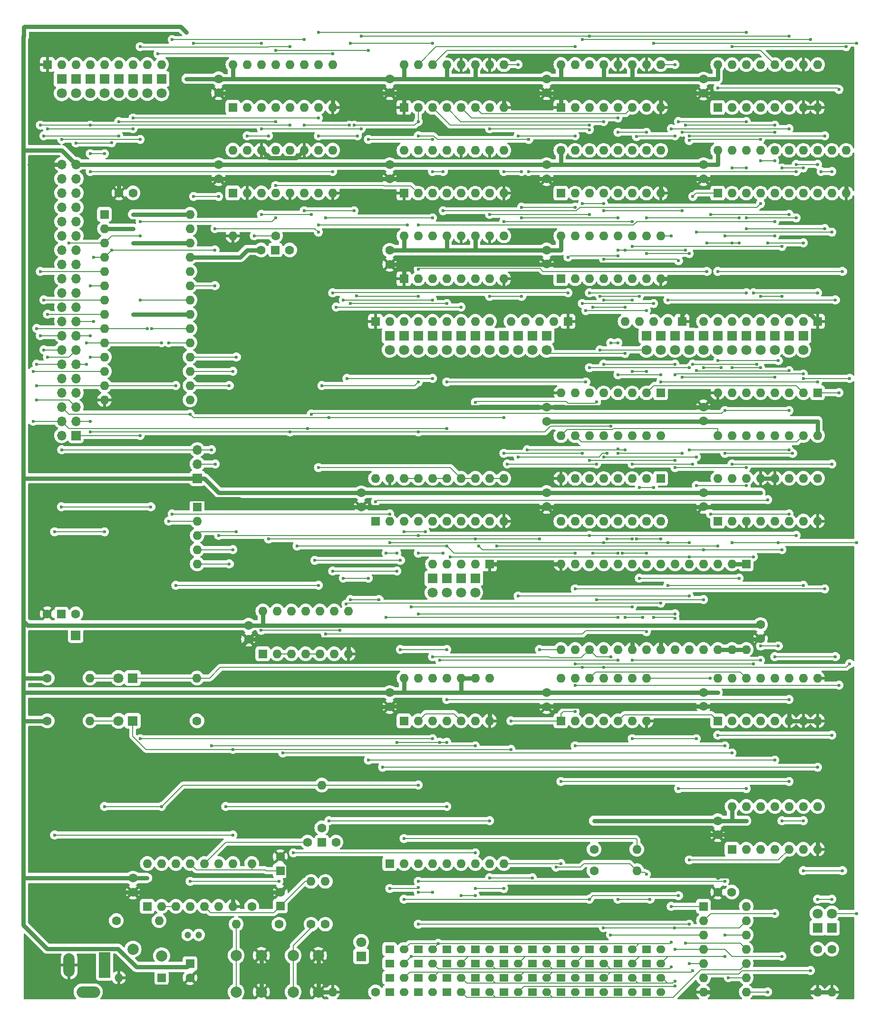
<source format=gbl>
G04 #@! TF.GenerationSoftware,KiCad,Pcbnew,8.0.8*
G04 #@! TF.CreationDate,2025-03-09T10:49:11+09:00*
G04 #@! TF.ProjectId,HC4_KiCad,4843345f-4b69-4436-9164-2e6b69636164,1.2*
G04 #@! TF.SameCoordinates,Original*
G04 #@! TF.FileFunction,Copper,L2,Bot*
G04 #@! TF.FilePolarity,Positive*
%FSLAX46Y46*%
G04 Gerber Fmt 4.6, Leading zero omitted, Abs format (unit mm)*
G04 Created by KiCad (PCBNEW 8.0.8) date 2025-03-09 10:49:11*
%MOMM*%
%LPD*%
G01*
G04 APERTURE LIST*
G04 #@! TA.AperFunction,ComponentPad*
%ADD10R,1.800000X1.800000*%
G04 #@! TD*
G04 #@! TA.AperFunction,ComponentPad*
%ADD11C,1.800000*%
G04 #@! TD*
G04 #@! TA.AperFunction,ComponentPad*
%ADD12R,1.600000X1.600000*%
G04 #@! TD*
G04 #@! TA.AperFunction,ComponentPad*
%ADD13O,1.600000X1.600000*%
G04 #@! TD*
G04 #@! TA.AperFunction,ComponentPad*
%ADD14R,1.600000X1.400000*%
G04 #@! TD*
G04 #@! TA.AperFunction,ComponentPad*
%ADD15O,1.600000X1.400000*%
G04 #@! TD*
G04 #@! TA.AperFunction,ComponentPad*
%ADD16R,1.700000X1.700000*%
G04 #@! TD*
G04 #@! TA.AperFunction,ComponentPad*
%ADD17C,1.600000*%
G04 #@! TD*
G04 #@! TA.AperFunction,ComponentPad*
%ADD18O,1.700000X1.700000*%
G04 #@! TD*
G04 #@! TA.AperFunction,ComponentPad*
%ADD19R,2.000000X4.600000*%
G04 #@! TD*
G04 #@! TA.AperFunction,ComponentPad*
%ADD20O,2.000000X4.200000*%
G04 #@! TD*
G04 #@! TA.AperFunction,ComponentPad*
%ADD21O,4.200000X2.000000*%
G04 #@! TD*
G04 #@! TA.AperFunction,ComponentPad*
%ADD22R,1.500000X1.500000*%
G04 #@! TD*
G04 #@! TA.AperFunction,ComponentPad*
%ADD23C,2.000000*%
G04 #@! TD*
G04 #@! TA.AperFunction,ComponentPad*
%ADD24C,2.010000*%
G04 #@! TD*
G04 #@! TA.AperFunction,ComponentPad*
%ADD25O,1.500000X1.500000*%
G04 #@! TD*
G04 #@! TA.AperFunction,ComponentPad*
%ADD26C,1.200000*%
G04 #@! TD*
G04 #@! TA.AperFunction,ViaPad*
%ADD27C,0.600000*%
G04 #@! TD*
G04 #@! TA.AperFunction,Conductor*
%ADD28C,0.200000*%
G04 #@! TD*
G04 #@! TA.AperFunction,Conductor*
%ADD29C,0.800000*%
G04 #@! TD*
G04 APERTURE END LIST*
D10*
X114340000Y-78740000D03*
D11*
X114340000Y-81280000D03*
D12*
X154980000Y-119380000D03*
D13*
X152440000Y-119380000D03*
X149900000Y-119380000D03*
X147360000Y-119380000D03*
X144820000Y-119380000D03*
X142280000Y-119380000D03*
X139740000Y-119380000D03*
X137200000Y-119380000D03*
X134660000Y-119380000D03*
X132120000Y-119380000D03*
X129580000Y-119380000D03*
X127040000Y-119380000D03*
X124500000Y-119380000D03*
X121960000Y-119380000D03*
X121960000Y-134620000D03*
X124500000Y-134620000D03*
X127040000Y-134620000D03*
X129580000Y-134620000D03*
X132120000Y-134620000D03*
X134660000Y-134620000D03*
X137200000Y-134620000D03*
X139740000Y-134620000D03*
X142280000Y-134620000D03*
X144820000Y-134620000D03*
X147360000Y-134620000D03*
X149900000Y-134620000D03*
X152440000Y-134620000D03*
X154980000Y-134620000D03*
D14*
X137200000Y-187960000D03*
D15*
X139740000Y-187960000D03*
D14*
X137200000Y-193040000D03*
D15*
X139740000Y-193040000D03*
D14*
X132120000Y-193040000D03*
D15*
X134660000Y-193040000D03*
D12*
X149900000Y-111760000D03*
D13*
X152440000Y-111760000D03*
X154980000Y-111760000D03*
X157520000Y-111760000D03*
X160060000Y-111760000D03*
X162600000Y-111760000D03*
X165140000Y-111760000D03*
X167680000Y-111760000D03*
X167680000Y-104140000D03*
X165140000Y-104140000D03*
X162600000Y-104140000D03*
X160060000Y-104140000D03*
X157520000Y-104140000D03*
X154980000Y-104140000D03*
X152440000Y-104140000D03*
X149900000Y-104140000D03*
D10*
X116880000Y-78740000D03*
D11*
X116880000Y-81280000D03*
D14*
X111800000Y-187960000D03*
D15*
X114340000Y-187960000D03*
X114340000Y-193040000D03*
D14*
X111800000Y-193040000D03*
D10*
X167680000Y-184155000D03*
D11*
X167680000Y-181615000D03*
D16*
X35560000Y-132080000D03*
D14*
X121960000Y-190500000D03*
D15*
X124500000Y-190500000D03*
D17*
X119420000Y-48300000D03*
X119420000Y-50800000D03*
D10*
X109260000Y-78740000D03*
D11*
X109260000Y-81280000D03*
D17*
X119420000Y-63500000D03*
X119420000Y-66000000D03*
X30480000Y-147320000D03*
D13*
X38100000Y-147320000D03*
D10*
X101640000Y-121920000D03*
D11*
X101640000Y-124460000D03*
D12*
X94020000Y-53380000D03*
D13*
X96560000Y-53380000D03*
X99100000Y-53380000D03*
X101640000Y-53380000D03*
X104180000Y-53380000D03*
X106720000Y-53380000D03*
X109260000Y-53380000D03*
X111800000Y-53380000D03*
X111800000Y-45760000D03*
X109260000Y-45760000D03*
X106720000Y-45760000D03*
X104180000Y-45760000D03*
X101640000Y-45760000D03*
X99100000Y-45760000D03*
X96560000Y-45760000D03*
X94020000Y-45760000D03*
D17*
X30480000Y-139700000D03*
D13*
X38100000Y-139700000D03*
D12*
X55920000Y-190540000D03*
D17*
X55920000Y-193040000D03*
D14*
X96560000Y-193040000D03*
D15*
X99100000Y-193040000D03*
D17*
X77470000Y-183515000D03*
D13*
X77470000Y-175895000D03*
D14*
X91480000Y-187960000D03*
D15*
X94020000Y-187960000D03*
D16*
X57190000Y-104140000D03*
D18*
X57190000Y-101600000D03*
X57190000Y-99060000D03*
D19*
X40680000Y-190780000D03*
D20*
X34380000Y-190780000D03*
D21*
X37780000Y-195580000D03*
D12*
X149900000Y-147320000D03*
D13*
X152440000Y-147320000D03*
X154980000Y-147320000D03*
X157520000Y-147320000D03*
X160060000Y-147320000D03*
X162600000Y-147320000D03*
X165140000Y-147320000D03*
X167680000Y-147320000D03*
X167680000Y-139700000D03*
X165140000Y-139700000D03*
X162600000Y-139700000D03*
X160060000Y-139700000D03*
X157520000Y-139700000D03*
X154980000Y-139700000D03*
X152440000Y-139700000D03*
X149900000Y-139700000D03*
D12*
X152440000Y-170180000D03*
D13*
X154980000Y-170180000D03*
X157520000Y-170180000D03*
X160060000Y-170180000D03*
X162600000Y-170180000D03*
X165140000Y-170180000D03*
X167680000Y-170180000D03*
X167680000Y-162560000D03*
X165140000Y-162560000D03*
X162600000Y-162560000D03*
X160060000Y-162560000D03*
X157520000Y-162560000D03*
X154980000Y-162560000D03*
X152440000Y-162560000D03*
D14*
X127040000Y-193040000D03*
D15*
X129580000Y-193040000D03*
D12*
X167680000Y-76200000D03*
D13*
X165140000Y-76200000D03*
X162600000Y-76200000D03*
X160060000Y-76200000D03*
X157520000Y-76200000D03*
X154980000Y-76200000D03*
X152440000Y-76200000D03*
X149900000Y-76200000D03*
X147360000Y-76200000D03*
D14*
X137200000Y-195580000D03*
D15*
X139740000Y-195580000D03*
D10*
X111800000Y-78740000D03*
D11*
X111800000Y-81280000D03*
D10*
X40680000Y-33020000D03*
D11*
X40680000Y-35560000D03*
D22*
X79375000Y-168910000D03*
D17*
X76835000Y-168910000D03*
X81915000Y-168910000D03*
D14*
X96560000Y-195580000D03*
D15*
X99100000Y-195580000D03*
D10*
X165140000Y-78740000D03*
D11*
X165140000Y-81280000D03*
D12*
X71990000Y-173990000D03*
D17*
X71990000Y-171490000D03*
D10*
X45720000Y-147320000D03*
D11*
X43180000Y-147320000D03*
D16*
X35600000Y-96520000D03*
D18*
X33060000Y-96520000D03*
X35600000Y-93980000D03*
X33060000Y-93980000D03*
X35600000Y-91440000D03*
X33060000Y-91440000D03*
X35600000Y-88900000D03*
X33060000Y-88900000D03*
X35600000Y-86360000D03*
X33060000Y-86360000D03*
X35600000Y-83820000D03*
X33060000Y-83820000D03*
X35600000Y-81280000D03*
X33060000Y-81280000D03*
X35600000Y-78740000D03*
X33060000Y-78740000D03*
X35600000Y-76200000D03*
X33060000Y-76200000D03*
X35600000Y-73660000D03*
X33060000Y-73660000D03*
X35600000Y-71120000D03*
X33060000Y-71120000D03*
X35600000Y-68580000D03*
X33060000Y-68580000D03*
X35600000Y-66040000D03*
X33060000Y-66040000D03*
X35600000Y-63500000D03*
X33060000Y-63500000D03*
X35600000Y-60960000D03*
X33060000Y-60960000D03*
X35600000Y-58420000D03*
X33060000Y-58420000D03*
X35600000Y-55880000D03*
X33060000Y-55880000D03*
X35600000Y-53340000D03*
X33060000Y-53340000D03*
X35600000Y-50800000D03*
X33060000Y-50800000D03*
X35600000Y-48260000D03*
X33060000Y-48260000D03*
D17*
X147360000Y-33060000D03*
X147360000Y-35560000D03*
D12*
X88940000Y-76200000D03*
D13*
X91480000Y-76200000D03*
X94020000Y-76200000D03*
X96560000Y-76200000D03*
X99100000Y-76200000D03*
X101640000Y-76200000D03*
X104180000Y-76200000D03*
X106720000Y-76200000D03*
X109260000Y-76200000D03*
D14*
X132120000Y-190500000D03*
D15*
X134660000Y-190500000D03*
D22*
X71120000Y-63500000D03*
D17*
X73660000Y-63500000D03*
X68580000Y-63500000D03*
D10*
X99100000Y-121960000D03*
D11*
X99100000Y-124500000D03*
D10*
X99100000Y-78740000D03*
D11*
X99100000Y-81280000D03*
D12*
X139740000Y-88940000D03*
D13*
X137200000Y-88940000D03*
X134660000Y-88940000D03*
X132120000Y-88940000D03*
X129580000Y-88940000D03*
X127040000Y-88940000D03*
X124500000Y-88940000D03*
X121960000Y-88940000D03*
X121960000Y-96560000D03*
X124500000Y-96560000D03*
X127040000Y-96560000D03*
X129580000Y-96560000D03*
X132120000Y-96560000D03*
X134660000Y-96560000D03*
X137200000Y-96560000D03*
X139740000Y-96560000D03*
D17*
X45760000Y-53340000D03*
X43260000Y-53340000D03*
X91480000Y-142280000D03*
X91480000Y-144780000D03*
D12*
X94020000Y-68620000D03*
D13*
X96560000Y-68620000D03*
X99100000Y-68620000D03*
X101640000Y-68620000D03*
X104180000Y-68620000D03*
X106720000Y-68620000D03*
X109260000Y-68620000D03*
X111800000Y-68620000D03*
X111800000Y-61000000D03*
X109260000Y-61000000D03*
X106720000Y-61000000D03*
X104180000Y-61000000D03*
X101640000Y-61000000D03*
X99100000Y-61000000D03*
X96560000Y-61000000D03*
X94020000Y-61000000D03*
D10*
X144820000Y-78740000D03*
D11*
X144820000Y-81280000D03*
D12*
X68874000Y-135382000D03*
D13*
X71414000Y-135382000D03*
X73954000Y-135382000D03*
X76494000Y-135382000D03*
X79034000Y-135382000D03*
X81574000Y-135382000D03*
X84114000Y-135382000D03*
X84114000Y-127762000D03*
X81574000Y-127762000D03*
X79034000Y-127762000D03*
X76494000Y-127762000D03*
X73954000Y-127762000D03*
X71414000Y-127762000D03*
X68874000Y-127762000D03*
D17*
X152400000Y-177800000D03*
X149900000Y-177800000D03*
D23*
X68620000Y-189080000D03*
X68620000Y-195580000D03*
X64120000Y-189080000D03*
X64120000Y-195580000D03*
D10*
X170220000Y-184150000D03*
D11*
X170220000Y-181610000D03*
D17*
X61000000Y-33020000D03*
X61000000Y-35520000D03*
D14*
X137200000Y-190500000D03*
D15*
X139740000Y-190500000D03*
D14*
X132120000Y-195580000D03*
D15*
X134660000Y-195580000D03*
D10*
X160060000Y-78740000D03*
D11*
X160060000Y-81280000D03*
D17*
X119420000Y-142280000D03*
X119420000Y-144780000D03*
D14*
X116880000Y-193040000D03*
D15*
X119420000Y-193040000D03*
D10*
X50840000Y-33060000D03*
D11*
X50840000Y-35600000D03*
D10*
X157520000Y-78740000D03*
D11*
X157520000Y-81280000D03*
D10*
X48300000Y-33020000D03*
D11*
X48300000Y-35560000D03*
D17*
X170220000Y-187960000D03*
D13*
X170220000Y-195580000D03*
D10*
X33060000Y-33065000D03*
D11*
X33060000Y-35605000D03*
D14*
X101640000Y-195580000D03*
D15*
X104180000Y-195580000D03*
D17*
X79375000Y-166370000D03*
D13*
X79375000Y-158750000D03*
D10*
X86400000Y-189230000D03*
D11*
X86400000Y-186690000D03*
D17*
X88940000Y-195580000D03*
D13*
X81320000Y-195580000D03*
D12*
X57190000Y-109220000D03*
D13*
X57190000Y-111760000D03*
X57190000Y-114300000D03*
X57190000Y-116840000D03*
X57190000Y-119380000D03*
D17*
X127870000Y-170180000D03*
D13*
X135490000Y-170180000D03*
D14*
X106720000Y-190500000D03*
D15*
X109260000Y-190500000D03*
D10*
X43220000Y-33020000D03*
D11*
X43220000Y-35560000D03*
D17*
X157520000Y-130195000D03*
X157520000Y-132695000D03*
D10*
X106720000Y-78740000D03*
D11*
X106720000Y-81280000D03*
D10*
X142280000Y-78740000D03*
D11*
X142280000Y-81280000D03*
D14*
X101640000Y-190500000D03*
D15*
X104180000Y-190500000D03*
D14*
X96560000Y-187960000D03*
D15*
X99100000Y-187960000D03*
D17*
X147360000Y-142240000D03*
X147360000Y-144740000D03*
D12*
X63540000Y-53340000D03*
D13*
X66080000Y-53340000D03*
X68620000Y-53340000D03*
X71160000Y-53340000D03*
X73700000Y-53340000D03*
X76240000Y-53340000D03*
X78780000Y-53340000D03*
X81320000Y-53340000D03*
X81320000Y-45720000D03*
X78780000Y-45720000D03*
X76240000Y-45720000D03*
X73700000Y-45720000D03*
X71160000Y-45720000D03*
X68620000Y-45720000D03*
X66080000Y-45720000D03*
X63540000Y-45720000D03*
D10*
X139740000Y-78740000D03*
D11*
X139740000Y-81280000D03*
D14*
X116880000Y-190500000D03*
D15*
X119420000Y-190500000D03*
D12*
X94020000Y-38140000D03*
D13*
X96560000Y-38140000D03*
X99100000Y-38140000D03*
X101640000Y-38140000D03*
X104180000Y-38140000D03*
X106720000Y-38140000D03*
X109260000Y-38140000D03*
X111800000Y-38140000D03*
X111800000Y-30520000D03*
X109260000Y-30520000D03*
X106720000Y-30520000D03*
X104180000Y-30520000D03*
X101640000Y-30520000D03*
X99100000Y-30520000D03*
X96560000Y-30520000D03*
X94020000Y-30520000D03*
D12*
X139740000Y-104180000D03*
D13*
X137200000Y-104180000D03*
X134660000Y-104180000D03*
X132120000Y-104180000D03*
X129580000Y-104180000D03*
X127040000Y-104180000D03*
X124500000Y-104180000D03*
X121960000Y-104180000D03*
X121960000Y-111800000D03*
X124500000Y-111800000D03*
X127040000Y-111800000D03*
X129580000Y-111800000D03*
X132120000Y-111800000D03*
X134660000Y-111800000D03*
X137200000Y-111800000D03*
X139740000Y-111800000D03*
D14*
X127040000Y-187960000D03*
D15*
X129580000Y-187960000D03*
D17*
X66910000Y-180340000D03*
D13*
X66910000Y-172720000D03*
D10*
X162600000Y-78740000D03*
D11*
X162600000Y-81280000D03*
D12*
X147360000Y-180340000D03*
D13*
X147360000Y-182880000D03*
X147360000Y-185420000D03*
X147360000Y-187960000D03*
X147360000Y-190500000D03*
X147360000Y-193040000D03*
X147360000Y-195580000D03*
X154980000Y-195580000D03*
X154980000Y-193040000D03*
X154980000Y-190500000D03*
X154980000Y-187960000D03*
X154980000Y-185420000D03*
X154980000Y-182880000D03*
X154980000Y-180340000D03*
D14*
X106720000Y-187960000D03*
D15*
X109260000Y-187960000D03*
D17*
X149900000Y-165100000D03*
X149900000Y-167600000D03*
D22*
X33020000Y-128270000D03*
D17*
X35560000Y-128270000D03*
X30480000Y-128270000D03*
D12*
X167680000Y-88900000D03*
D13*
X165140000Y-88900000D03*
X162600000Y-88900000D03*
X160060000Y-88900000D03*
X157520000Y-88900000D03*
X154980000Y-88900000D03*
X152440000Y-88900000D03*
X149900000Y-88900000D03*
X149900000Y-96520000D03*
X152440000Y-96520000D03*
X154980000Y-96520000D03*
X157520000Y-96520000D03*
X160060000Y-96520000D03*
X162600000Y-96520000D03*
X165140000Y-96520000D03*
X167680000Y-96520000D03*
D17*
X167680000Y-187960000D03*
D13*
X167680000Y-195580000D03*
D14*
X121960000Y-187960000D03*
D15*
X124500000Y-187960000D03*
D10*
X35600000Y-33020000D03*
D11*
X35600000Y-35560000D03*
D12*
X149900000Y-53380000D03*
D13*
X152440000Y-53380000D03*
X154980000Y-53380000D03*
X157520000Y-53380000D03*
X160060000Y-53380000D03*
X162600000Y-53380000D03*
X165140000Y-53380000D03*
X167680000Y-53380000D03*
X170220000Y-53380000D03*
X172760000Y-53380000D03*
X172760000Y-45760000D03*
X170220000Y-45760000D03*
X167680000Y-45760000D03*
X165140000Y-45760000D03*
X162600000Y-45760000D03*
X160060000Y-45760000D03*
X157520000Y-45760000D03*
X154980000Y-45760000D03*
X152440000Y-45760000D03*
X149900000Y-45760000D03*
D10*
X96560000Y-78740000D03*
D11*
X96560000Y-81280000D03*
D12*
X121960000Y-53380000D03*
D13*
X124500000Y-53380000D03*
X127040000Y-53380000D03*
X129580000Y-53380000D03*
X132120000Y-53380000D03*
X134660000Y-53380000D03*
X137200000Y-53380000D03*
X139740000Y-53380000D03*
X139740000Y-45760000D03*
X137200000Y-45760000D03*
X134660000Y-45760000D03*
X132120000Y-45760000D03*
X129580000Y-45760000D03*
X127040000Y-45760000D03*
X124500000Y-45760000D03*
X121960000Y-45760000D03*
D10*
X154980000Y-78740000D03*
D11*
X154980000Y-81280000D03*
D14*
X121960000Y-193040000D03*
D15*
X124500000Y-193040000D03*
D17*
X61000000Y-48300000D03*
X61000000Y-50800000D03*
D10*
X94020000Y-78740000D03*
D11*
X94020000Y-81280000D03*
D17*
X91480000Y-63540000D03*
X91480000Y-66040000D03*
D14*
X101640000Y-193040000D03*
D15*
X104180000Y-193040000D03*
D12*
X123230000Y-76200000D03*
D13*
X120690000Y-76200000D03*
X118150000Y-76200000D03*
X115610000Y-76200000D03*
X113070000Y-76200000D03*
D17*
X80010000Y-183515000D03*
D13*
X80010000Y-175895000D03*
D12*
X48300000Y-180340000D03*
D13*
X50840000Y-180340000D03*
X53380000Y-180340000D03*
X55920000Y-180340000D03*
X58460000Y-180340000D03*
X61000000Y-180340000D03*
X63540000Y-180340000D03*
X63540000Y-172720000D03*
X61000000Y-172720000D03*
X58460000Y-172720000D03*
X55920000Y-172720000D03*
X53380000Y-172720000D03*
X50840000Y-172720000D03*
X48300000Y-172720000D03*
D17*
X147360000Y-48300000D03*
X147360000Y-50800000D03*
D12*
X94020000Y-147320000D03*
D13*
X96560000Y-147320000D03*
X99100000Y-147320000D03*
X101640000Y-147320000D03*
X104180000Y-147320000D03*
X106720000Y-147320000D03*
X109260000Y-147320000D03*
X109260000Y-139700000D03*
X106720000Y-139700000D03*
X104180000Y-139700000D03*
X101640000Y-139700000D03*
X99100000Y-139700000D03*
X96560000Y-139700000D03*
X94020000Y-139700000D03*
D10*
X104180000Y-78740000D03*
D11*
X104180000Y-81280000D03*
D10*
X104180000Y-121920000D03*
D11*
X104180000Y-124460000D03*
D10*
X45720000Y-139700000D03*
D11*
X43180000Y-139700000D03*
D12*
X30520000Y-30480000D03*
D13*
X33060000Y-30480000D03*
X35600000Y-30480000D03*
X38140000Y-30480000D03*
X40680000Y-30480000D03*
X43220000Y-30480000D03*
X45760000Y-30480000D03*
X48300000Y-30480000D03*
X50840000Y-30480000D03*
D14*
X101640000Y-187960000D03*
D15*
X104180000Y-187960000D03*
D12*
X40680000Y-57160000D03*
D13*
X40680000Y-59700000D03*
X40680000Y-62240000D03*
X40680000Y-64780000D03*
X40680000Y-67320000D03*
X40680000Y-69860000D03*
X40680000Y-72400000D03*
X40680000Y-74940000D03*
X40680000Y-77480000D03*
X40680000Y-80020000D03*
X40680000Y-82560000D03*
X40680000Y-85100000D03*
X40680000Y-87640000D03*
X40680000Y-90180000D03*
X55920000Y-90180000D03*
X55920000Y-87640000D03*
X55920000Y-85100000D03*
X55920000Y-82560000D03*
X55920000Y-80020000D03*
X55920000Y-77480000D03*
X55920000Y-74940000D03*
X55920000Y-72400000D03*
X55920000Y-69860000D03*
X55920000Y-67320000D03*
X55920000Y-64780000D03*
X55920000Y-62240000D03*
X55920000Y-59700000D03*
X55920000Y-57160000D03*
D14*
X116880000Y-195580000D03*
D15*
X119420000Y-195580000D03*
D10*
X101640000Y-78740000D03*
D11*
X101640000Y-81280000D03*
D14*
X121960000Y-195580000D03*
D15*
X124500000Y-195580000D03*
D17*
X71755000Y-183515000D03*
D13*
X64135000Y-183515000D03*
D17*
X119420000Y-33020000D03*
X119420000Y-35520000D03*
D10*
X106720000Y-121920000D03*
D11*
X106720000Y-124460000D03*
D17*
X57150000Y-147320000D03*
D13*
X57150000Y-139700000D03*
D14*
X111800000Y-190500000D03*
D15*
X114340000Y-190500000D03*
D12*
X121960000Y-38100000D03*
D13*
X124500000Y-38100000D03*
X127040000Y-38100000D03*
X129580000Y-38100000D03*
X132120000Y-38100000D03*
X134660000Y-38100000D03*
X137200000Y-38100000D03*
X139740000Y-38100000D03*
X139740000Y-30480000D03*
X137200000Y-30480000D03*
X134660000Y-30480000D03*
X132120000Y-30480000D03*
X129580000Y-30480000D03*
X127040000Y-30480000D03*
X124500000Y-30480000D03*
X121960000Y-30480000D03*
D17*
X86400000Y-106720000D03*
X86400000Y-109220000D03*
D14*
X96560000Y-190500000D03*
D15*
X99100000Y-190500000D03*
D10*
X119420000Y-78740000D03*
D11*
X119420000Y-81280000D03*
D17*
X119420000Y-94020000D03*
X119420000Y-91520000D03*
X147360000Y-106680000D03*
X147360000Y-109180000D03*
D12*
X88940000Y-111760000D03*
D13*
X91480000Y-111760000D03*
X94020000Y-111760000D03*
X96560000Y-111760000D03*
X99100000Y-111760000D03*
X101640000Y-111760000D03*
X104180000Y-111760000D03*
X106720000Y-111760000D03*
X109260000Y-111760000D03*
X111800000Y-111760000D03*
X111800000Y-104140000D03*
X109260000Y-104140000D03*
X106720000Y-104140000D03*
X104180000Y-104140000D03*
X101640000Y-104140000D03*
X99100000Y-104140000D03*
X96560000Y-104140000D03*
X94020000Y-104140000D03*
X91480000Y-104140000D03*
X88940000Y-104140000D03*
D12*
X91480000Y-172720000D03*
D13*
X94020000Y-172720000D03*
X96560000Y-172720000D03*
X99100000Y-172720000D03*
X101640000Y-172720000D03*
X104180000Y-172720000D03*
X106720000Y-172720000D03*
X109260000Y-172720000D03*
X111800000Y-172720000D03*
D17*
X71160000Y-60960000D03*
D13*
X63540000Y-60960000D03*
D14*
X106720000Y-193040000D03*
D15*
X109260000Y-193040000D03*
D12*
X121960000Y-147320000D03*
D13*
X124500000Y-147320000D03*
X127040000Y-147320000D03*
X129580000Y-147320000D03*
X132120000Y-147320000D03*
X134660000Y-147320000D03*
X137200000Y-147320000D03*
X137200000Y-139700000D03*
X134660000Y-139700000D03*
X132120000Y-139700000D03*
X129580000Y-139700000D03*
X127040000Y-139700000D03*
X124500000Y-139700000D03*
X121960000Y-139700000D03*
D14*
X91480000Y-193040000D03*
D15*
X94020000Y-193040000D03*
D10*
X45760000Y-33020000D03*
D11*
X45760000Y-35560000D03*
D24*
X45760000Y-187960000D03*
X50860000Y-189160000D03*
D14*
X116880000Y-187960000D03*
D15*
X119420000Y-187960000D03*
D17*
X119420000Y-106680000D03*
X119420000Y-109180000D03*
D14*
X91480000Y-190500000D03*
D15*
X94020000Y-190500000D03*
D12*
X109260000Y-119420000D03*
D13*
X106720000Y-119420000D03*
X104180000Y-119420000D03*
X101640000Y-119420000D03*
X99100000Y-119420000D03*
D17*
X91480000Y-48300000D03*
X91480000Y-50800000D03*
D23*
X78780000Y-189080000D03*
X78780000Y-195580000D03*
X74280000Y-189080000D03*
X74280000Y-195580000D03*
D14*
X127040000Y-195580000D03*
D15*
X129580000Y-195580000D03*
D17*
X147360000Y-93940000D03*
X147360000Y-91440000D03*
D14*
X91480000Y-195580000D03*
D15*
X94020000Y-195580000D03*
D14*
X111800000Y-195580000D03*
D15*
X114340000Y-195580000D03*
D10*
X147360000Y-78740000D03*
D11*
X147360000Y-81280000D03*
D10*
X91480000Y-78740000D03*
D11*
X91480000Y-81280000D03*
D10*
X149900000Y-78740000D03*
D11*
X149900000Y-81280000D03*
D10*
X38140000Y-33020000D03*
D11*
X38140000Y-35560000D03*
D12*
X143550000Y-76200000D03*
D13*
X141010000Y-76200000D03*
X138470000Y-76200000D03*
X135930000Y-76200000D03*
X133390000Y-76200000D03*
D17*
X66334000Y-130302000D03*
X66334000Y-132802000D03*
X45760000Y-175300000D03*
X45760000Y-177800000D03*
D10*
X137200000Y-78740000D03*
D11*
X137200000Y-81280000D03*
D12*
X149900000Y-38130000D03*
D13*
X152440000Y-38130000D03*
X154980000Y-38130000D03*
X157520000Y-38130000D03*
X160060000Y-38130000D03*
X162600000Y-38130000D03*
X165140000Y-38130000D03*
X167680000Y-38130000D03*
X167680000Y-30510000D03*
X165140000Y-30510000D03*
X162600000Y-30510000D03*
X160060000Y-30510000D03*
X157520000Y-30510000D03*
X154980000Y-30510000D03*
X152440000Y-30510000D03*
X149900000Y-30510000D03*
D22*
X50840000Y-193040000D03*
D25*
X43220000Y-193040000D03*
D12*
X71990000Y-180300000D03*
D17*
X71990000Y-177800000D03*
X42780000Y-182880000D03*
D13*
X50400000Y-182880000D03*
D17*
X91490000Y-33020000D03*
X91490000Y-35520000D03*
D14*
X127040000Y-190500000D03*
D15*
X129580000Y-190500000D03*
D12*
X63540000Y-38100000D03*
D13*
X66080000Y-38100000D03*
X68620000Y-38100000D03*
X71160000Y-38100000D03*
X73700000Y-38100000D03*
X76240000Y-38100000D03*
X78780000Y-38100000D03*
X81320000Y-38100000D03*
X81320000Y-30480000D03*
X78780000Y-30480000D03*
X76240000Y-30480000D03*
X73700000Y-30480000D03*
X71160000Y-30480000D03*
X68620000Y-30480000D03*
X66080000Y-30480000D03*
X63540000Y-30480000D03*
D12*
X121960000Y-68620000D03*
D13*
X124500000Y-68620000D03*
X127040000Y-68620000D03*
X129580000Y-68620000D03*
X132120000Y-68620000D03*
X134660000Y-68620000D03*
X137200000Y-68620000D03*
X139740000Y-68620000D03*
X139740000Y-61000000D03*
X137200000Y-61000000D03*
X134660000Y-61000000D03*
X132120000Y-61000000D03*
X129580000Y-61000000D03*
X127040000Y-61000000D03*
X124500000Y-61000000D03*
X121960000Y-61000000D03*
D10*
X152440000Y-78740000D03*
D11*
X152440000Y-81280000D03*
D17*
X127870000Y-173990000D03*
D13*
X135490000Y-173990000D03*
D14*
X132120000Y-187960000D03*
D15*
X134660000Y-187960000D03*
D26*
X55480000Y-185420000D03*
X57480000Y-185420000D03*
D14*
X106720000Y-195580000D03*
D15*
X109260000Y-195580000D03*
D27*
X142240000Y-184150000D03*
X141605000Y-191135000D03*
X141605000Y-186690000D03*
X130810000Y-185420000D03*
X130850000Y-135890000D03*
X145415000Y-191770000D03*
X144145000Y-186860000D03*
X142267531Y-194525513D03*
X66080000Y-50800000D03*
X68620000Y-50800000D03*
X105450000Y-35560000D03*
X141645000Y-144740000D03*
X144820000Y-73660000D03*
X28810000Y-107950000D03*
X121960000Y-132802000D03*
X104180000Y-66040000D03*
X111800000Y-50800000D03*
X167680000Y-109220000D03*
X109260000Y-66040000D03*
X27980000Y-177800000D03*
X139740000Y-66040000D03*
X149900000Y-175195000D03*
X58460000Y-50800000D03*
X149900000Y-91480000D03*
X109260000Y-50800000D03*
X154980000Y-109220000D03*
X141645000Y-167640000D03*
X165140000Y-35560000D03*
X163870000Y-175260000D03*
X94020000Y-50800000D03*
X81320000Y-50800000D03*
X121960000Y-91440000D03*
X111800000Y-66040000D03*
X149900000Y-195580000D03*
X27345000Y-48260000D03*
X132120000Y-35560000D03*
X121960000Y-109220000D03*
X160060000Y-109220000D03*
X88940000Y-91440000D03*
X163870000Y-195580000D03*
X119420000Y-119380000D03*
X86430000Y-50800000D03*
X40240000Y-107820000D03*
X27980000Y-134620000D03*
X73700000Y-50800000D03*
X144820000Y-68580000D03*
X27980000Y-144780000D03*
X91480000Y-109220000D03*
X104180000Y-50800000D03*
X111800000Y-109220000D03*
X137200000Y-144740000D03*
X144820000Y-165100000D03*
X48300000Y-175260000D03*
X55285000Y-33020000D03*
X106720000Y-48300000D03*
X149900000Y-142280000D03*
X45760000Y-57150000D03*
X154980000Y-165100000D03*
X157520000Y-106720000D03*
X121960000Y-142280000D03*
X45760000Y-62230000D03*
X154980000Y-130302000D03*
X88940000Y-48300000D03*
X124500000Y-106680000D03*
X55285000Y-48260000D03*
X152440000Y-93980000D03*
X101640000Y-48300000D03*
X127870000Y-165100000D03*
X144820000Y-142280000D03*
X94020000Y-48300000D03*
X132120000Y-142280000D03*
X139740000Y-93980000D03*
X88940000Y-106720000D03*
X124500000Y-93980000D03*
X45760000Y-59690000D03*
X149900000Y-106720000D03*
X129580000Y-142280000D03*
X45760000Y-74930000D03*
X139740000Y-106720000D03*
X55285000Y-24765000D03*
X63540000Y-48300000D03*
X71755000Y-175895000D03*
X55920000Y-175895000D03*
X95290000Y-189230000D03*
X151170000Y-185420000D03*
X151170000Y-189230000D03*
X151170000Y-175895000D03*
X91480000Y-177165000D03*
X96560000Y-176999997D03*
X151805000Y-193040000D03*
X96560000Y-175895000D03*
X142280000Y-187960000D03*
X142280000Y-193675000D03*
X161330000Y-189230000D03*
X165140000Y-165100000D03*
X161330000Y-165100000D03*
X100370000Y-151130000D03*
X132120000Y-136525000D03*
X81320000Y-120650000D03*
X100100000Y-186960000D03*
X101640000Y-151130000D03*
X100370000Y-136525000D03*
X123230000Y-71120000D03*
X81320000Y-71120000D03*
X141605000Y-180340000D03*
X92750000Y-120650000D03*
X92750000Y-151130000D03*
X144820000Y-190500000D03*
X96560000Y-177800000D03*
X144820000Y-183515000D03*
X96560000Y-183515000D03*
X99100000Y-177800000D03*
X144820000Y-172085000D03*
X99100000Y-135890000D03*
X160060000Y-181610000D03*
X129540000Y-184150000D03*
X101640000Y-162560000D03*
X62270000Y-162560000D03*
X104180000Y-178435000D03*
X106720000Y-178435000D03*
X116880000Y-175260000D03*
X109260000Y-165100000D03*
X80645000Y-165100000D03*
X109260000Y-175260000D03*
X124500000Y-137160000D03*
X156250000Y-137160000D03*
X162600000Y-158115000D03*
X121960000Y-158115000D03*
X121960000Y-172720000D03*
X94020000Y-179070000D03*
X142915000Y-178435000D03*
X154980000Y-159385000D03*
X142915000Y-159385000D03*
X127040000Y-179070000D03*
X106720000Y-170815000D03*
X106720000Y-177165000D03*
X74335000Y-170815000D03*
X111800000Y-177165000D03*
X60365000Y-69850000D03*
X60400000Y-101600000D03*
X48935000Y-109220000D03*
X49100003Y-77470000D03*
X33020000Y-109220000D03*
X50839999Y-80009999D03*
X37505000Y-83820000D03*
X37505000Y-80010000D03*
X50205000Y-28575000D03*
X81320000Y-28575000D03*
X63540000Y-116840000D03*
X63540000Y-85090000D03*
X53380000Y-123190000D03*
X144185000Y-63500000D03*
X128310000Y-90580000D03*
X144185000Y-41275000D03*
X78780000Y-102235000D03*
X132120000Y-63500000D03*
X133390000Y-73660000D03*
X28615000Y-87630000D03*
X127675000Y-73660000D03*
X28615000Y-90170000D03*
X53380000Y-87630000D03*
X133390000Y-63500000D03*
X160060000Y-41275000D03*
X106720000Y-90620000D03*
X78780000Y-123190000D03*
X62905000Y-119380000D03*
X62905000Y-87630000D03*
X129580000Y-65140000D03*
X142915000Y-40640000D03*
X38140000Y-82550000D03*
X154980000Y-40640000D03*
X142915000Y-65405000D03*
X130850000Y-94880000D03*
X38140000Y-93980000D03*
X73700000Y-95885000D03*
X38140000Y-95885000D03*
X96560000Y-95885000D03*
X48300000Y-77470000D03*
X47030000Y-27305000D03*
X28615000Y-83820000D03*
X73700000Y-27305000D03*
X28615000Y-77470000D03*
X64175000Y-82550000D03*
X64175000Y-113665000D03*
X81320000Y-49530000D03*
X38140000Y-49530000D03*
X38140000Y-78740000D03*
X38140000Y-69850000D03*
X40680000Y-46355000D03*
X38140000Y-46355000D03*
X52110000Y-80010000D03*
X52110000Y-111760000D03*
X144795737Y-44004266D03*
X101640000Y-86995000D03*
X126405000Y-74295000D03*
X101640000Y-95250000D03*
X126405000Y-86995000D03*
X137200000Y-64135000D03*
X157520000Y-43815000D03*
X27980000Y-85090000D03*
X137200000Y-74295000D03*
X27980000Y-93980000D03*
X144820000Y-64135000D03*
X76875000Y-95250000D03*
X38775000Y-64770000D03*
X60365000Y-59690000D03*
X60365000Y-63500000D03*
X78780000Y-60325000D03*
X38740000Y-76200000D03*
X41960000Y-63500000D03*
X35600000Y-44450000D03*
X41950000Y-44415000D03*
X80685000Y-93345000D03*
X125770000Y-73025000D03*
X162600000Y-41910000D03*
X111800000Y-93345000D03*
X125770000Y-99695000D03*
X138470000Y-73025000D03*
X111800000Y-99695000D03*
X141645000Y-60960000D03*
X141645000Y-41910000D03*
X55920000Y-92710000D03*
X33060000Y-43815000D03*
X71160000Y-57785000D03*
X47030000Y-60960000D03*
X47030000Y-58420000D03*
X34330000Y-62230000D03*
X47030000Y-43815000D03*
X78780000Y-40005000D03*
X30520000Y-82550000D03*
X30520000Y-41910000D03*
X45760000Y-40005000D03*
X30520000Y-74930000D03*
X45760000Y-41910000D03*
X43220000Y-40640000D03*
X71160000Y-40640000D03*
X43220000Y-43180000D03*
X29885000Y-81280000D03*
X29885000Y-72390000D03*
X29885000Y-43180000D03*
X29250000Y-67310000D03*
X29250000Y-78740000D03*
X29250000Y-41275000D03*
X38140000Y-41275000D03*
X73700000Y-41275000D03*
X74970000Y-116205000D03*
X101640000Y-116205000D03*
X168950000Y-123825000D03*
X124500000Y-123825000D03*
X124500000Y-117475000D03*
X107355000Y-116205000D03*
X147360000Y-116840000D03*
X161330000Y-116840000D03*
X110530000Y-116205000D03*
X151170000Y-99695000D03*
X149900000Y-116205000D03*
X163235000Y-99695000D03*
X130215000Y-114935000D03*
X95290000Y-127000000D03*
X134660000Y-114935000D03*
X134660000Y-127000000D03*
X112435000Y-101600000D03*
X128310000Y-125730000D03*
X128310000Y-101600000D03*
X147360000Y-125730000D03*
X136565000Y-128905000D03*
X133390000Y-128905000D03*
X115980000Y-99060000D03*
X133390000Y-99060000D03*
X132120000Y-98894997D03*
X138470000Y-128905000D03*
X135930000Y-105820000D03*
X138470000Y-105820000D03*
X142280000Y-129070003D03*
X133390000Y-81915000D03*
X154980000Y-102235000D03*
X96560000Y-128270000D03*
X96560000Y-117475000D03*
X142280000Y-102235000D03*
X142280000Y-128270000D03*
X101005000Y-117475000D03*
X66080000Y-43180000D03*
X118150000Y-114935000D03*
X106720000Y-114935000D03*
X69890000Y-114935000D03*
X118150000Y-134620000D03*
X69890000Y-43180000D03*
X102275000Y-118110000D03*
X144820000Y-118110000D03*
X156250000Y-118110000D03*
X114340000Y-100330000D03*
X144820000Y-125095000D03*
X114340000Y-125095000D03*
X130215000Y-99695000D03*
X56555000Y-53975000D03*
X61000000Y-53975000D03*
X56555000Y-26670000D03*
X127040000Y-114300000D03*
X68620000Y-26670000D03*
X163870000Y-114300000D03*
X61000000Y-114300000D03*
X96560000Y-114300000D03*
X144820000Y-115570000D03*
X91480000Y-110490000D03*
X129580000Y-115570000D03*
X76240000Y-26035000D03*
X141010000Y-123190000D03*
X52745000Y-110490000D03*
X162600000Y-99060000D03*
X52745000Y-26035000D03*
X141010000Y-115570000D03*
X144820000Y-99060000D03*
X91480000Y-115570000D03*
X165140000Y-123190000D03*
X80050000Y-131902000D03*
X132920003Y-117475000D03*
X96560000Y-86995000D03*
X137200000Y-117475000D03*
X137200000Y-131445000D03*
X79415000Y-87630000D03*
X83860000Y-86360000D03*
X135460003Y-114935000D03*
X139740000Y-126365000D03*
X99100000Y-86360000D03*
X83702903Y-126528710D03*
X139740000Y-114935000D03*
X132120000Y-128905000D03*
X127675000Y-117475000D03*
X92750000Y-117475000D03*
X132120000Y-117475000D03*
X90845000Y-117475000D03*
X90845000Y-128905000D03*
X132120000Y-40005000D03*
X81955000Y-73660000D03*
X104180000Y-73660000D03*
X82590000Y-131202000D03*
X68589395Y-131202000D03*
X78145000Y-118745000D03*
X162600000Y-143510000D03*
X94655000Y-59055000D03*
X78780000Y-59055000D03*
X93385000Y-134620000D03*
X124500000Y-27340000D03*
X93385000Y-118745000D03*
X101640000Y-143510000D03*
X101640000Y-134620000D03*
X87670000Y-121920000D03*
X127040000Y-41275000D03*
X87670000Y-154305000D03*
X160060000Y-154305000D03*
X83225000Y-121920000D03*
X99100000Y-72390000D03*
X83225000Y-72390000D03*
X132120000Y-42545000D03*
X137200000Y-42545000D03*
X145455000Y-101600000D03*
X162600000Y-25400000D03*
X86400000Y-25400000D03*
X167680000Y-71120000D03*
X156885000Y-83820000D03*
X86400000Y-41910000D03*
X145455000Y-83820000D03*
X127040000Y-25400000D03*
X167680000Y-48260000D03*
X163870000Y-48260000D03*
X134660000Y-101600000D03*
X68620000Y-41910000D03*
X156250000Y-71120000D03*
X125770000Y-26035000D03*
X150535000Y-84455000D03*
X162600000Y-92075000D03*
X68620000Y-57150000D03*
X77510000Y-57150000D03*
X146090000Y-60325000D03*
X166410000Y-26035000D03*
X77510000Y-92710000D03*
X170220000Y-60325000D03*
X168315000Y-49530000D03*
X151170000Y-92075000D03*
X170220000Y-49530000D03*
X147360000Y-84455000D03*
X89575000Y-125730000D03*
X129580000Y-40640000D03*
X101640000Y-73025000D03*
X167680000Y-155575000D03*
X84495000Y-125730000D03*
X90210000Y-155575000D03*
X84495000Y-73025000D03*
X142280000Y-43180000D03*
X135421765Y-43306765D03*
X142280000Y-30480000D03*
X143550000Y-86159997D03*
X99100000Y-26670000D03*
X84329997Y-41275000D03*
X165140000Y-62230000D03*
X76240000Y-41275000D03*
X132120000Y-99695000D03*
X165140000Y-48895000D03*
X143550000Y-99695000D03*
X161330000Y-48895000D03*
X158790000Y-62230000D03*
X84495000Y-26670000D03*
X160060000Y-86159997D03*
X127040000Y-42075003D03*
X109260000Y-41910000D03*
X163870000Y-49530000D03*
X116245000Y-43815000D03*
X85130000Y-41275000D03*
X76240000Y-56515000D03*
X160695000Y-83185000D03*
X85130000Y-56515000D03*
X148630000Y-57150000D03*
X149900000Y-83185000D03*
X96560000Y-40640000D03*
X162600000Y-57150000D03*
X96560000Y-43180000D03*
X116245000Y-49530000D03*
X114340000Y-43180000D03*
X114340000Y-30480000D03*
X124500000Y-43180000D03*
X157520000Y-47625000D03*
X160060000Y-47625000D03*
X71160000Y-52039997D03*
X152440000Y-84455000D03*
X160060000Y-58420000D03*
X151170000Y-60960000D03*
X157520000Y-84455000D03*
X96560000Y-59055000D03*
X160060000Y-60960000D03*
X157520000Y-55245000D03*
X99100000Y-43815000D03*
X161330000Y-71755000D03*
X87670000Y-27940000D03*
X146090000Y-84959997D03*
X146090000Y-100330000D03*
X87670000Y-43815000D03*
X71160000Y-27940000D03*
X129580000Y-100330000D03*
X101005000Y-49530000D03*
X101005000Y-56515000D03*
X162600000Y-84959997D03*
X99100000Y-49530000D03*
X157520000Y-71755000D03*
X109260000Y-57150000D03*
X127040000Y-57150000D03*
X114975000Y-55880000D03*
X111800000Y-49530000D03*
X114975000Y-49530000D03*
X124500000Y-55880000D03*
X142280000Y-100965000D03*
X78780000Y-24765000D03*
X99100000Y-57785000D03*
X154980000Y-24765000D03*
X154980000Y-57785000D03*
X163870000Y-57785000D03*
X165140000Y-85559997D03*
X80050000Y-57785000D03*
X142280000Y-85725000D03*
X127040000Y-100965000D03*
X154980000Y-48895000D03*
X147995000Y-62230000D03*
X78780000Y-43180000D03*
X96560000Y-71755000D03*
X96560000Y-66940000D03*
X152440000Y-48895000D03*
X147995000Y-67310000D03*
X153710000Y-62230000D03*
X152440000Y-62230000D03*
X85565000Y-71690000D03*
X85730000Y-43180000D03*
X111800000Y-58420000D03*
X134660000Y-58420000D03*
X132120000Y-57785000D03*
X114975000Y-71755000D03*
X109260000Y-71755000D03*
X114975000Y-57785000D03*
X132120000Y-64540000D03*
X123230000Y-64770000D03*
X174640000Y-181610000D03*
X160695000Y-133985000D03*
X174640000Y-115570000D03*
X174640000Y-26670000D03*
X152440000Y-115570000D03*
X157520000Y-133995003D03*
X160695000Y-115570000D03*
X157520000Y-136525000D03*
X134660000Y-136525000D03*
X138470000Y-26670000D03*
X129580000Y-55245000D03*
X125770000Y-55245000D03*
X141010000Y-72390000D03*
X170855000Y-72390000D03*
X170855000Y-135890000D03*
X160060000Y-135890000D03*
X132120000Y-80010000D03*
X132120000Y-85725000D03*
X130850000Y-80010000D03*
X139740000Y-85725000D03*
X160060000Y-42545000D03*
X129580000Y-56515000D03*
X143550000Y-42545000D03*
X143550000Y-56515000D03*
X154980000Y-71120000D03*
X154980000Y-59690000D03*
X168950000Y-59690000D03*
X144820000Y-84455000D03*
X127040000Y-71120000D03*
X127040000Y-84455000D03*
X134660000Y-85090000D03*
X137200000Y-57785000D03*
X128945000Y-81280000D03*
X153710000Y-57785000D03*
X135930000Y-71755000D03*
X128945000Y-71755000D03*
X137200000Y-85090000D03*
X134660000Y-62865000D03*
X129580000Y-83820000D03*
X161330000Y-62865000D03*
X134660000Y-72390000D03*
X142280000Y-83820000D03*
X129580000Y-72390000D03*
X158790000Y-195580000D03*
X158790000Y-107950000D03*
X88940000Y-108320000D03*
X97830000Y-113665000D03*
X94020000Y-113665000D03*
X72430000Y-153035000D03*
X152440000Y-153035000D03*
X173395000Y-137160000D03*
X152440000Y-27305000D03*
X165140000Y-86360000D03*
X129580000Y-137795000D03*
X173395000Y-86360000D03*
X125770000Y-137795000D03*
X172760000Y-27305000D03*
X144820000Y-43180000D03*
X172125000Y-67310000D03*
X149900000Y-67310000D03*
X172125000Y-173990000D03*
X168950000Y-43180000D03*
X165140000Y-173990000D03*
X145455000Y-53975000D03*
X63540000Y-152400000D03*
X113070000Y-152400000D03*
X124500000Y-140970000D03*
X63540000Y-167640000D03*
X167680000Y-86995000D03*
X113070000Y-147320000D03*
X171490000Y-88900000D03*
X31790000Y-167640000D03*
X124500000Y-145640000D03*
X171490000Y-34925000D03*
X149900000Y-34660000D03*
X171490000Y-140970000D03*
X139740000Y-86995000D03*
X162600000Y-110490000D03*
X148630000Y-110490000D03*
X153710000Y-121920000D03*
X135930000Y-121920000D03*
X67350000Y-60960000D03*
X50840000Y-162560000D03*
X40680000Y-113665000D03*
X40680000Y-162560000D03*
X96560000Y-158750000D03*
X31790000Y-113665000D03*
X148599997Y-139700000D03*
X137200000Y-174625000D03*
X121090000Y-173355000D03*
X146090000Y-105410000D03*
X134660000Y-150495000D03*
X154980000Y-105410000D03*
X146090000Y-150495000D03*
X170220000Y-149860000D03*
X167680000Y-179070000D03*
X170220000Y-101600000D03*
X149900000Y-149860000D03*
X170220000Y-179070000D03*
X152440000Y-101600000D03*
X94020000Y-168275000D03*
X132120000Y-179070000D03*
X137835000Y-179070000D03*
X47030000Y-72390000D03*
X99100000Y-150495000D03*
X47030000Y-150495000D03*
X47030000Y-96520000D03*
X59730000Y-151765000D03*
X59730000Y-99060000D03*
X33060000Y-99060000D03*
X106720000Y-151765000D03*
X166410000Y-191770000D03*
X151170000Y-151765000D03*
X124500000Y-151765000D03*
D28*
X130810000Y-191500000D02*
X141240000Y-191500000D01*
X128580000Y-191500000D02*
X130810000Y-191500000D01*
X129580000Y-190500000D02*
X129810000Y-190500000D01*
X129810000Y-190500000D02*
X130810000Y-191500000D01*
X138470000Y-189230000D02*
X141010000Y-189230000D01*
X141010000Y-189230000D02*
X151170000Y-189230000D01*
X140840000Y-189400000D02*
X141010000Y-189230000D01*
X138430000Y-189230000D02*
X95250000Y-189230000D01*
X129540000Y-184150000D02*
X142240000Y-184150000D01*
X142240000Y-184150000D02*
X153710000Y-184150000D01*
X141240000Y-191500000D02*
X141605000Y-191135000D01*
X153880000Y-186860000D02*
X154980000Y-187960000D01*
X144145000Y-186860000D02*
X153880000Y-186860000D01*
X134660000Y-187960000D02*
X134890000Y-187960000D01*
X134890000Y-187960000D02*
X135890000Y-186960000D01*
X141335000Y-186960000D02*
X135890000Y-186960000D01*
X135890000Y-186960000D02*
X133350000Y-186960000D01*
X100100000Y-186960000D02*
X133350000Y-186960000D01*
X141605000Y-186690000D02*
X141335000Y-186960000D01*
X141605000Y-180340000D02*
X147360000Y-180340000D01*
X130810000Y-192040000D02*
X145145000Y-192040000D01*
X128270000Y-192040000D02*
X130810000Y-192040000D01*
X129580000Y-193040000D02*
X129810000Y-193040000D01*
X129810000Y-193040000D02*
X130810000Y-192040000D01*
X130810000Y-185420000D02*
X147360000Y-185420000D01*
X128310000Y-135890000D02*
X127040000Y-134620000D01*
X130850000Y-135890000D02*
X128310000Y-135890000D01*
X121520000Y-192040000D02*
X128270000Y-192040000D01*
X145145000Y-192040000D02*
X145415000Y-191770000D01*
X151170000Y-187960000D02*
X152440000Y-189230000D01*
X147360000Y-187960000D02*
X151170000Y-187960000D01*
X123190000Y-194580000D02*
X142213044Y-194580000D01*
X123190000Y-194580000D02*
X115340000Y-194580000D01*
X123500000Y-194580000D02*
X123190000Y-194580000D01*
X142213044Y-194580000D02*
X142267531Y-194525513D01*
X141915000Y-194040000D02*
X140970000Y-194040000D01*
X142280000Y-193675000D02*
X141915000Y-194040000D01*
X95020000Y-186960000D02*
X94020000Y-187960000D01*
X100100000Y-186960000D02*
X95020000Y-186960000D01*
X139970000Y-193040000D02*
X140970000Y-194040000D01*
X138740000Y-194040000D02*
X140970000Y-194040000D01*
X139740000Y-193040000D02*
X139970000Y-193040000D01*
X110260000Y-194040000D02*
X135660000Y-194040000D01*
X135660000Y-194040000D02*
X138740000Y-194040000D01*
X105180000Y-194040000D02*
X104180000Y-193040000D01*
X110260000Y-194040000D02*
X105180000Y-194040000D01*
X108260000Y-196580000D02*
X110260000Y-196580000D01*
X118420000Y-196580000D02*
X120420000Y-196580000D01*
X104180000Y-190500000D02*
X105450000Y-189230000D01*
X110260000Y-191500000D02*
X120420000Y-191500000D01*
X108260000Y-191500000D02*
X110260000Y-191500000D01*
X99100000Y-193040000D02*
X100100000Y-192040000D01*
X100100000Y-192040000D02*
X113340000Y-192040000D01*
X99100000Y-190500000D02*
X100100000Y-191500000D01*
X100100000Y-191500000D02*
X108260000Y-191500000D01*
D29*
X121960000Y-38100000D02*
X121960000Y-35560000D01*
X68620000Y-50800000D02*
X73700000Y-50800000D01*
X88940000Y-132802000D02*
X121960000Y-132802000D01*
X104180000Y-50800000D02*
X109260000Y-50800000D01*
X94020000Y-66040000D02*
X104180000Y-66040000D01*
X73700000Y-50800000D02*
X81320000Y-50800000D01*
X121920000Y-91520000D02*
X121960000Y-91480000D01*
X121960000Y-91480000D02*
X149900000Y-91480000D01*
X139740000Y-50800000D02*
X147360000Y-50800000D01*
X134660000Y-132802000D02*
X139740000Y-132802000D01*
X111800000Y-66040000D02*
X139740000Y-66040000D01*
X139740000Y-38100000D02*
X139740000Y-35560000D01*
X121960000Y-91440000D02*
X122000000Y-91440000D01*
X109260000Y-66040000D02*
X111800000Y-66040000D01*
X139740000Y-132802000D02*
X157413000Y-132802000D01*
X147360000Y-195580000D02*
X149900000Y-195580000D01*
X154980000Y-109220000D02*
X160060000Y-109220000D01*
X70020000Y-47120000D02*
X68620000Y-45720000D01*
X33100000Y-134660000D02*
X33060000Y-134620000D01*
X71990000Y-177800000D02*
X73390000Y-176400000D01*
X74840000Y-47120000D02*
X70020000Y-47120000D01*
X160060000Y-109220000D02*
X167680000Y-109220000D01*
X141685000Y-167600000D02*
X141645000Y-167640000D01*
X66080000Y-109220000D02*
X64680000Y-107820000D01*
X111800000Y-35560000D02*
X121960000Y-35560000D01*
X121960000Y-35560000D02*
X132120000Y-35560000D01*
X84114000Y-135382000D02*
X84114000Y-133056000D01*
X84114000Y-133056000D02*
X83860000Y-132802000D01*
X144820000Y-144740000D02*
X141645000Y-144740000D01*
X63100000Y-177800000D02*
X71990000Y-177800000D01*
X86400000Y-144780000D02*
X86270000Y-144910000D01*
X137200000Y-144740000D02*
X109260000Y-144740000D01*
X64680000Y-107820000D02*
X40240000Y-107820000D01*
X61000000Y-50800000D02*
X66080000Y-50800000D01*
X134660000Y-134620000D02*
X134660000Y-132802000D01*
X66080000Y-50800000D02*
X68620000Y-50800000D01*
X64516000Y-134620000D02*
X63540000Y-134620000D01*
X165140000Y-38130000D02*
X167680000Y-38130000D01*
X94020000Y-68620000D02*
X94020000Y-66040000D01*
X63100000Y-177800000D02*
X63540000Y-177800000D01*
X143550000Y-74930000D02*
X144820000Y-73660000D01*
X45760000Y-177800000D02*
X27980000Y-177800000D01*
X109260000Y-50800000D02*
X111800000Y-50800000D01*
X121960000Y-91480000D02*
X121960000Y-91440000D01*
X40240000Y-107820000D02*
X28940000Y-107820000D01*
X111800000Y-109220000D02*
X121960000Y-109220000D01*
X104180000Y-66040000D02*
X109260000Y-66040000D01*
X81320000Y-38100000D02*
X81320000Y-35560000D01*
X86400000Y-50800000D02*
X88940000Y-50800000D01*
X172760000Y-50800000D02*
X172760000Y-53380000D01*
X83860000Y-132802000D02*
X86400000Y-132802000D01*
X81320000Y-50800000D02*
X86400000Y-50800000D01*
X94020000Y-38140000D02*
X94020000Y-35560000D01*
X167680000Y-170180000D02*
X167680000Y-167640000D01*
X109260000Y-144740000D02*
X91520000Y-144740000D01*
X105450000Y-35560000D02*
X111800000Y-35560000D01*
X144820000Y-73660000D02*
X165140000Y-73660000D01*
X163870000Y-175260000D02*
X163605000Y-174995000D01*
X68620000Y-189080000D02*
X68620000Y-195580000D01*
X63500000Y-134660000D02*
X48300000Y-134660000D01*
X61000000Y-50800000D02*
X58460000Y-50800000D01*
X163605000Y-174995000D02*
X150100000Y-174995000D01*
X91480000Y-109220000D02*
X111800000Y-109220000D01*
X91520000Y-144740000D02*
X91480000Y-144780000D01*
X28940000Y-107820000D02*
X28810000Y-107950000D01*
X119420000Y-119380000D02*
X119380000Y-119420000D01*
X139740000Y-134620000D02*
X139740000Y-132802000D01*
X121960000Y-119380000D02*
X119420000Y-119380000D01*
X43260000Y-51590000D02*
X43260000Y-53340000D01*
X167680000Y-147320000D02*
X162600000Y-147320000D01*
X109260000Y-147320000D02*
X109260000Y-144740000D01*
X73390000Y-176400000D02*
X73390000Y-172890000D01*
X139740000Y-68620000D02*
X144780000Y-68620000D01*
X157520000Y-104140000D02*
X160060000Y-104140000D01*
X147360000Y-50800000D02*
X172760000Y-50800000D01*
X27980000Y-134620000D02*
X33060000Y-134620000D01*
X88940000Y-50800000D02*
X94020000Y-50800000D01*
X66334000Y-132802000D02*
X64516000Y-134620000D01*
X91560000Y-91520000D02*
X119420000Y-91520000D01*
X86270000Y-144910000D02*
X28110000Y-144910000D01*
X167680000Y-195580000D02*
X163870000Y-195580000D01*
X44050000Y-50800000D02*
X43260000Y-51590000D01*
X63540000Y-177800000D02*
X63540000Y-180340000D01*
X66334000Y-132802000D02*
X83860000Y-132802000D01*
X91480000Y-144780000D02*
X86400000Y-144780000D01*
X61000000Y-35770000D02*
X61170000Y-35600000D01*
X48300000Y-134660000D02*
X33100000Y-134660000D01*
X88940000Y-91440000D02*
X91480000Y-91440000D01*
X162600000Y-147320000D02*
X162600000Y-144740000D01*
X167640000Y-167600000D02*
X167680000Y-167640000D01*
X111800000Y-50800000D02*
X139740000Y-50800000D01*
X33060000Y-48260000D02*
X27345000Y-48260000D01*
X86400000Y-109220000D02*
X66910000Y-109220000D01*
X150100000Y-174995000D02*
X149900000Y-175195000D01*
X143550000Y-76200000D02*
X143550000Y-74930000D01*
X139740000Y-35560000D02*
X147360000Y-35560000D01*
X111800000Y-38140000D02*
X111800000Y-35560000D01*
X73390000Y-172890000D02*
X71990000Y-171490000D01*
X40690000Y-90170000D02*
X40680000Y-90180000D01*
X78780000Y-189080000D02*
X78780000Y-195580000D01*
X170220000Y-195580000D02*
X167680000Y-195580000D01*
X147360000Y-144740000D02*
X144820000Y-144740000D01*
X149900000Y-167600000D02*
X167640000Y-167600000D01*
X94020000Y-50800000D02*
X104180000Y-50800000D01*
X119420000Y-91520000D02*
X121920000Y-91520000D01*
X81320000Y-195580000D02*
X78780000Y-195580000D01*
X81320000Y-35560000D02*
X94020000Y-35560000D01*
X157413000Y-132802000D02*
X157520000Y-132695000D01*
X147360000Y-35560000D02*
X165140000Y-35560000D01*
X139740000Y-53380000D02*
X139740000Y-50800000D01*
X28110000Y-144910000D02*
X27980000Y-144780000D01*
X122000000Y-91440000D02*
X121960000Y-91480000D01*
X144780000Y-68620000D02*
X144820000Y-68580000D01*
X149900000Y-167600000D02*
X141685000Y-167600000D01*
X121960000Y-109220000D02*
X154980000Y-109220000D01*
X58460000Y-50800000D02*
X44050000Y-50800000D01*
X94020000Y-35560000D02*
X105450000Y-35560000D01*
X165140000Y-73660000D02*
X167680000Y-76200000D01*
X66910000Y-109220000D02*
X66080000Y-109220000D01*
X86400000Y-109220000D02*
X91480000Y-109220000D01*
X141645000Y-144740000D02*
X137200000Y-144740000D01*
X45760000Y-177800000D02*
X63100000Y-177800000D01*
X121960000Y-132802000D02*
X134660000Y-132802000D01*
X91480000Y-91440000D02*
X91560000Y-91520000D01*
X147360000Y-144740000D02*
X162600000Y-144740000D01*
X76240000Y-45720000D02*
X74840000Y-47120000D01*
X86400000Y-132802000D02*
X88940000Y-132802000D01*
X61000000Y-35560000D02*
X81320000Y-35560000D01*
X132120000Y-35560000D02*
X139740000Y-35560000D01*
X63540000Y-134620000D02*
X63500000Y-134660000D01*
X119380000Y-119420000D02*
X109260000Y-119420000D01*
X91480000Y-66040000D02*
X94020000Y-66040000D01*
X129580000Y-142280000D02*
X132120000Y-142280000D01*
X86400000Y-106720000D02*
X88940000Y-106720000D01*
X40680000Y-59700000D02*
X45750000Y-59700000D01*
X94020000Y-48300000D02*
X88940000Y-48300000D01*
X101640000Y-48300000D02*
X94020000Y-48300000D01*
X124500000Y-106720000D02*
X139740000Y-106720000D01*
X91480000Y-142280000D02*
X94020000Y-142280000D01*
X26200000Y-25400000D02*
X26200000Y-129540000D01*
X26200000Y-183640000D02*
X30440000Y-187880000D01*
X157413000Y-130302000D02*
X157520000Y-130195000D01*
X26200000Y-147320000D02*
X30480000Y-147320000D01*
X33060000Y-45720000D02*
X26340000Y-45720000D01*
X45750000Y-59700000D02*
X45760000Y-59690000D01*
X47010000Y-57150000D02*
X45760000Y-57150000D01*
X47010000Y-62230000D02*
X45760000Y-62230000D01*
X94020000Y-63540000D02*
X101640000Y-63540000D01*
X66334000Y-130302000D02*
X26962000Y-130302000D01*
X55285000Y-24765000D02*
X54280000Y-23760000D01*
X94020000Y-30520000D02*
X94020000Y-33060000D01*
X147360000Y-48300000D02*
X121960000Y-48300000D01*
X26200000Y-139700000D02*
X26200000Y-142240000D01*
X121960000Y-33060000D02*
X106720000Y-33060000D01*
X104180000Y-139700000D02*
X106720000Y-139700000D01*
X47040000Y-74940000D02*
X47030000Y-74930000D01*
X101640000Y-33060000D02*
X94020000Y-33060000D01*
X149900000Y-134620000D02*
X152440000Y-134620000D01*
X55920000Y-62240000D02*
X47020000Y-62240000D01*
X149900000Y-106720000D02*
X157520000Y-106720000D01*
X61000000Y-48300000D02*
X55480000Y-48300000D01*
X26200000Y-147320000D02*
X26200000Y-183640000D01*
X55325000Y-191135000D02*
X55920000Y-190540000D01*
X147360000Y-48300000D02*
X149900000Y-48300000D01*
X61000000Y-33020000D02*
X55285000Y-33020000D01*
X152440000Y-162560000D02*
X152440000Y-165100000D01*
X26445000Y-23760000D02*
X26340000Y-23865000D01*
X30440000Y-187880000D02*
X43100000Y-187880000D01*
X61000000Y-48300000D02*
X61000000Y-48260000D01*
X147360000Y-33060000D02*
X149900000Y-33060000D01*
X152440000Y-93980000D02*
X167680000Y-93980000D01*
X104180000Y-139700000D02*
X104180000Y-142280000D01*
X35600000Y-48260000D02*
X33060000Y-45720000D01*
X167680000Y-96520000D02*
X167680000Y-93980000D01*
X47020000Y-57160000D02*
X47010000Y-57150000D01*
X64820000Y-64780000D02*
X55920000Y-64780000D01*
X154980000Y-130302000D02*
X157413000Y-130302000D01*
X61000000Y-106680000D02*
X63540000Y-106680000D01*
X119460000Y-93980000D02*
X119420000Y-94020000D01*
X101640000Y-63540000D02*
X106720000Y-63540000D01*
X47040000Y-74940000D02*
X55920000Y-74940000D01*
X68580000Y-63500000D02*
X66100000Y-63500000D01*
X129580000Y-30480000D02*
X129580000Y-33060000D01*
X94020000Y-61000000D02*
X94020000Y-63540000D01*
X45760000Y-175300000D02*
X48260000Y-175300000D01*
X152440000Y-134620000D02*
X154980000Y-134620000D01*
X68874000Y-127762000D02*
X68874000Y-130048000D01*
X94020000Y-33060000D02*
X63540000Y-33060000D01*
X134660000Y-33060000D02*
X129580000Y-33060000D01*
X149900000Y-165100000D02*
X152440000Y-165100000D01*
X88940000Y-130302000D02*
X154980000Y-130302000D01*
X66100000Y-63500000D02*
X64820000Y-64780000D01*
X45760000Y-175300000D02*
X26380000Y-175300000D01*
X101640000Y-30520000D02*
X101640000Y-33060000D01*
X88940000Y-106720000D02*
X124500000Y-106720000D01*
X121960000Y-142280000D02*
X129580000Y-142280000D01*
X94020000Y-142280000D02*
X104180000Y-142280000D01*
X147360000Y-33060000D02*
X134660000Y-33060000D01*
X106720000Y-48300000D02*
X101640000Y-48300000D01*
X55920000Y-57160000D02*
X47020000Y-57160000D01*
X104180000Y-142280000D02*
X121960000Y-142280000D01*
X91480000Y-63540000D02*
X94020000Y-63540000D01*
X124500000Y-106680000D02*
X124500000Y-106720000D01*
X55480000Y-48300000D02*
X55325000Y-48300000D01*
X121960000Y-30520000D02*
X121960000Y-33060000D01*
X57190000Y-104140000D02*
X26340000Y-104140000D01*
X144820000Y-165100000D02*
X127870000Y-165100000D01*
X54280000Y-23760000D02*
X26445000Y-23760000D01*
X66334000Y-130302000D02*
X68620000Y-130302000D01*
X124500000Y-93980000D02*
X119460000Y-93980000D01*
X94020000Y-139700000D02*
X94020000Y-142280000D01*
X149900000Y-30510000D02*
X149900000Y-33060000D01*
X139740000Y-106720000D02*
X149900000Y-106720000D01*
X121960000Y-45760000D02*
X121960000Y-48300000D01*
X35600000Y-48260000D02*
X55440000Y-48260000D01*
X63540000Y-30480000D02*
X63540000Y-33060000D01*
X129580000Y-33060000D02*
X121960000Y-33060000D01*
X58460000Y-104140000D02*
X61000000Y-106680000D01*
X55325000Y-48300000D02*
X55285000Y-48260000D01*
X55440000Y-48260000D02*
X55480000Y-48300000D01*
X91480000Y-142280000D02*
X26240000Y-142280000D01*
X26962000Y-130302000D02*
X26200000Y-129540000D01*
X43100000Y-187880000D02*
X46355000Y-191135000D01*
X124500000Y-93980000D02*
X139740000Y-93980000D01*
X134660000Y-30480000D02*
X134660000Y-33060000D01*
X46355000Y-191135000D02*
X55325000Y-191135000D01*
X26200000Y-142240000D02*
X26200000Y-147320000D01*
X149900000Y-45760000D02*
X149900000Y-48300000D01*
X101640000Y-61000000D02*
X101640000Y-63540000D01*
X106720000Y-33060000D02*
X101640000Y-33060000D01*
X154980000Y-119380000D02*
X152440000Y-119380000D01*
X88940000Y-48300000D02*
X63540000Y-48300000D01*
X63580000Y-106720000D02*
X86400000Y-106720000D01*
X139740000Y-93980000D02*
X152440000Y-93980000D01*
X68620000Y-130302000D02*
X88940000Y-130302000D01*
X132120000Y-142280000D02*
X144820000Y-142280000D01*
X26200000Y-129540000D02*
X26200000Y-139700000D01*
X144820000Y-165100000D02*
X149900000Y-165100000D01*
X57190000Y-104140000D02*
X58460000Y-104140000D01*
X47030000Y-74930000D02*
X45760000Y-74930000D01*
X68874000Y-130048000D02*
X68620000Y-130302000D01*
X121960000Y-48300000D02*
X106720000Y-48300000D01*
X121960000Y-61000000D02*
X121960000Y-63540000D01*
X30480000Y-139700000D02*
X26200000Y-139700000D01*
X47020000Y-62240000D02*
X47010000Y-62230000D01*
X26240000Y-142280000D02*
X26200000Y-142240000D01*
X106720000Y-63540000D02*
X121960000Y-63540000D01*
X26340000Y-23865000D02*
X26340000Y-25400000D01*
X63540000Y-106680000D02*
X63580000Y-106720000D01*
X152440000Y-165100000D02*
X154980000Y-165100000D01*
X144820000Y-142280000D02*
X149900000Y-142280000D01*
X63540000Y-48300000D02*
X61000000Y-48300000D01*
X63540000Y-33100000D02*
X61000000Y-33100000D01*
X106720000Y-30520000D02*
X106720000Y-33060000D01*
X106720000Y-61000000D02*
X106720000Y-63540000D01*
D28*
X66910000Y-173820000D02*
X69280000Y-173820000D01*
X57020000Y-173820000D02*
X55920000Y-172720000D01*
X66910000Y-173820000D02*
X57020000Y-173820000D01*
X69450000Y-173990000D02*
X71990000Y-173990000D01*
X66910000Y-172720000D02*
X66910000Y-173820000D01*
X69280000Y-173820000D02*
X69450000Y-173990000D01*
X59560000Y-181440000D02*
X58460000Y-180340000D01*
X70850000Y-181440000D02*
X59560000Y-181440000D01*
X77470000Y-175895000D02*
X76395000Y-175895000D01*
X75760000Y-176530000D02*
X71990000Y-180300000D01*
X76395000Y-175895000D02*
X75760000Y-176530000D01*
X71990000Y-180300000D02*
X70850000Y-181440000D01*
X55920000Y-175895000D02*
X71755000Y-175895000D01*
X55920000Y-180340000D02*
X55920000Y-179705000D01*
X151170000Y-185420000D02*
X154980000Y-185420000D01*
X95290000Y-189230000D02*
X94020000Y-190500000D01*
X139740000Y-190500000D02*
X140840000Y-189400000D01*
X135930000Y-189230000D02*
X134660000Y-190500000D01*
X115610000Y-189230000D02*
X114340000Y-190500000D01*
X125770000Y-189230000D02*
X124500000Y-190500000D01*
X96394997Y-177165000D02*
X96560000Y-176999997D01*
X96560000Y-175895000D02*
X151170000Y-175895000D01*
X91480000Y-177165000D02*
X96394997Y-177165000D01*
X151805000Y-193040000D02*
X154980000Y-193040000D01*
X109260000Y-193040000D02*
X110260000Y-194040000D01*
X161330000Y-165100000D02*
X165140000Y-165100000D01*
X142280000Y-187960000D02*
X147360000Y-187960000D01*
X152440000Y-189230000D02*
X161330000Y-189230000D01*
X104180000Y-195580000D02*
X105180000Y-196580000D01*
X120420000Y-196580000D02*
X119420000Y-195580000D01*
X110260000Y-196580000D02*
X118420000Y-196580000D01*
X105180000Y-196580000D02*
X108260000Y-196580000D01*
X146904365Y-191600000D02*
X141924365Y-196580000D01*
X141924365Y-196580000D02*
X120420000Y-196580000D01*
X154980000Y-190500000D02*
X153880000Y-191600000D01*
X109260000Y-195580000D02*
X110260000Y-196580000D01*
X153880000Y-191600000D02*
X146904365Y-191600000D01*
X100370000Y-136525000D02*
X132120000Y-136525000D01*
X100100000Y-186960000D02*
X99100000Y-187960000D01*
X92750000Y-151130000D02*
X100370000Y-151130000D01*
X81350000Y-71090000D02*
X81320000Y-71120000D01*
X100370000Y-151130000D02*
X101640000Y-151130000D01*
X123200000Y-71090000D02*
X81350000Y-71090000D01*
X123230000Y-71120000D02*
X123200000Y-71090000D01*
X81320000Y-120650000D02*
X92750000Y-120650000D01*
X96560000Y-177800000D02*
X99100000Y-177800000D01*
X96560000Y-183515000D02*
X144820000Y-183515000D01*
X162600000Y-170180000D02*
X160695000Y-172085000D01*
X144820000Y-190500000D02*
X147360000Y-190500000D01*
X160695000Y-172085000D02*
X144820000Y-172085000D01*
X119855000Y-135925000D02*
X99135000Y-135925000D01*
X113340000Y-192040000D02*
X115340000Y-192040000D01*
X114340000Y-193040000D02*
X115340000Y-192040000D01*
X127040000Y-134620000D02*
X125535000Y-136125000D01*
X115340000Y-192040000D02*
X118420000Y-192040000D01*
X99135000Y-135925000D02*
X99100000Y-135890000D01*
X120055000Y-136125000D02*
X119855000Y-135925000D01*
X119420000Y-193040000D02*
X120420000Y-192040000D01*
X125535000Y-136125000D02*
X120055000Y-136125000D01*
X120420000Y-192040000D02*
X121520000Y-192040000D01*
X100100000Y-192040000D02*
X98100000Y-192040000D01*
X94020000Y-193040000D02*
X95020000Y-192040000D01*
X95020000Y-192040000D02*
X98100000Y-192040000D01*
X118420000Y-192040000D02*
X121520000Y-192040000D01*
X147360000Y-182880000D02*
X148630000Y-181610000D01*
X148630000Y-181610000D02*
X160060000Y-181610000D01*
X153710000Y-184150000D02*
X154980000Y-182880000D01*
X119420000Y-190500000D02*
X120420000Y-191500000D01*
X109260000Y-190500000D02*
X110260000Y-191500000D01*
X120420000Y-191500000D02*
X128580000Y-191500000D01*
X101640000Y-162560000D02*
X62270000Y-162560000D01*
X106720000Y-178435000D02*
X104180000Y-178435000D01*
X133520000Y-39240000D02*
X134660000Y-38100000D01*
X107820000Y-39240000D02*
X133520000Y-39240000D01*
X106720000Y-38140000D02*
X107820000Y-39240000D01*
X80645000Y-165100000D02*
X109260000Y-165100000D01*
X76494000Y-135382000D02*
X79034000Y-135382000D01*
X116880000Y-175260000D02*
X109260000Y-175260000D01*
X115340000Y-194580000D02*
X114340000Y-195580000D01*
X124500000Y-137160000D02*
X156250000Y-137160000D01*
X121960000Y-172720000D02*
X111800000Y-172720000D01*
X121960000Y-158115000D02*
X162600000Y-158115000D01*
X127040000Y-179070000D02*
X127675000Y-178435000D01*
X142915000Y-159385000D02*
X154980000Y-159385000D01*
X127675000Y-178435000D02*
X142915000Y-178435000D01*
X127040000Y-179070000D02*
X94020000Y-179070000D01*
X74335000Y-170815000D02*
X106720000Y-170815000D01*
X111800000Y-177165000D02*
X106720000Y-177165000D01*
X71414000Y-135382000D02*
X73954000Y-135382000D01*
X60400000Y-101600000D02*
X57190000Y-101600000D01*
X55920000Y-69860000D02*
X60355000Y-69860000D01*
X60355000Y-69860000D02*
X60365000Y-69850000D01*
X48935000Y-109220000D02*
X33020000Y-109220000D01*
X49110003Y-77480000D02*
X49100003Y-77470000D01*
X55920000Y-77480000D02*
X49110003Y-77480000D01*
X37505000Y-83820000D02*
X35600000Y-83820000D01*
X37515000Y-80020000D02*
X37505000Y-80010000D01*
X50829998Y-80020000D02*
X40680000Y-80020000D01*
X50205000Y-28575000D02*
X81320000Y-28575000D01*
X50839999Y-80009999D02*
X50829998Y-80020000D01*
X40680000Y-80020000D02*
X37515000Y-80020000D01*
X55920000Y-85100000D02*
X63530000Y-85100000D01*
X63540000Y-116840000D02*
X57190000Y-116840000D01*
X63530000Y-85100000D02*
X63540000Y-85090000D01*
X132120000Y-63500000D02*
X133390000Y-63500000D01*
X40680000Y-87640000D02*
X53370000Y-87640000D01*
X28615000Y-90170000D02*
X34330000Y-90170000D01*
X28625000Y-87640000D02*
X28615000Y-87630000D01*
X34330000Y-90170000D02*
X35600000Y-91440000D01*
X144185000Y-41275000D02*
X160060000Y-41275000D01*
X53380000Y-123190000D02*
X78780000Y-123190000D01*
X123230000Y-90780000D02*
X122870000Y-90420000D01*
X128310000Y-90580000D02*
X128110000Y-90780000D01*
X102275000Y-102235000D02*
X78780000Y-102235000D01*
X53370000Y-87640000D02*
X53380000Y-87630000D01*
X104180000Y-104140000D02*
X102275000Y-102235000D01*
X40680000Y-87640000D02*
X28625000Y-87640000D01*
X104180000Y-104140000D02*
X106720000Y-104140000D01*
X133390000Y-73660000D02*
X127675000Y-73660000D01*
X122870000Y-90420000D02*
X106920000Y-90420000D01*
X128110000Y-90780000D02*
X123230000Y-90780000D01*
X133390000Y-63500000D02*
X144185000Y-63500000D01*
X106920000Y-90420000D02*
X106720000Y-90620000D01*
X62905000Y-119380000D02*
X57190000Y-119380000D01*
X55920000Y-87640000D02*
X62895000Y-87640000D01*
X62895000Y-87640000D02*
X62905000Y-87630000D01*
X38140000Y-95885000D02*
X73700000Y-95885000D01*
X94020000Y-104140000D02*
X96560000Y-104140000D01*
X142650000Y-65140000D02*
X142915000Y-65405000D01*
X129580000Y-65140000D02*
X142650000Y-65140000D01*
X73700000Y-95885000D02*
X96560000Y-95885000D01*
X119110635Y-95885000D02*
X96560000Y-95885000D01*
X120115635Y-94880000D02*
X119110635Y-95885000D01*
X40680000Y-82560000D02*
X38150000Y-82560000D01*
X142915000Y-40640000D02*
X154980000Y-40640000D01*
X38150000Y-82560000D02*
X38140000Y-82550000D01*
X38140000Y-93980000D02*
X35600000Y-93980000D01*
X130850000Y-94880000D02*
X120115635Y-94880000D01*
X28625000Y-77480000D02*
X28615000Y-77470000D01*
X69825000Y-27370000D02*
X69890000Y-27305000D01*
X28615000Y-83820000D02*
X33060000Y-83820000D01*
X47095000Y-27370000D02*
X69825000Y-27370000D01*
X48290000Y-77480000D02*
X40680000Y-77480000D01*
X40680000Y-77480000D02*
X28625000Y-77480000D01*
X69890000Y-27305000D02*
X73700000Y-27305000D01*
X48300000Y-77470000D02*
X48290000Y-77480000D01*
X47030000Y-27305000D02*
X47095000Y-27370000D01*
X64175000Y-113665000D02*
X57825000Y-113665000D01*
X57825000Y-113665000D02*
X57190000Y-114300000D01*
X64165000Y-82560000D02*
X64175000Y-82550000D01*
X55920000Y-82560000D02*
X64165000Y-82560000D01*
X40680000Y-46355000D02*
X38140000Y-46355000D01*
X38140000Y-69850000D02*
X38150000Y-69860000D01*
X81320000Y-49530000D02*
X38140000Y-49530000D01*
X38140000Y-78740000D02*
X35600000Y-78740000D01*
X38150000Y-69860000D02*
X40680000Y-69860000D01*
X52110000Y-111760000D02*
X57190000Y-111760000D01*
X55910000Y-80010000D02*
X52110000Y-80010000D01*
X55920000Y-80020000D02*
X55910000Y-80010000D01*
X27980000Y-93980000D02*
X33060000Y-93980000D01*
X126405000Y-86995000D02*
X101640000Y-86995000D01*
X144985003Y-43815000D02*
X144795737Y-44004266D01*
X34330000Y-95250000D02*
X76875000Y-95250000D01*
X76875000Y-95250000D02*
X101640000Y-95250000D01*
X157520000Y-43815000D02*
X144985003Y-43815000D01*
X137200000Y-74295000D02*
X126405000Y-74295000D01*
X33060000Y-93980000D02*
X34330000Y-95250000D01*
X99100000Y-104140000D02*
X101640000Y-104140000D01*
X144820000Y-64135000D02*
X137200000Y-64135000D01*
X27990000Y-85100000D02*
X27980000Y-85090000D01*
X40680000Y-85100000D02*
X27990000Y-85100000D01*
X60365000Y-63500000D02*
X41960000Y-63500000D01*
X38740000Y-76200000D02*
X35600000Y-76200000D01*
X40680000Y-64780000D02*
X38785000Y-64780000D01*
X41915000Y-44450000D02*
X41950000Y-44415000D01*
X78145000Y-59690000D02*
X60365000Y-59690000D01*
X41960000Y-63500000D02*
X40680000Y-64780000D01*
X38785000Y-64780000D02*
X38775000Y-64770000D01*
X78780000Y-60325000D02*
X78145000Y-59690000D01*
X35600000Y-44450000D02*
X41915000Y-44450000D01*
X56555000Y-93345000D02*
X80685000Y-93345000D01*
X138470000Y-73025000D02*
X125770000Y-73025000D01*
X34330000Y-92710000D02*
X33060000Y-91440000D01*
X55920000Y-92710000D02*
X34330000Y-92710000D01*
X141605000Y-61000000D02*
X141645000Y-60960000D01*
X125770000Y-99695000D02*
X111800000Y-99695000D01*
X139740000Y-61000000D02*
X141605000Y-61000000D01*
X141645000Y-41910000D02*
X162600000Y-41910000D01*
X109260000Y-104140000D02*
X111800000Y-104140000D01*
X80685000Y-93345000D02*
X111800000Y-93345000D01*
X55920000Y-92710000D02*
X56555000Y-93345000D01*
X41960000Y-60960000D02*
X40680000Y-62240000D01*
X71160000Y-57785000D02*
X70525000Y-58420000D01*
X34330000Y-62230000D02*
X34340000Y-62240000D01*
X33060000Y-43815000D02*
X47030000Y-43815000D01*
X47030000Y-60960000D02*
X41960000Y-60960000D01*
X70525000Y-58420000D02*
X47030000Y-58420000D01*
X34340000Y-62240000D02*
X40680000Y-62240000D01*
X30520000Y-41910000D02*
X45760000Y-41910000D01*
X40680000Y-74940000D02*
X30530000Y-74940000D01*
X45760000Y-40005000D02*
X78780000Y-40005000D01*
X30520000Y-82550000D02*
X34330000Y-82550000D01*
X34330000Y-82550000D02*
X35600000Y-81280000D01*
X30530000Y-74940000D02*
X30520000Y-74930000D01*
X29895000Y-72400000D02*
X29885000Y-72390000D01*
X43220000Y-40640000D02*
X71160000Y-40640000D01*
X40680000Y-72400000D02*
X29895000Y-72400000D01*
X29885000Y-43180000D02*
X43220000Y-43180000D01*
X29885000Y-81280000D02*
X33060000Y-81280000D01*
X29250000Y-78740000D02*
X33060000Y-78740000D01*
X38140000Y-41275000D02*
X73700000Y-41275000D01*
X40670000Y-67310000D02*
X29250000Y-67310000D01*
X29250000Y-41275000D02*
X38140000Y-41275000D01*
X40680000Y-67320000D02*
X40670000Y-67310000D01*
X168950000Y-123825000D02*
X124500000Y-123825000D01*
X102910000Y-117475000D02*
X124500000Y-117475000D01*
X101640000Y-116205000D02*
X102910000Y-117475000D01*
X74970000Y-116205000D02*
X101640000Y-116205000D01*
X107355000Y-116205000D02*
X107990000Y-116840000D01*
X161330000Y-116840000D02*
X147360000Y-116840000D01*
X107990000Y-116840000D02*
X147360000Y-116840000D01*
X151170000Y-99695000D02*
X163235000Y-99695000D01*
X110530000Y-116205000D02*
X149900000Y-116205000D01*
X134660000Y-114935000D02*
X130215000Y-114935000D01*
X95290000Y-127000000D02*
X134660000Y-127000000D01*
X112435000Y-101600000D02*
X128310000Y-101600000D01*
X147360000Y-125730000D02*
X128310000Y-125730000D01*
X131954997Y-99060000D02*
X132120000Y-98894997D01*
X115980000Y-99060000D02*
X131954997Y-99060000D01*
X136565000Y-128905000D02*
X133390000Y-128905000D01*
X132285003Y-99060000D02*
X132120000Y-98894997D01*
X133390000Y-99060000D02*
X132285003Y-99060000D01*
X138470000Y-105820000D02*
X135930000Y-105820000D01*
X120055000Y-81915000D02*
X120690000Y-81915000D01*
X142280000Y-129070003D02*
X142114997Y-128905000D01*
X120690000Y-81915000D02*
X133390000Y-81915000D01*
X119420000Y-81280000D02*
X120055000Y-81915000D01*
X142114997Y-128905000D02*
X138470000Y-128905000D01*
X101005000Y-117475000D02*
X96560000Y-117475000D01*
X96560000Y-128270000D02*
X142280000Y-128270000D01*
X142280000Y-102235000D02*
X154980000Y-102235000D01*
X106720000Y-114935000D02*
X118150000Y-114935000D01*
X69890000Y-114935000D02*
X106720000Y-114935000D01*
X66080000Y-43180000D02*
X69890000Y-43180000D01*
X118150000Y-134620000D02*
X121960000Y-134620000D01*
X144820000Y-118110000D02*
X156250000Y-118110000D01*
X102275000Y-118110000D02*
X144820000Y-118110000D01*
X114340000Y-100330000D02*
X128731471Y-100330000D01*
X144820000Y-125095000D02*
X114340000Y-125095000D01*
X129366471Y-99695000D02*
X130215000Y-99695000D01*
X128731471Y-100330000D02*
X129366471Y-99695000D01*
X56555000Y-53975000D02*
X61000000Y-53975000D01*
X96560000Y-114300000D02*
X127040000Y-114300000D01*
X61000000Y-114300000D02*
X96560000Y-114300000D01*
X127040000Y-114300000D02*
X163870000Y-114300000D01*
X68620000Y-26670000D02*
X56555000Y-26670000D01*
X129580000Y-115570000D02*
X141010000Y-115570000D01*
X91480000Y-115570000D02*
X129580000Y-115570000D01*
X144820000Y-99060000D02*
X162600000Y-99060000D01*
X141010000Y-115570000D02*
X144820000Y-115570000D01*
X76240000Y-26035000D02*
X52745000Y-26035000D01*
X52745000Y-110490000D02*
X91480000Y-110490000D01*
X165140000Y-123190000D02*
X141010000Y-123190000D01*
X137057000Y-131302000D02*
X137200000Y-131445000D01*
X137200000Y-117475000D02*
X132920003Y-117475000D01*
X126370000Y-131302000D02*
X137057000Y-131302000D01*
X95925000Y-87630000D02*
X79415000Y-87630000D01*
X125770000Y-131902000D02*
X126370000Y-131302000D01*
X96560000Y-86995000D02*
X95925000Y-87630000D01*
X80050000Y-131902000D02*
X125770000Y-131902000D01*
X83702903Y-126528710D02*
X83866613Y-126365000D01*
X83866613Y-126365000D02*
X139740000Y-126365000D01*
X139740000Y-114935000D02*
X135460003Y-114935000D01*
X99100000Y-86360000D02*
X83860000Y-86360000D01*
X92750000Y-117475000D02*
X90845000Y-117475000D01*
X132120000Y-117475000D02*
X127675000Y-117475000D01*
X90845000Y-128905000D02*
X132120000Y-128905000D01*
X104180000Y-73660000D02*
X81955000Y-73660000D01*
X82590000Y-131202000D02*
X68589395Y-131202000D01*
X132120000Y-38140000D02*
X131554315Y-38140000D01*
X132120000Y-40005000D02*
X106045000Y-40005000D01*
X106045000Y-40005000D02*
X104180000Y-38140000D01*
X162600000Y-143510000D02*
X101640000Y-143510000D01*
X93385000Y-134620000D02*
X101640000Y-134620000D01*
X99740000Y-27340000D02*
X124500000Y-27340000D01*
X94655000Y-59055000D02*
X78780000Y-59055000D01*
X78145000Y-118745000D02*
X93385000Y-118745000D01*
X96560000Y-30520000D02*
X99740000Y-27340000D01*
X140375000Y-154305000D02*
X160060000Y-154305000D01*
X99100000Y-38140000D02*
X102235000Y-41275000D01*
X102235000Y-41275000D02*
X127040000Y-41275000D01*
X99100000Y-72390000D02*
X83225000Y-72390000D01*
X87670000Y-154305000D02*
X140375000Y-154305000D01*
X83225000Y-121920000D02*
X87670000Y-121920000D01*
X132120000Y-42545000D02*
X137200000Y-42545000D01*
X156885000Y-83820000D02*
X145455000Y-83820000D01*
X68620000Y-41910000D02*
X86400000Y-41910000D01*
X163870000Y-48260000D02*
X167680000Y-48260000D01*
X145455000Y-101600000D02*
X134660000Y-101600000D01*
X86400000Y-25400000D02*
X127040000Y-25400000D01*
X127040000Y-25400000D02*
X162600000Y-25400000D01*
X156250000Y-71120000D02*
X167680000Y-71120000D01*
X77510000Y-57150000D02*
X68620000Y-57150000D01*
X151170000Y-92075000D02*
X162600000Y-92075000D01*
X151170000Y-92075000D02*
X150625000Y-92620000D01*
X77600000Y-92620000D02*
X77510000Y-92710000D01*
X146090000Y-60325000D02*
X170220000Y-60325000D01*
X150625000Y-92620000D02*
X77600000Y-92620000D01*
X168315000Y-49530000D02*
X170220000Y-49530000D01*
X147360000Y-84455000D02*
X150535000Y-84455000D01*
X166410000Y-26035000D02*
X125770000Y-26035000D01*
X104140000Y-40640000D02*
X129580000Y-40640000D01*
X84495000Y-125730000D02*
X89575000Y-125730000D01*
X101640000Y-38140000D02*
X104140000Y-40640000D01*
X90210000Y-155575000D02*
X167680000Y-155575000D01*
X101640000Y-73025000D02*
X84495000Y-73025000D01*
X142280000Y-43180000D02*
X135548530Y-43180000D01*
X139740000Y-30480000D02*
X142280000Y-30480000D01*
X135548530Y-43180000D02*
X135421765Y-43306765D01*
X99100000Y-30520000D02*
X101680000Y-27940000D01*
X157520000Y-27940000D02*
X157520000Y-27970000D01*
X99100000Y-26670000D02*
X84495000Y-26670000D01*
X161330000Y-48895000D02*
X165140000Y-48895000D01*
X160060000Y-86159997D02*
X143550000Y-86159997D01*
X143550000Y-99695000D02*
X132120000Y-99695000D01*
X157520000Y-27970000D02*
X160060000Y-30510000D01*
X84329997Y-41275000D02*
X76240000Y-41275000D01*
X101680000Y-27940000D02*
X157520000Y-27940000D01*
X158790000Y-62230000D02*
X165140000Y-62230000D01*
X109260000Y-41910000D02*
X126874997Y-41910000D01*
X126874997Y-41910000D02*
X127040000Y-42075003D01*
X116245000Y-43815000D02*
X99948529Y-43815000D01*
X99948529Y-43815000D02*
X99313529Y-43180000D01*
X96560000Y-38140000D02*
X96560000Y-40640000D01*
X95925000Y-41275000D02*
X85130000Y-41275000D01*
X85130000Y-56515000D02*
X76240000Y-56515000D01*
X149900000Y-83185000D02*
X160695000Y-83185000D01*
X163870000Y-49530000D02*
X116245000Y-49530000D01*
X96560000Y-40640000D02*
X95925000Y-41275000D01*
X148630000Y-57150000D02*
X162600000Y-57150000D01*
X99313529Y-43180000D02*
X96560000Y-43180000D01*
X114340000Y-43180000D02*
X124500000Y-43180000D01*
X111800000Y-30520000D02*
X114300000Y-30520000D01*
X114300000Y-30520000D02*
X114340000Y-30480000D01*
X95250000Y-52070000D02*
X96560000Y-53380000D01*
X160060000Y-58420000D02*
X135508529Y-58420000D01*
X134873529Y-59055000D02*
X96560000Y-59055000D01*
X152440000Y-84455000D02*
X157520000Y-84455000D01*
X135508529Y-58420000D02*
X134873529Y-59055000D01*
X90510000Y-52070000D02*
X95250000Y-52070000D01*
X71160000Y-52039997D02*
X90479997Y-52039997D01*
X151170000Y-60960000D02*
X160060000Y-60960000D01*
X90479997Y-52039997D02*
X90510000Y-52070000D01*
X157520000Y-47625000D02*
X160060000Y-47625000D01*
X125348529Y-55880000D02*
X124713529Y-56515000D01*
X162600000Y-84959997D02*
X162504997Y-85055000D01*
X101005000Y-49530000D02*
X99100000Y-49530000D01*
X146185003Y-85055000D02*
X146090000Y-84959997D01*
X87670000Y-27940000D02*
X71160000Y-27940000D01*
X161330000Y-71755000D02*
X157520000Y-71755000D01*
X124713529Y-56515000D02*
X101005000Y-56515000D01*
X157520000Y-55245000D02*
X156885000Y-55880000D01*
X162504997Y-85055000D02*
X146185003Y-85055000D01*
X156885000Y-55880000D02*
X125348529Y-55880000D01*
X146090000Y-100330000D02*
X129580000Y-100330000D01*
X99100000Y-43815000D02*
X87670000Y-43815000D01*
X109260000Y-57150000D02*
X127040000Y-57150000D01*
X111800000Y-49530000D02*
X114975000Y-49530000D01*
X114975000Y-55880000D02*
X124500000Y-55880000D01*
X78780000Y-24765000D02*
X154980000Y-24765000D01*
X142280000Y-100965000D02*
X127040000Y-100965000D01*
X163870000Y-57785000D02*
X154980000Y-57785000D01*
X142445003Y-85559997D02*
X142280000Y-85725000D01*
X165140000Y-85559997D02*
X142445003Y-85559997D01*
X80050000Y-57785000D02*
X99100000Y-57785000D01*
X85630000Y-71755000D02*
X85565000Y-71690000D01*
X153710000Y-62230000D02*
X152440000Y-62230000D01*
X154980000Y-48895000D02*
X152440000Y-48895000D01*
X96760000Y-66740000D02*
X109895000Y-66740000D01*
X85730000Y-43180000D02*
X78780000Y-43180000D01*
X109895000Y-66740000D02*
X118215000Y-66740000D01*
X118215000Y-66740000D02*
X118785000Y-67310000D01*
X118785000Y-67310000D02*
X139040000Y-67310000D01*
X96560000Y-66940000D02*
X96760000Y-66740000D01*
X96560000Y-71755000D02*
X85630000Y-71755000D01*
X147995000Y-62230000D02*
X152440000Y-62230000D01*
X139040000Y-67310000D02*
X147995000Y-67310000D01*
X111800000Y-58420000D02*
X134660000Y-58420000D01*
X109260000Y-71755000D02*
X114975000Y-71755000D01*
X114975000Y-57785000D02*
X132120000Y-57785000D01*
X123460000Y-64540000D02*
X123230000Y-64770000D01*
X132120000Y-64540000D02*
X123460000Y-64540000D01*
X157520000Y-136525000D02*
X134660000Y-136525000D01*
X138470000Y-26670000D02*
X174640000Y-26670000D01*
X157520000Y-133995003D02*
X160684997Y-133995003D01*
X174640000Y-115570000D02*
X160695000Y-115570000D01*
X160684997Y-133995003D02*
X160695000Y-133985000D01*
X160695000Y-115570000D02*
X152440000Y-115570000D01*
X174640000Y-181610000D02*
X170220000Y-181610000D01*
X125770000Y-55245000D02*
X129580000Y-55245000D01*
X170855000Y-135890000D02*
X160060000Y-135890000D01*
X141010000Y-72390000D02*
X170855000Y-72390000D01*
X129580000Y-56515000D02*
X143550000Y-56515000D01*
X143550000Y-42545000D02*
X160060000Y-42545000D01*
X139740000Y-85725000D02*
X132120000Y-85725000D01*
X130850000Y-80010000D02*
X132120000Y-80010000D01*
X144820000Y-84455000D02*
X127040000Y-84455000D01*
X127040000Y-71120000D02*
X154980000Y-71120000D01*
X154980000Y-59690000D02*
X168950000Y-59690000D01*
X128945000Y-81280000D02*
X137200000Y-81280000D01*
X137200000Y-85090000D02*
X134660000Y-85090000D01*
X135930000Y-71755000D02*
X128945000Y-71755000D01*
X153710000Y-57785000D02*
X137200000Y-57785000D01*
X134660000Y-72390000D02*
X129580000Y-72390000D01*
X161330000Y-62865000D02*
X134660000Y-62865000D01*
X129580000Y-83820000D02*
X142280000Y-83820000D01*
X89180000Y-108080000D02*
X158660000Y-108080000D01*
X158660000Y-108080000D02*
X158790000Y-107950000D01*
X88940000Y-108320000D02*
X89180000Y-108080000D01*
X158790000Y-195580000D02*
X154980000Y-195580000D01*
X97830000Y-113665000D02*
X94020000Y-113665000D01*
X152440000Y-153035000D02*
X132120000Y-153035000D01*
X132120000Y-153035000D02*
X72430000Y-153035000D01*
X172760000Y-137795000D02*
X129580000Y-137795000D01*
X165140000Y-88900000D02*
X163870000Y-87630000D01*
X163870000Y-87630000D02*
X138510000Y-87630000D01*
X152440000Y-27305000D02*
X172760000Y-27305000D01*
X45720000Y-139700000D02*
X52940000Y-139700000D01*
X61295000Y-137795000D02*
X59390000Y-139700000D01*
X125770000Y-137795000D02*
X61295000Y-137795000D01*
X173395000Y-137160000D02*
X172760000Y-137795000D01*
X129580000Y-137795000D02*
X125770000Y-137795000D01*
X138510000Y-87630000D02*
X137200000Y-88940000D01*
X173395000Y-86360000D02*
X165140000Y-86360000D01*
X59390000Y-139700000D02*
X52940000Y-139700000D01*
X168950000Y-43180000D02*
X144820000Y-43180000D01*
X145455000Y-53975000D02*
X146050000Y-53380000D01*
X146050000Y-53380000D02*
X149900000Y-53380000D01*
X149900000Y-67310000D02*
X172125000Y-67310000D01*
X172125000Y-173990000D02*
X165140000Y-173990000D01*
X139740000Y-86995000D02*
X167680000Y-86995000D01*
X171490000Y-88900000D02*
X167680000Y-88900000D01*
X31790000Y-167640000D02*
X63540000Y-167640000D01*
X48086471Y-152400000D02*
X63540000Y-152400000D01*
X113070000Y-152400000D02*
X63540000Y-152400000D01*
X151170000Y-140970000D02*
X134025000Y-140970000D01*
X171225000Y-34660000D02*
X171490000Y-34925000D01*
X149900000Y-34660000D02*
X171225000Y-34660000D01*
X171490000Y-140970000D02*
X151170000Y-140970000D01*
X45720000Y-147320000D02*
X45720000Y-150033529D01*
X134025000Y-140970000D02*
X124500000Y-140970000D01*
X45720000Y-150033529D02*
X48086471Y-152400000D01*
X121960000Y-146050000D02*
X121960000Y-147320000D01*
X121960000Y-147320000D02*
X113070000Y-147320000D01*
X124500000Y-145640000D02*
X122370000Y-145640000D01*
X122370000Y-145640000D02*
X121960000Y-146050000D01*
X125600000Y-97660000D02*
X164000000Y-97660000D01*
X164000000Y-97660000D02*
X165140000Y-96520000D01*
X124500000Y-96560000D02*
X125600000Y-97660000D01*
X148630000Y-110490000D02*
X162600000Y-110490000D01*
X131098529Y-95480000D02*
X131328529Y-95250000D01*
X149900000Y-95250000D02*
X149900000Y-96520000D01*
X121960000Y-96560000D02*
X123060000Y-95460000D01*
X131328529Y-95250000D02*
X149900000Y-95250000D01*
X130581471Y-95460000D02*
X130601471Y-95480000D01*
X130601471Y-95480000D02*
X131098529Y-95480000D01*
X123060000Y-95460000D02*
X130581471Y-95460000D01*
X135930000Y-121920000D02*
X153710000Y-121920000D01*
X71160000Y-60960000D02*
X67350000Y-60960000D01*
X31790000Y-113665000D02*
X40680000Y-113665000D01*
X96560000Y-158750000D02*
X81320000Y-158750000D01*
X81320000Y-158750000D02*
X54650000Y-158750000D01*
X54650000Y-158750000D02*
X50840000Y-162560000D01*
X102910000Y-146050000D02*
X97830000Y-146050000D01*
X104180000Y-147320000D02*
X102910000Y-146050000D01*
X97830000Y-146050000D02*
X96560000Y-147320000D01*
X40680000Y-162560000D02*
X50840000Y-162560000D01*
X148599997Y-139700000D02*
X137200000Y-139700000D01*
X125435000Y-173355000D02*
X126070000Y-172720000D01*
X126070000Y-172720000D02*
X134220000Y-172720000D01*
X137200000Y-174625000D02*
X136845000Y-174270000D01*
X134220000Y-172720000D02*
X135490000Y-173990000D01*
X121090000Y-173355000D02*
X125435000Y-173355000D01*
X136845000Y-174270000D02*
X135230000Y-174270000D01*
X146090000Y-150495000D02*
X134660000Y-150495000D01*
X154980000Y-105410000D02*
X146090000Y-105410000D01*
X170220000Y-179070000D02*
X167680000Y-179070000D01*
X152440000Y-101600000D02*
X170220000Y-101600000D01*
X133220000Y-146220000D02*
X132120000Y-147320000D01*
X149900000Y-147320000D02*
X148800000Y-146220000D01*
X170220000Y-149860000D02*
X149900000Y-149860000D01*
X148800000Y-146220000D02*
X133220000Y-146220000D01*
X135490000Y-170180000D02*
X135490000Y-168470000D01*
X132120000Y-179070000D02*
X137835000Y-179070000D01*
X135510000Y-170180000D02*
X135230000Y-170460000D01*
X135490000Y-168470000D02*
X135295000Y-168275000D01*
X94020000Y-168275000D02*
X135295000Y-168275000D01*
X47030000Y-150495000D02*
X99100000Y-150495000D01*
X47040000Y-72400000D02*
X47030000Y-72390000D01*
X47030000Y-96520000D02*
X35600000Y-96520000D01*
X55920000Y-72400000D02*
X47040000Y-72400000D01*
X59730000Y-99060000D02*
X57190000Y-99060000D01*
X106720000Y-151765000D02*
X59730000Y-151765000D01*
X33060000Y-99060000D02*
X57190000Y-99060000D01*
X154275686Y-191770000D02*
X153640686Y-192405000D01*
X153640686Y-192405000D02*
X147995000Y-192405000D01*
X166410000Y-191770000D02*
X154275686Y-191770000D01*
X147995000Y-192405000D02*
X147360000Y-193040000D01*
X62270000Y-168910000D02*
X58460000Y-172720000D01*
X76835000Y-168910000D02*
X62270000Y-168910000D01*
X53380000Y-180340000D02*
X50840000Y-180340000D01*
X64120000Y-189080000D02*
X64120000Y-195580000D01*
X64120000Y-189080000D02*
X64120000Y-184150000D01*
X38100000Y-139700000D02*
X43180000Y-139700000D01*
X77470000Y-183515000D02*
X77470000Y-184150000D01*
X77470000Y-184150000D02*
X74280000Y-187340000D01*
X74280000Y-187340000D02*
X74280000Y-195580000D01*
X128140000Y-138600000D02*
X127040000Y-139700000D01*
X153880000Y-138600000D02*
X128140000Y-138600000D01*
X154980000Y-139700000D02*
X153880000Y-138600000D01*
X124500000Y-151765000D02*
X151170000Y-151765000D01*
X38100000Y-147320000D02*
X43180000Y-147320000D01*
X134660000Y-193040000D02*
X135660000Y-194040000D01*
G04 #@! TA.AperFunction,Conductor*
G36*
X174144334Y-137645258D02*
G01*
X174200267Y-137687130D01*
X174224684Y-137752594D01*
X174225000Y-137761440D01*
X174225000Y-180856820D01*
X174205315Y-180923859D01*
X174166974Y-180961813D01*
X174137742Y-180980180D01*
X174134909Y-180982441D01*
X174132729Y-180983330D01*
X174131843Y-180983888D01*
X174131745Y-180983732D01*
X174070224Y-181008854D01*
X174057588Y-181009500D01*
X171566801Y-181009500D01*
X171499762Y-180989815D01*
X171457747Y-180944519D01*
X171455924Y-180941151D01*
X171328983Y-180746852D01*
X171328980Y-180746849D01*
X171328979Y-180746847D01*
X171171784Y-180576087D01*
X171171779Y-180576083D01*
X171171777Y-180576081D01*
X170988634Y-180433535D01*
X170988628Y-180433531D01*
X170784504Y-180323064D01*
X170784495Y-180323061D01*
X170564984Y-180247702D01*
X170366012Y-180214500D01*
X170336049Y-180209500D01*
X170103951Y-180209500D01*
X170073988Y-180214500D01*
X169875015Y-180247702D01*
X169655504Y-180323061D01*
X169655495Y-180323064D01*
X169451371Y-180433531D01*
X169451365Y-180433535D01*
X169268222Y-180576081D01*
X169268219Y-180576084D01*
X169268216Y-180576086D01*
X169268216Y-180576087D01*
X169117325Y-180740000D01*
X169111015Y-180746854D01*
X169052174Y-180836917D01*
X168999028Y-180882274D01*
X168929796Y-180891697D01*
X168866461Y-180862195D01*
X168844557Y-180836916D01*
X168788983Y-180751852D01*
X168788980Y-180751849D01*
X168788979Y-180751847D01*
X168631784Y-180581087D01*
X168631779Y-180581083D01*
X168631777Y-180581081D01*
X168448634Y-180438535D01*
X168448628Y-180438531D01*
X168244504Y-180328064D01*
X168244495Y-180328061D01*
X168024984Y-180252702D01*
X167853282Y-180224050D01*
X167796049Y-180214500D01*
X167563951Y-180214500D01*
X167518164Y-180222140D01*
X167335015Y-180252702D01*
X167115504Y-180328061D01*
X167115495Y-180328064D01*
X166911371Y-180438531D01*
X166911365Y-180438535D01*
X166728222Y-180581081D01*
X166728219Y-180581084D01*
X166571016Y-180751852D01*
X166444075Y-180946151D01*
X166350842Y-181158699D01*
X166293866Y-181383691D01*
X166293864Y-181383702D01*
X166274700Y-181614993D01*
X166274700Y-181615006D01*
X166293864Y-181846297D01*
X166293866Y-181846308D01*
X166350842Y-182071300D01*
X166444075Y-182283848D01*
X166571016Y-182478147D01*
X166571019Y-182478151D01*
X166571021Y-182478153D01*
X166665803Y-182581114D01*
X166696724Y-182643767D01*
X166688864Y-182713193D01*
X166644716Y-182767348D01*
X166617906Y-182781277D01*
X166537669Y-182811203D01*
X166537664Y-182811206D01*
X166422455Y-182897452D01*
X166422452Y-182897455D01*
X166336206Y-183012664D01*
X166336202Y-183012671D01*
X166285908Y-183147517D01*
X166279501Y-183207116D01*
X166279500Y-183207135D01*
X166279500Y-185102870D01*
X166279501Y-185102876D01*
X166285908Y-185162483D01*
X166336202Y-185297328D01*
X166336206Y-185297335D01*
X166422452Y-185412544D01*
X166422455Y-185412547D01*
X166537664Y-185498793D01*
X166537671Y-185498797D01*
X166672517Y-185549091D01*
X166672516Y-185549091D01*
X166679444Y-185549835D01*
X166732127Y-185555500D01*
X168627872Y-185555499D01*
X168687483Y-185549091D01*
X168822331Y-185498796D01*
X168879028Y-185456351D01*
X168944490Y-185431934D01*
X169012764Y-185446785D01*
X169027646Y-185456348D01*
X169027652Y-185456353D01*
X169077668Y-185493795D01*
X169077671Y-185493797D01*
X169212517Y-185544091D01*
X169212516Y-185544091D01*
X169219444Y-185544835D01*
X169272127Y-185550500D01*
X171167872Y-185550499D01*
X171227483Y-185544091D01*
X171362331Y-185493796D01*
X171477546Y-185407546D01*
X171563796Y-185292331D01*
X171614091Y-185157483D01*
X171620500Y-185097873D01*
X171620499Y-183202128D01*
X171615299Y-183153757D01*
X171614091Y-183142516D01*
X171563797Y-183007671D01*
X171563793Y-183007664D01*
X171477547Y-182892455D01*
X171477544Y-182892452D01*
X171362335Y-182806206D01*
X171362328Y-182806202D01*
X171282094Y-182776277D01*
X171226160Y-182734406D01*
X171201743Y-182668941D01*
X171216595Y-182600668D01*
X171234190Y-182576121D01*
X171328979Y-182473153D01*
X171455924Y-182278849D01*
X171455926Y-182278843D01*
X171457747Y-182275481D01*
X171506967Y-182225891D01*
X171566801Y-182210500D01*
X174057588Y-182210500D01*
X174124627Y-182230185D01*
X174134903Y-182237555D01*
X174137733Y-182239812D01*
X174137735Y-182239813D01*
X174137738Y-182239816D01*
X174166973Y-182258185D01*
X174213262Y-182310517D01*
X174225000Y-182363178D01*
X174225000Y-196726000D01*
X174205315Y-196793039D01*
X174152511Y-196838794D01*
X174101000Y-196850000D01*
X171066011Y-196850000D01*
X170998972Y-196830315D01*
X170953217Y-196777511D01*
X170943273Y-196708353D01*
X170972298Y-196644797D01*
X170994887Y-196624426D01*
X171058816Y-196579661D01*
X171219657Y-196418820D01*
X171350134Y-196232482D01*
X171446265Y-196026326D01*
X171446269Y-196026317D01*
X171498872Y-195830000D01*
X170535686Y-195830000D01*
X170540080Y-195825606D01*
X170592741Y-195734394D01*
X170620000Y-195632661D01*
X170620000Y-195527339D01*
X170592741Y-195425606D01*
X170540080Y-195334394D01*
X170535686Y-195330000D01*
X171498872Y-195330000D01*
X171498872Y-195329999D01*
X171446269Y-195133682D01*
X171446265Y-195133673D01*
X171350134Y-194927517D01*
X171219657Y-194741179D01*
X171058820Y-194580342D01*
X170872482Y-194449865D01*
X170666328Y-194353734D01*
X170470000Y-194301127D01*
X170470000Y-195264314D01*
X170465606Y-195259920D01*
X170374394Y-195207259D01*
X170272661Y-195180000D01*
X170167339Y-195180000D01*
X170065606Y-195207259D01*
X169974394Y-195259920D01*
X169970000Y-195264314D01*
X169970000Y-194301127D01*
X169773671Y-194353734D01*
X169567517Y-194449865D01*
X169381179Y-194580342D01*
X169220342Y-194741179D01*
X169089865Y-194927517D01*
X169062382Y-194986457D01*
X169016210Y-195038896D01*
X168949016Y-195058048D01*
X168882135Y-195037832D01*
X168837618Y-194986457D01*
X168810134Y-194927517D01*
X168679657Y-194741179D01*
X168518820Y-194580342D01*
X168332482Y-194449865D01*
X168126328Y-194353734D01*
X167930000Y-194301127D01*
X167930000Y-195264314D01*
X167925606Y-195259920D01*
X167834394Y-195207259D01*
X167732661Y-195180000D01*
X167627339Y-195180000D01*
X167525606Y-195207259D01*
X167434394Y-195259920D01*
X167430000Y-195264314D01*
X167430000Y-194301127D01*
X167233671Y-194353734D01*
X167027517Y-194449865D01*
X166841179Y-194580342D01*
X166680342Y-194741179D01*
X166549865Y-194927517D01*
X166453734Y-195133673D01*
X166453730Y-195133682D01*
X166401127Y-195329999D01*
X166401128Y-195330000D01*
X167364314Y-195330000D01*
X167359920Y-195334394D01*
X167307259Y-195425606D01*
X167280000Y-195527339D01*
X167280000Y-195632661D01*
X167307259Y-195734394D01*
X167359920Y-195825606D01*
X167364314Y-195830000D01*
X166401128Y-195830000D01*
X166453730Y-196026317D01*
X166453734Y-196026326D01*
X166549865Y-196232482D01*
X166680342Y-196418820D01*
X166841183Y-196579661D01*
X166905113Y-196624426D01*
X166948738Y-196679003D01*
X166955930Y-196748501D01*
X166924407Y-196810856D01*
X166864177Y-196846269D01*
X166833989Y-196850000D01*
X155826883Y-196850000D01*
X155759844Y-196830315D01*
X155714089Y-196777511D01*
X155704145Y-196708353D01*
X155733170Y-196644797D01*
X155755760Y-196624425D01*
X155768485Y-196615515D01*
X155819139Y-196580047D01*
X155980047Y-196419139D01*
X156110118Y-196233375D01*
X156164693Y-196189752D01*
X156211692Y-196180500D01*
X158207588Y-196180500D01*
X158274627Y-196200185D01*
X158284903Y-196207555D01*
X158287736Y-196209814D01*
X158287738Y-196209816D01*
X158401270Y-196281152D01*
X158439500Y-196305175D01*
X158440478Y-196305789D01*
X158575768Y-196353129D01*
X158610745Y-196365368D01*
X158610750Y-196365369D01*
X158789996Y-196385565D01*
X158790000Y-196385565D01*
X158790004Y-196385565D01*
X158969249Y-196365369D01*
X158969252Y-196365368D01*
X158969255Y-196365368D01*
X159139522Y-196305789D01*
X159292262Y-196209816D01*
X159419816Y-196082262D01*
X159515789Y-195929522D01*
X159575368Y-195759255D01*
X159575565Y-195757511D01*
X159595565Y-195580000D01*
X159595565Y-195579996D01*
X159575369Y-195400750D01*
X159575368Y-195400745D01*
X159558767Y-195353302D01*
X159515789Y-195230478D01*
X159514628Y-195228631D01*
X159454962Y-195133673D01*
X159419816Y-195077738D01*
X159292262Y-194950184D01*
X159254765Y-194926623D01*
X159139523Y-194854211D01*
X158969254Y-194794631D01*
X158969249Y-194794630D01*
X158790004Y-194774435D01*
X158789996Y-194774435D01*
X158610750Y-194794630D01*
X158610745Y-194794631D01*
X158440476Y-194854211D01*
X158287736Y-194950185D01*
X158284903Y-194952445D01*
X158282724Y-194953334D01*
X158281842Y-194953889D01*
X158281744Y-194953734D01*
X158220217Y-194978855D01*
X158207588Y-194979500D01*
X156211692Y-194979500D01*
X156144653Y-194959815D01*
X156110119Y-194926625D01*
X155993391Y-194759919D01*
X155980045Y-194740858D01*
X155819141Y-194579954D01*
X155632734Y-194449432D01*
X155632728Y-194449429D01*
X155586625Y-194427931D01*
X155574724Y-194422381D01*
X155522285Y-194376210D01*
X155503133Y-194309017D01*
X155523348Y-194242135D01*
X155574725Y-194197618D01*
X155632734Y-194170568D01*
X155819139Y-194040047D01*
X155980047Y-193879139D01*
X156110568Y-193692734D01*
X156206739Y-193486496D01*
X156265635Y-193266692D01*
X156284276Y-193053624D01*
X156285468Y-193040001D01*
X156285468Y-193039998D01*
X156265635Y-192813313D01*
X156265635Y-192813308D01*
X156206739Y-192593504D01*
X156185008Y-192546903D01*
X156174517Y-192477828D01*
X156203036Y-192414044D01*
X156261513Y-192375804D01*
X156297391Y-192370500D01*
X165827588Y-192370500D01*
X165894627Y-192390185D01*
X165904903Y-192397555D01*
X165907736Y-192399814D01*
X165907738Y-192399816D01*
X166060478Y-192495789D01*
X166206559Y-192546905D01*
X166230745Y-192555368D01*
X166230750Y-192555369D01*
X166409996Y-192575565D01*
X166410000Y-192575565D01*
X166410004Y-192575565D01*
X166589249Y-192555369D01*
X166589252Y-192555368D01*
X166589255Y-192555368D01*
X166759522Y-192495789D01*
X166912262Y-192399816D01*
X167039816Y-192272262D01*
X167135789Y-192119522D01*
X167195368Y-191949255D01*
X167195369Y-191949249D01*
X167215565Y-191770003D01*
X167215565Y-191769996D01*
X167195369Y-191590750D01*
X167195368Y-191590745D01*
X167192423Y-191582328D01*
X167135789Y-191420478D01*
X167135372Y-191419815D01*
X167096582Y-191358080D01*
X167039816Y-191267738D01*
X166912262Y-191140184D01*
X166759523Y-191044211D01*
X166589254Y-190984631D01*
X166589249Y-190984630D01*
X166410004Y-190964435D01*
X166409996Y-190964435D01*
X166230750Y-190984630D01*
X166230745Y-190984631D01*
X166060476Y-191044211D01*
X165907736Y-191140185D01*
X165904903Y-191142445D01*
X165902724Y-191143334D01*
X165901842Y-191143889D01*
X165901744Y-191143734D01*
X165840217Y-191168855D01*
X165827588Y-191169500D01*
X156297391Y-191169500D01*
X156230352Y-191149815D01*
X156184597Y-191097011D01*
X156174653Y-191027853D01*
X156185009Y-190993095D01*
X156206739Y-190946496D01*
X156265635Y-190726692D01*
X156282843Y-190530000D01*
X156285468Y-190500001D01*
X156285468Y-190499998D01*
X156272011Y-190346190D01*
X156265635Y-190273308D01*
X156220916Y-190106415D01*
X156206741Y-190053511D01*
X156206738Y-190053502D01*
X156204008Y-190047647D01*
X156185008Y-190006903D01*
X156174517Y-189937828D01*
X156203036Y-189874044D01*
X156261513Y-189835804D01*
X156297391Y-189830500D01*
X160747588Y-189830500D01*
X160814627Y-189850185D01*
X160824903Y-189857555D01*
X160827736Y-189859814D01*
X160827738Y-189859816D01*
X160980478Y-189955789D01*
X161120492Y-190004782D01*
X161150745Y-190015368D01*
X161150750Y-190015369D01*
X161329996Y-190035565D01*
X161330000Y-190035565D01*
X161330004Y-190035565D01*
X161509249Y-190015369D01*
X161509252Y-190015368D01*
X161509255Y-190015368D01*
X161679522Y-189955789D01*
X161832262Y-189859816D01*
X161959816Y-189732262D01*
X162055789Y-189579522D01*
X162115368Y-189409255D01*
X162116834Y-189396243D01*
X162135565Y-189230003D01*
X162135565Y-189229996D01*
X162115369Y-189050750D01*
X162115368Y-189050745D01*
X162107353Y-189027840D01*
X162055789Y-188880478D01*
X162052780Y-188875690D01*
X162015789Y-188816819D01*
X161959816Y-188727738D01*
X161832262Y-188600184D01*
X161817834Y-188591118D01*
X161679523Y-188504211D01*
X161509254Y-188444631D01*
X161509249Y-188444630D01*
X161330004Y-188424435D01*
X161329996Y-188424435D01*
X161150750Y-188444630D01*
X161150745Y-188444631D01*
X160980476Y-188504211D01*
X160827736Y-188600185D01*
X160824903Y-188602445D01*
X160822724Y-188603334D01*
X160821842Y-188603889D01*
X160821744Y-188603734D01*
X160760217Y-188628855D01*
X160747588Y-188629500D01*
X156297391Y-188629500D01*
X156230352Y-188609815D01*
X156184597Y-188557011D01*
X156174653Y-188487853D01*
X156185009Y-188453095D01*
X156206739Y-188406496D01*
X156265635Y-188186692D01*
X156285468Y-187960000D01*
X156285468Y-187959998D01*
X166374532Y-187959998D01*
X166374532Y-187960001D01*
X166394364Y-188186686D01*
X166394366Y-188186697D01*
X166453258Y-188406488D01*
X166453261Y-188406497D01*
X166549431Y-188612732D01*
X166549432Y-188612734D01*
X166679954Y-188799141D01*
X166840858Y-188960045D01*
X166840861Y-188960047D01*
X167027266Y-189090568D01*
X167233504Y-189186739D01*
X167453308Y-189245635D01*
X167615230Y-189259801D01*
X167679998Y-189265468D01*
X167680000Y-189265468D01*
X167680002Y-189265468D01*
X167736673Y-189260509D01*
X167906692Y-189245635D01*
X168126496Y-189186739D01*
X168332734Y-189090568D01*
X168519139Y-188960047D01*
X168680047Y-188799139D01*
X168810568Y-188612734D01*
X168837618Y-188554724D01*
X168883790Y-188502285D01*
X168950983Y-188483133D01*
X169017865Y-188503348D01*
X169062382Y-188554725D01*
X169089429Y-188612728D01*
X169089432Y-188612734D01*
X169219954Y-188799141D01*
X169380858Y-188960045D01*
X169380861Y-188960047D01*
X169567266Y-189090568D01*
X169773504Y-189186739D01*
X169993308Y-189245635D01*
X170155230Y-189259801D01*
X170219998Y-189265468D01*
X170220000Y-189265468D01*
X170220002Y-189265468D01*
X170276673Y-189260509D01*
X170446692Y-189245635D01*
X170666496Y-189186739D01*
X170872734Y-189090568D01*
X171059139Y-188960047D01*
X171220047Y-188799139D01*
X171350568Y-188612734D01*
X171446739Y-188406496D01*
X171505635Y-188186692D01*
X171525468Y-187960000D01*
X171505635Y-187733308D01*
X171446739Y-187513504D01*
X171350568Y-187307266D01*
X171220047Y-187120861D01*
X171220045Y-187120858D01*
X171059141Y-186959954D01*
X170872734Y-186829432D01*
X170872732Y-186829431D01*
X170666497Y-186733261D01*
X170666488Y-186733258D01*
X170446697Y-186674366D01*
X170446693Y-186674365D01*
X170446692Y-186674365D01*
X170446691Y-186674364D01*
X170446686Y-186674364D01*
X170220002Y-186654532D01*
X170219998Y-186654532D01*
X169993313Y-186674364D01*
X169993302Y-186674366D01*
X169773511Y-186733258D01*
X169773502Y-186733261D01*
X169567267Y-186829431D01*
X169567265Y-186829432D01*
X169380858Y-186959954D01*
X169219954Y-187120858D01*
X169089432Y-187307265D01*
X169089431Y-187307267D01*
X169062382Y-187365275D01*
X169016209Y-187417714D01*
X168949016Y-187436866D01*
X168882135Y-187416650D01*
X168837618Y-187365275D01*
X168834925Y-187359500D01*
X168810568Y-187307266D01*
X168680047Y-187120861D01*
X168680045Y-187120858D01*
X168519141Y-186959954D01*
X168332734Y-186829432D01*
X168332732Y-186829431D01*
X168126497Y-186733261D01*
X168126488Y-186733258D01*
X167906697Y-186674366D01*
X167906693Y-186674365D01*
X167906692Y-186674365D01*
X167906691Y-186674364D01*
X167906686Y-186674364D01*
X167680002Y-186654532D01*
X167679998Y-186654532D01*
X167453313Y-186674364D01*
X167453302Y-186674366D01*
X167233511Y-186733258D01*
X167233502Y-186733261D01*
X167027267Y-186829431D01*
X167027265Y-186829432D01*
X166840858Y-186959954D01*
X166679954Y-187120858D01*
X166549432Y-187307265D01*
X166549431Y-187307267D01*
X166453261Y-187513502D01*
X166453258Y-187513511D01*
X166394366Y-187733302D01*
X166394364Y-187733313D01*
X166374532Y-187959998D01*
X156285468Y-187959998D01*
X156265635Y-187733308D01*
X156206739Y-187513504D01*
X156110568Y-187307266D01*
X155980047Y-187120861D01*
X155980045Y-187120858D01*
X155819141Y-186959954D01*
X155632734Y-186829432D01*
X155632728Y-186829429D01*
X155574725Y-186802382D01*
X155522285Y-186756210D01*
X155503133Y-186689017D01*
X155523348Y-186622135D01*
X155574725Y-186577618D01*
X155632734Y-186550568D01*
X155819139Y-186420047D01*
X155980047Y-186259139D01*
X156110568Y-186072734D01*
X156206739Y-185866496D01*
X156265635Y-185646692D01*
X156285468Y-185420000D01*
X156284378Y-185407546D01*
X156274736Y-185297331D01*
X156265635Y-185193308D01*
X156206739Y-184973504D01*
X156110568Y-184767266D01*
X155980047Y-184580861D01*
X155980045Y-184580858D01*
X155819141Y-184419954D01*
X155632734Y-184289432D01*
X155632728Y-184289429D01*
X155574725Y-184262382D01*
X155522285Y-184216210D01*
X155503133Y-184149017D01*
X155523348Y-184082135D01*
X155574725Y-184037618D01*
X155632734Y-184010568D01*
X155819139Y-183880047D01*
X155980047Y-183719139D01*
X156110568Y-183532734D01*
X156206739Y-183326496D01*
X156265635Y-183106692D01*
X156285014Y-182885185D01*
X156285468Y-182880001D01*
X156285468Y-182879998D01*
X156279012Y-182806203D01*
X156265635Y-182653308D01*
X156206739Y-182433504D01*
X156185008Y-182386903D01*
X156174517Y-182317828D01*
X156203036Y-182254044D01*
X156261513Y-182215804D01*
X156297391Y-182210500D01*
X159477588Y-182210500D01*
X159544627Y-182230185D01*
X159554903Y-182237555D01*
X159557736Y-182239814D01*
X159557738Y-182239816D01*
X159710478Y-182335789D01*
X159849489Y-182384431D01*
X159880745Y-182395368D01*
X159880750Y-182395369D01*
X160059996Y-182415565D01*
X160060000Y-182415565D01*
X160060004Y-182415565D01*
X160239249Y-182395369D01*
X160239252Y-182395368D01*
X160239255Y-182395368D01*
X160409522Y-182335789D01*
X160562262Y-182239816D01*
X160689816Y-182112262D01*
X160785789Y-181959522D01*
X160845368Y-181789255D01*
X160856433Y-181691052D01*
X160865565Y-181610003D01*
X160865565Y-181609996D01*
X160845369Y-181430750D01*
X160845368Y-181430745D01*
X160814432Y-181342335D01*
X160785789Y-181260478D01*
X160689816Y-181107738D01*
X160562262Y-180980184D01*
X160562256Y-180980180D01*
X160409523Y-180884211D01*
X160239254Y-180824631D01*
X160239249Y-180824630D01*
X160060004Y-180804435D01*
X160059996Y-180804435D01*
X159880750Y-180824630D01*
X159880745Y-180824631D01*
X159710476Y-180884211D01*
X159557736Y-180980185D01*
X159554903Y-180982445D01*
X159552724Y-180983334D01*
X159551842Y-180983889D01*
X159551744Y-180983734D01*
X159490217Y-181008855D01*
X159477588Y-181009500D01*
X156297391Y-181009500D01*
X156230352Y-180989815D01*
X156184597Y-180937011D01*
X156174653Y-180867853D01*
X156185009Y-180833095D01*
X156206739Y-180786496D01*
X156265635Y-180566692D01*
X156285468Y-180340000D01*
X156284423Y-180328061D01*
X156271960Y-180185606D01*
X156265635Y-180113308D01*
X156206739Y-179893504D01*
X156110568Y-179687266D01*
X155980047Y-179500861D01*
X155980045Y-179500858D01*
X155819141Y-179339954D01*
X155632734Y-179209432D01*
X155632732Y-179209431D01*
X155426497Y-179113261D01*
X155426488Y-179113258D01*
X155265030Y-179069996D01*
X166874435Y-179069996D01*
X166874435Y-179070003D01*
X166894630Y-179249249D01*
X166894631Y-179249254D01*
X166954211Y-179419523D01*
X167020779Y-179525464D01*
X167050184Y-179572262D01*
X167177738Y-179699816D01*
X167330478Y-179795789D01*
X167481789Y-179848735D01*
X167500745Y-179855368D01*
X167500750Y-179855369D01*
X167679996Y-179875565D01*
X167680000Y-179875565D01*
X167680004Y-179875565D01*
X167859249Y-179855369D01*
X167859252Y-179855368D01*
X167859255Y-179855368D01*
X168029522Y-179795789D01*
X168182262Y-179699816D01*
X168182267Y-179699810D01*
X168185097Y-179697555D01*
X168187275Y-179696665D01*
X168188158Y-179696111D01*
X168188255Y-179696265D01*
X168249783Y-179671145D01*
X168262412Y-179670500D01*
X169637588Y-179670500D01*
X169704627Y-179690185D01*
X169714903Y-179697555D01*
X169717736Y-179699814D01*
X169717738Y-179699816D01*
X169870478Y-179795789D01*
X170021789Y-179848735D01*
X170040745Y-179855368D01*
X170040750Y-179855369D01*
X170219996Y-179875565D01*
X170220000Y-179875565D01*
X170220004Y-179875565D01*
X170399249Y-179855369D01*
X170399252Y-179855368D01*
X170399255Y-179855368D01*
X170569522Y-179795789D01*
X170722262Y-179699816D01*
X170849816Y-179572262D01*
X170945789Y-179419522D01*
X171005368Y-179249255D01*
X171009855Y-179209431D01*
X171025565Y-179070003D01*
X171025565Y-179069996D01*
X171005369Y-178890750D01*
X171005368Y-178890745D01*
X170945788Y-178720476D01*
X170906582Y-178658080D01*
X170849816Y-178567738D01*
X170722262Y-178440184D01*
X170717230Y-178437022D01*
X170569523Y-178344211D01*
X170399254Y-178284631D01*
X170399249Y-178284630D01*
X170220004Y-178264435D01*
X170219996Y-178264435D01*
X170040750Y-178284630D01*
X170040745Y-178284631D01*
X169870476Y-178344211D01*
X169717736Y-178440185D01*
X169714903Y-178442445D01*
X169712724Y-178443334D01*
X169711842Y-178443889D01*
X169711744Y-178443734D01*
X169650217Y-178468855D01*
X169637588Y-178469500D01*
X168262412Y-178469500D01*
X168195373Y-178449815D01*
X168185097Y-178442445D01*
X168182263Y-178440185D01*
X168182262Y-178440184D01*
X168113553Y-178397011D01*
X168029523Y-178344211D01*
X167859254Y-178284631D01*
X167859249Y-178284630D01*
X167680004Y-178264435D01*
X167679996Y-178264435D01*
X167500750Y-178284630D01*
X167500745Y-178284631D01*
X167330476Y-178344211D01*
X167177737Y-178440184D01*
X167050184Y-178567737D01*
X166954211Y-178720476D01*
X166894631Y-178890745D01*
X166894630Y-178890750D01*
X166874435Y-179069996D01*
X155265030Y-179069996D01*
X155206697Y-179054366D01*
X155206693Y-179054365D01*
X155206692Y-179054365D01*
X155206691Y-179054364D01*
X155206686Y-179054364D01*
X154980002Y-179034532D01*
X154979998Y-179034532D01*
X154753313Y-179054364D01*
X154753302Y-179054366D01*
X154533511Y-179113258D01*
X154533502Y-179113261D01*
X154327267Y-179209431D01*
X154327265Y-179209432D01*
X154140858Y-179339954D01*
X153979954Y-179500858D01*
X153849432Y-179687265D01*
X153849431Y-179687267D01*
X153753261Y-179893502D01*
X153753258Y-179893511D01*
X153694366Y-180113302D01*
X153694364Y-180113313D01*
X153674532Y-180339998D01*
X153674532Y-180340000D01*
X153694364Y-180566686D01*
X153694366Y-180566697D01*
X153753258Y-180786488D01*
X153753261Y-180786496D01*
X153771043Y-180824630D01*
X153774991Y-180833095D01*
X153785483Y-180902172D01*
X153756964Y-180965956D01*
X153698487Y-181004196D01*
X153662609Y-181009500D01*
X148784500Y-181009500D01*
X148717461Y-180989815D01*
X148671706Y-180937011D01*
X148660500Y-180885500D01*
X148660499Y-179492129D01*
X148660498Y-179492123D01*
X148660497Y-179492116D01*
X148654091Y-179432517D01*
X148649244Y-179419522D01*
X148603797Y-179297671D01*
X148603793Y-179297664D01*
X148517547Y-179182455D01*
X148517544Y-179182452D01*
X148402335Y-179096206D01*
X148402328Y-179096202D01*
X148267482Y-179045908D01*
X148267483Y-179045908D01*
X148207883Y-179039501D01*
X148207881Y-179039500D01*
X148207873Y-179039500D01*
X148207864Y-179039500D01*
X146512129Y-179039500D01*
X146512123Y-179039501D01*
X146452516Y-179045908D01*
X146317671Y-179096202D01*
X146317664Y-179096206D01*
X146202455Y-179182452D01*
X146202452Y-179182455D01*
X146116206Y-179297664D01*
X146116202Y-179297671D01*
X146065908Y-179432517D01*
X146060317Y-179484526D01*
X146059501Y-179492123D01*
X146059500Y-179492135D01*
X146059500Y-179615500D01*
X146039815Y-179682539D01*
X145987011Y-179728294D01*
X145935500Y-179739500D01*
X142187412Y-179739500D01*
X142120373Y-179719815D01*
X142110097Y-179712445D01*
X142107263Y-179710185D01*
X142107262Y-179710184D01*
X142044105Y-179670500D01*
X141954523Y-179614211D01*
X141784254Y-179554631D01*
X141784249Y-179554630D01*
X141605004Y-179534435D01*
X141604996Y-179534435D01*
X141425750Y-179554630D01*
X141425745Y-179554631D01*
X141255476Y-179614211D01*
X141102737Y-179710184D01*
X140975184Y-179837737D01*
X140879211Y-179990476D01*
X140819631Y-180160745D01*
X140819630Y-180160750D01*
X140799435Y-180339996D01*
X140799435Y-180340000D01*
X140819630Y-180519249D01*
X140819631Y-180519254D01*
X140879211Y-180689523D01*
X140972897Y-180838623D01*
X140975184Y-180842262D01*
X141102738Y-180969816D01*
X141184732Y-181021336D01*
X141253426Y-181064500D01*
X141255478Y-181065789D01*
X141425745Y-181125368D01*
X141425750Y-181125369D01*
X141604996Y-181145565D01*
X141605000Y-181145565D01*
X141605004Y-181145565D01*
X141784249Y-181125369D01*
X141784252Y-181125368D01*
X141784255Y-181125368D01*
X141954522Y-181065789D01*
X142107262Y-180969816D01*
X142107267Y-180969810D01*
X142110097Y-180967555D01*
X142112275Y-180966665D01*
X142113158Y-180966111D01*
X142113255Y-180966265D01*
X142174783Y-180941145D01*
X142187412Y-180940500D01*
X145935501Y-180940500D01*
X146002540Y-180960185D01*
X146048295Y-181012989D01*
X146059501Y-181064500D01*
X146059501Y-181187876D01*
X146065908Y-181247483D01*
X146116202Y-181382328D01*
X146116206Y-181382335D01*
X146202452Y-181497544D01*
X146202455Y-181497547D01*
X146317664Y-181583793D01*
X146317671Y-181583797D01*
X146360704Y-181599847D01*
X146452517Y-181634091D01*
X146487596Y-181637862D01*
X146552144Y-181664599D01*
X146591993Y-181721991D01*
X146594488Y-181791816D01*
X146558836Y-181851905D01*
X146545464Y-181862725D01*
X146520858Y-181879954D01*
X146359954Y-182040858D01*
X146229432Y-182227265D01*
X146229431Y-182227267D01*
X146133261Y-182433502D01*
X146133258Y-182433511D01*
X146074366Y-182653302D01*
X146074364Y-182653313D01*
X146054532Y-182879998D01*
X146054532Y-182880001D01*
X146074364Y-183106686D01*
X146074366Y-183106697D01*
X146133258Y-183326488D01*
X146133261Y-183326497D01*
X146154991Y-183373095D01*
X146165483Y-183442172D01*
X146136964Y-183505956D01*
X146078487Y-183544196D01*
X146042609Y-183549500D01*
X145740266Y-183549500D01*
X145673227Y-183529815D01*
X145627472Y-183477011D01*
X145617046Y-183439384D01*
X145605369Y-183335749D01*
X145605368Y-183335745D01*
X145560365Y-183207135D01*
X145545789Y-183165478D01*
X145534503Y-183147517D01*
X145506582Y-183103080D01*
X145449816Y-183012738D01*
X145322262Y-182885184D01*
X145285787Y-182862265D01*
X145169523Y-182789211D01*
X144999254Y-182729631D01*
X144999249Y-182729630D01*
X144820004Y-182709435D01*
X144819996Y-182709435D01*
X144640750Y-182729630D01*
X144640745Y-182729631D01*
X144470476Y-182789211D01*
X144317736Y-182885185D01*
X144314903Y-182887445D01*
X144312724Y-182888334D01*
X144311842Y-182888889D01*
X144311744Y-182888734D01*
X144250217Y-182913855D01*
X144237588Y-182914500D01*
X97142412Y-182914500D01*
X97075373Y-182894815D01*
X97065097Y-182887445D01*
X97062263Y-182885185D01*
X97062262Y-182885184D01*
X96944524Y-182811204D01*
X96909523Y-182789211D01*
X96739254Y-182729631D01*
X96739249Y-182729630D01*
X96560004Y-182709435D01*
X96559996Y-182709435D01*
X96380750Y-182729630D01*
X96380745Y-182729631D01*
X96210476Y-182789211D01*
X96057737Y-182885184D01*
X95930184Y-183012737D01*
X95834211Y-183165476D01*
X95774631Y-183335745D01*
X95774630Y-183335750D01*
X95754435Y-183514996D01*
X95754435Y-183515003D01*
X95774630Y-183694249D01*
X95774631Y-183694254D01*
X95834211Y-183864523D01*
X95895139Y-183961488D01*
X95930184Y-184017262D01*
X96057738Y-184144816D01*
X96210478Y-184240789D01*
X96349483Y-184289429D01*
X96380745Y-184300368D01*
X96380750Y-184300369D01*
X96559996Y-184320565D01*
X96560000Y-184320565D01*
X96560004Y-184320565D01*
X96739249Y-184300369D01*
X96739252Y-184300368D01*
X96739255Y-184300368D01*
X96909522Y-184240789D01*
X97062262Y-184144816D01*
X97062267Y-184144810D01*
X97065097Y-184142555D01*
X97067275Y-184141665D01*
X97068158Y-184141111D01*
X97068255Y-184141265D01*
X97129783Y-184116145D01*
X97142412Y-184115500D01*
X128619734Y-184115500D01*
X128686773Y-184135185D01*
X128732528Y-184187989D01*
X128742954Y-184225616D01*
X128754630Y-184329250D01*
X128754631Y-184329254D01*
X128814211Y-184499523D01*
X128899096Y-184634615D01*
X128910184Y-184652262D01*
X129037738Y-184779816D01*
X129190478Y-184875789D01*
X129336559Y-184926905D01*
X129360745Y-184935368D01*
X129360750Y-184935369D01*
X129539996Y-184955565D01*
X129540000Y-184955565D01*
X129540004Y-184955565D01*
X129719249Y-184935369D01*
X129719252Y-184935368D01*
X129719255Y-184935368D01*
X129889522Y-184875789D01*
X129953352Y-184835681D01*
X130020587Y-184816681D01*
X130087423Y-184837048D01*
X130132637Y-184890315D01*
X130141876Y-184959571D01*
X130124318Y-185006647D01*
X130084211Y-185070476D01*
X130024631Y-185240745D01*
X130024630Y-185240750D01*
X130004435Y-185419996D01*
X130004435Y-185420003D01*
X130024630Y-185599249D01*
X130024631Y-185599254D01*
X130084211Y-185769523D01*
X130145139Y-185866488D01*
X130180184Y-185922262D01*
X130307738Y-186049816D01*
X130350046Y-186076400D01*
X130436155Y-186130506D01*
X130482446Y-186182841D01*
X130493094Y-186251895D01*
X130464719Y-186315743D01*
X130406329Y-186354115D01*
X130370183Y-186359500D01*
X100682412Y-186359500D01*
X100615373Y-186339815D01*
X100605097Y-186332445D01*
X100602263Y-186330185D01*
X100602262Y-186330184D01*
X100533553Y-186287011D01*
X100449523Y-186234211D01*
X100279254Y-186174631D01*
X100279249Y-186174630D01*
X100100004Y-186154435D01*
X100099996Y-186154435D01*
X99920750Y-186174630D01*
X99920745Y-186174631D01*
X99750476Y-186234211D01*
X99597736Y-186330185D01*
X99594903Y-186332445D01*
X99592724Y-186333334D01*
X99591842Y-186333889D01*
X99591744Y-186333734D01*
X99530217Y-186358855D01*
X99517588Y-186359500D01*
X95106670Y-186359500D01*
X95106654Y-186359499D01*
X95099058Y-186359499D01*
X94940943Y-186359499D01*
X94864579Y-186379961D01*
X94788214Y-186400423D01*
X94788209Y-186400426D01*
X94651290Y-186479475D01*
X94651286Y-186479478D01*
X94394502Y-186736261D01*
X94333179Y-186769745D01*
X94287423Y-186771052D01*
X94214485Y-186759500D01*
X94214481Y-186759500D01*
X93825519Y-186759500D01*
X93825514Y-186759500D01*
X93638881Y-186789059D01*
X93459163Y-186847454D01*
X93290800Y-186933240D01*
X93137924Y-187044312D01*
X93004312Y-187177924D01*
X93004307Y-187177930D01*
X92993967Y-187192162D01*
X92938636Y-187234826D01*
X92869022Y-187240804D01*
X92807228Y-187208196D01*
X92779255Y-187158869D01*
X92776802Y-187159785D01*
X92723797Y-187017671D01*
X92723793Y-187017664D01*
X92637547Y-186902455D01*
X92637544Y-186902452D01*
X92522335Y-186816206D01*
X92522328Y-186816202D01*
X92387482Y-186765908D01*
X92387483Y-186765908D01*
X92327883Y-186759501D01*
X92327881Y-186759500D01*
X92327873Y-186759500D01*
X92327864Y-186759500D01*
X90632129Y-186759500D01*
X90632123Y-186759501D01*
X90572516Y-186765908D01*
X90437671Y-186816202D01*
X90437664Y-186816206D01*
X90322455Y-186902452D01*
X90322452Y-186902455D01*
X90236206Y-187017664D01*
X90236202Y-187017671D01*
X90185908Y-187152517D01*
X90179501Y-187212116D01*
X90179500Y-187212135D01*
X90179500Y-188707870D01*
X90179501Y-188707876D01*
X90185908Y-188767483D01*
X90236202Y-188902328D01*
X90236206Y-188902335D01*
X90322452Y-189017544D01*
X90322455Y-189017547D01*
X90437664Y-189103793D01*
X90437671Y-189103797D01*
X90464538Y-189113818D01*
X90520472Y-189155689D01*
X90544889Y-189221154D01*
X90530037Y-189289427D01*
X90480632Y-189338832D01*
X90464538Y-189346182D01*
X90437671Y-189356202D01*
X90437664Y-189356206D01*
X90322455Y-189442452D01*
X90322452Y-189442455D01*
X90236206Y-189557664D01*
X90236202Y-189557671D01*
X90185908Y-189692517D01*
X90179501Y-189752116D01*
X90179500Y-189752127D01*
X90179500Y-191247870D01*
X90179501Y-191247876D01*
X90185908Y-191307483D01*
X90236202Y-191442328D01*
X90236206Y-191442335D01*
X90322452Y-191557544D01*
X90322455Y-191557547D01*
X90437664Y-191643793D01*
X90437671Y-191643797D01*
X90464538Y-191653818D01*
X90520472Y-191695689D01*
X90544889Y-191761154D01*
X90530037Y-191829427D01*
X90480632Y-191878832D01*
X90464538Y-191886182D01*
X90437671Y-191896202D01*
X90437664Y-191896206D01*
X90322455Y-191982452D01*
X90322452Y-191982455D01*
X90236206Y-192097664D01*
X90236202Y-192097671D01*
X90185908Y-192232517D01*
X90179501Y-192292116D01*
X90179500Y-192292135D01*
X90179500Y-193787870D01*
X90179501Y-193787876D01*
X90185908Y-193847483D01*
X90236202Y-193982328D01*
X90236206Y-193982335D01*
X90322452Y-194097544D01*
X90322455Y-194097547D01*
X90437664Y-194183793D01*
X90437671Y-194183797D01*
X90464538Y-194193818D01*
X90520472Y-194235689D01*
X90544889Y-194301154D01*
X90530037Y-194369427D01*
X90480632Y-194418832D01*
X90464538Y-194426182D01*
X90437671Y-194436202D01*
X90437664Y-194436206D01*
X90322455Y-194522452D01*
X90322452Y-194522455D01*
X90236206Y-194637664D01*
X90236202Y-194637671D01*
X90190607Y-194759919D01*
X90148736Y-194815853D01*
X90083271Y-194840270D01*
X90014998Y-194825418D01*
X89972849Y-194787708D01*
X89967301Y-194779785D01*
X89940047Y-194740861D01*
X89940046Y-194740860D01*
X89940044Y-194740857D01*
X89779141Y-194579954D01*
X89592734Y-194449432D01*
X89592732Y-194449431D01*
X89386497Y-194353261D01*
X89386488Y-194353258D01*
X89166697Y-194294366D01*
X89166693Y-194294365D01*
X89166692Y-194294365D01*
X89166691Y-194294364D01*
X89166686Y-194294364D01*
X88940002Y-194274532D01*
X88939998Y-194274532D01*
X88713313Y-194294364D01*
X88713302Y-194294366D01*
X88493511Y-194353258D01*
X88493502Y-194353261D01*
X88287267Y-194449431D01*
X88287265Y-194449432D01*
X88100858Y-194579954D01*
X87939954Y-194740858D01*
X87809432Y-194927265D01*
X87809431Y-194927267D01*
X87713261Y-195133502D01*
X87713258Y-195133511D01*
X87654366Y-195353302D01*
X87654364Y-195353313D01*
X87634532Y-195579998D01*
X87634532Y-195580000D01*
X87654364Y-195806686D01*
X87654366Y-195806697D01*
X87713258Y-196026488D01*
X87713261Y-196026497D01*
X87809431Y-196232732D01*
X87809432Y-196232734D01*
X87939954Y-196419141D01*
X88100858Y-196580045D01*
X88164240Y-196624425D01*
X88207865Y-196679001D01*
X88215059Y-196748499D01*
X88183537Y-196810854D01*
X88123307Y-196846269D01*
X88093117Y-196850000D01*
X82166011Y-196850000D01*
X82098972Y-196830315D01*
X82053217Y-196777511D01*
X82043273Y-196708353D01*
X82072298Y-196644797D01*
X82094887Y-196624426D01*
X82158816Y-196579661D01*
X82319657Y-196418820D01*
X82450134Y-196232482D01*
X82546265Y-196026326D01*
X82546269Y-196026317D01*
X82598872Y-195830000D01*
X81635686Y-195830000D01*
X81640080Y-195825606D01*
X81692741Y-195734394D01*
X81720000Y-195632661D01*
X81720000Y-195527339D01*
X81692741Y-195425606D01*
X81640080Y-195334394D01*
X81635686Y-195330000D01*
X82598872Y-195330000D01*
X82598872Y-195329999D01*
X82546269Y-195133682D01*
X82546265Y-195133673D01*
X82450134Y-194927517D01*
X82319657Y-194741179D01*
X82158820Y-194580342D01*
X81972482Y-194449865D01*
X81766328Y-194353734D01*
X81570000Y-194301127D01*
X81570000Y-195264314D01*
X81565606Y-195259920D01*
X81474394Y-195207259D01*
X81372661Y-195180000D01*
X81267339Y-195180000D01*
X81165606Y-195207259D01*
X81074394Y-195259920D01*
X81070000Y-195264314D01*
X81070000Y-194301127D01*
X80873671Y-194353734D01*
X80667517Y-194449865D01*
X80481179Y-194580342D01*
X80320338Y-194741183D01*
X80272031Y-194810173D01*
X80217454Y-194853798D01*
X80147956Y-194860990D01*
X80085601Y-194829468D01*
X80066648Y-194806870D01*
X80003435Y-194710116D01*
X79303787Y-195409765D01*
X79292518Y-195367708D01*
X79220110Y-195242292D01*
X79117708Y-195139890D01*
X78992292Y-195067482D01*
X78950233Y-195056212D01*
X79650055Y-194356389D01*
X79650055Y-194356388D01*
X79603236Y-194319947D01*
X79603231Y-194319944D01*
X79384614Y-194201635D01*
X79384603Y-194201630D01*
X79149493Y-194120916D01*
X78904293Y-194080000D01*
X78655707Y-194080000D01*
X78410506Y-194120916D01*
X78175396Y-194201630D01*
X78175385Y-194201635D01*
X77956770Y-194319943D01*
X77909943Y-194356389D01*
X78609766Y-195056212D01*
X78567708Y-195067482D01*
X78442292Y-195139890D01*
X78339890Y-195242292D01*
X78267482Y-195367708D01*
X78256212Y-195409766D01*
X77556563Y-194710117D01*
X77456267Y-194863633D01*
X77456265Y-194863637D01*
X77356412Y-195091282D01*
X77295387Y-195332261D01*
X77295385Y-195332270D01*
X77274859Y-195579994D01*
X77274859Y-195580000D01*
X77295385Y-195827729D01*
X77295387Y-195827738D01*
X77356412Y-196068717D01*
X77456267Y-196296367D01*
X77556562Y-196449881D01*
X78256212Y-195750233D01*
X78267482Y-195792292D01*
X78339890Y-195917708D01*
X78442292Y-196020110D01*
X78567708Y-196092518D01*
X78609766Y-196103787D01*
X77887367Y-196826185D01*
X77843753Y-196850000D01*
X75433063Y-196850000D01*
X75366024Y-196830315D01*
X75320269Y-196777511D01*
X75310325Y-196708353D01*
X75339350Y-196644797D01*
X75341833Y-196642017D01*
X75358027Y-196624426D01*
X75468164Y-196504785D01*
X75604173Y-196296607D01*
X75704063Y-196068881D01*
X75765108Y-195827821D01*
X75766859Y-195806697D01*
X75785643Y-195580000D01*
X75785643Y-195579994D01*
X75765109Y-195332187D01*
X75765107Y-195332175D01*
X75704063Y-195091118D01*
X75604173Y-194863393D01*
X75468166Y-194655217D01*
X75407402Y-194589210D01*
X75299744Y-194472262D01*
X75103509Y-194319526D01*
X75103507Y-194319525D01*
X75103506Y-194319524D01*
X74945482Y-194234006D01*
X74895892Y-194184786D01*
X74880500Y-194124951D01*
X74880500Y-190535048D01*
X74900185Y-190468009D01*
X74945481Y-190425993D01*
X75103509Y-190340474D01*
X75299744Y-190187738D01*
X75468164Y-190004785D01*
X75604173Y-189796607D01*
X75704063Y-189568881D01*
X75765108Y-189327821D01*
X75768052Y-189292292D01*
X75785643Y-189080005D01*
X75785643Y-189079994D01*
X77274859Y-189079994D01*
X77274859Y-189080005D01*
X77295385Y-189327729D01*
X77295387Y-189327738D01*
X77356412Y-189568717D01*
X77456267Y-189796367D01*
X77556562Y-189949881D01*
X78256212Y-189250233D01*
X78267482Y-189292292D01*
X78339890Y-189417708D01*
X78442292Y-189520110D01*
X78567708Y-189592518D01*
X78609766Y-189603787D01*
X77909943Y-190303609D01*
X77956768Y-190340055D01*
X77956771Y-190340057D01*
X78175385Y-190458364D01*
X78175396Y-190458369D01*
X78410506Y-190539083D01*
X78655707Y-190580000D01*
X78904293Y-190580000D01*
X79149493Y-190539083D01*
X79384603Y-190458369D01*
X79384614Y-190458364D01*
X79603230Y-190340056D01*
X79603236Y-190340051D01*
X79650055Y-190303610D01*
X79650056Y-190303609D01*
X78950233Y-189603787D01*
X78992292Y-189592518D01*
X79117708Y-189520110D01*
X79220110Y-189417708D01*
X79292518Y-189292292D01*
X79303787Y-189250234D01*
X80003435Y-189949882D01*
X80103733Y-189796364D01*
X80203587Y-189568717D01*
X80264612Y-189327738D01*
X80264614Y-189327729D01*
X80285141Y-189080005D01*
X80285141Y-189079994D01*
X80264614Y-188832270D01*
X80264612Y-188832261D01*
X80203587Y-188591282D01*
X80103732Y-188363632D01*
X80003435Y-188210116D01*
X79303787Y-188909765D01*
X79292518Y-188867708D01*
X79220110Y-188742292D01*
X79117708Y-188639890D01*
X78992292Y-188567482D01*
X78950233Y-188556212D01*
X79650055Y-187856389D01*
X79650055Y-187856388D01*
X79603236Y-187819947D01*
X79603231Y-187819944D01*
X79384614Y-187701635D01*
X79384603Y-187701630D01*
X79149493Y-187620916D01*
X78904293Y-187580000D01*
X78655707Y-187580000D01*
X78410506Y-187620916D01*
X78175396Y-187701630D01*
X78175385Y-187701635D01*
X77956770Y-187819943D01*
X77909943Y-187856389D01*
X78609766Y-188556212D01*
X78567708Y-188567482D01*
X78442292Y-188639890D01*
X78339890Y-188742292D01*
X78267482Y-188867708D01*
X78256212Y-188909766D01*
X77556563Y-188210117D01*
X77456267Y-188363633D01*
X77456265Y-188363637D01*
X77356412Y-188591282D01*
X77295387Y-188832261D01*
X77295385Y-188832270D01*
X77274859Y-189079994D01*
X75785643Y-189079994D01*
X75765109Y-188832187D01*
X75765107Y-188832175D01*
X75704063Y-188591118D01*
X75604173Y-188363393D01*
X75468166Y-188155217D01*
X75405985Y-188087671D01*
X75299744Y-187972262D01*
X75103509Y-187819526D01*
X75103507Y-187819525D01*
X75103506Y-187819524D01*
X74955309Y-187739324D01*
X74905719Y-187690104D01*
X74890611Y-187621887D01*
X74914782Y-187556332D01*
X74926639Y-187542595D01*
X75779241Y-186689993D01*
X84994700Y-186689993D01*
X84994700Y-186690006D01*
X85013864Y-186921297D01*
X85013866Y-186921308D01*
X85070842Y-187146300D01*
X85164075Y-187358848D01*
X85291016Y-187553147D01*
X85291019Y-187553151D01*
X85291021Y-187553153D01*
X85385803Y-187656114D01*
X85416724Y-187718767D01*
X85408864Y-187788193D01*
X85364716Y-187842348D01*
X85337906Y-187856277D01*
X85257669Y-187886203D01*
X85257664Y-187886206D01*
X85142455Y-187972452D01*
X85142452Y-187972455D01*
X85056206Y-188087664D01*
X85056202Y-188087671D01*
X85005908Y-188222517D01*
X85000550Y-188272357D01*
X84999501Y-188282123D01*
X84999500Y-188282135D01*
X84999500Y-190177870D01*
X84999501Y-190177876D01*
X85005908Y-190237483D01*
X85056202Y-190372328D01*
X85056206Y-190372335D01*
X85142452Y-190487544D01*
X85142455Y-190487547D01*
X85257664Y-190573793D01*
X85257671Y-190573797D01*
X85392517Y-190624091D01*
X85392516Y-190624091D01*
X85399444Y-190624835D01*
X85452127Y-190630500D01*
X87347872Y-190630499D01*
X87407483Y-190624091D01*
X87542331Y-190573796D01*
X87657546Y-190487546D01*
X87743796Y-190372331D01*
X87794091Y-190237483D01*
X87800500Y-190177873D01*
X87800499Y-188282128D01*
X87794091Y-188222517D01*
X87784291Y-188196243D01*
X87743797Y-188087671D01*
X87743793Y-188087664D01*
X87657547Y-187972455D01*
X87657544Y-187972452D01*
X87542335Y-187886206D01*
X87542328Y-187886202D01*
X87462094Y-187856277D01*
X87406160Y-187814406D01*
X87381743Y-187748941D01*
X87396595Y-187680668D01*
X87414190Y-187656121D01*
X87508979Y-187553153D01*
X87635924Y-187358849D01*
X87729157Y-187146300D01*
X87786134Y-186921305D01*
X87787696Y-186902454D01*
X87805300Y-186690006D01*
X87805300Y-186689993D01*
X87786135Y-186458702D01*
X87786133Y-186458691D01*
X87729157Y-186233699D01*
X87635924Y-186021151D01*
X87508983Y-185826852D01*
X87508980Y-185826849D01*
X87508979Y-185826847D01*
X87351784Y-185656087D01*
X87351779Y-185656083D01*
X87351777Y-185656081D01*
X87168634Y-185513535D01*
X87168628Y-185513531D01*
X86964504Y-185403064D01*
X86964495Y-185403061D01*
X86744984Y-185327702D01*
X86573282Y-185299050D01*
X86516049Y-185289500D01*
X86283951Y-185289500D01*
X86267004Y-185292328D01*
X86055015Y-185327702D01*
X85835504Y-185403061D01*
X85835495Y-185403064D01*
X85631371Y-185513531D01*
X85631365Y-185513535D01*
X85448222Y-185656081D01*
X85448219Y-185656084D01*
X85291016Y-185826852D01*
X85164075Y-186021151D01*
X85070842Y-186233699D01*
X85013866Y-186458691D01*
X85013864Y-186458702D01*
X84994700Y-186689993D01*
X75779241Y-186689993D01*
X77634941Y-184834292D01*
X77691788Y-184803251D01*
X77691463Y-184802036D01*
X77721290Y-184794044D01*
X77916496Y-184741739D01*
X78122734Y-184645568D01*
X78309139Y-184515047D01*
X78470047Y-184354139D01*
X78600568Y-184167734D01*
X78627618Y-184109724D01*
X78673790Y-184057285D01*
X78740983Y-184038133D01*
X78807865Y-184058348D01*
X78852381Y-184109724D01*
X78857788Y-184121318D01*
X78879429Y-184167728D01*
X78879432Y-184167734D01*
X79009954Y-184354141D01*
X79170858Y-184515045D01*
X79170861Y-184515047D01*
X79357266Y-184645568D01*
X79563504Y-184741739D01*
X79563509Y-184741740D01*
X79563511Y-184741741D01*
X79596204Y-184750501D01*
X79783308Y-184800635D01*
X79945230Y-184814801D01*
X80009998Y-184820468D01*
X80010000Y-184820468D01*
X80010002Y-184820468D01*
X80066673Y-184815509D01*
X80236692Y-184800635D01*
X80456496Y-184741739D01*
X80662734Y-184645568D01*
X80849139Y-184515047D01*
X81010047Y-184354139D01*
X81140568Y-184167734D01*
X81236739Y-183961496D01*
X81295635Y-183741692D01*
X81312914Y-183544196D01*
X81315468Y-183515001D01*
X81315468Y-183514998D01*
X81303053Y-183373095D01*
X81295635Y-183288308D01*
X81236739Y-183068504D01*
X81140568Y-182862266D01*
X81010047Y-182675861D01*
X81010045Y-182675858D01*
X80849141Y-182514954D01*
X80662734Y-182384432D01*
X80662732Y-182384431D01*
X80456497Y-182288261D01*
X80456488Y-182288258D01*
X80236697Y-182229366D01*
X80236693Y-182229365D01*
X80236692Y-182229365D01*
X80236691Y-182229364D01*
X80236686Y-182229364D01*
X80010002Y-182209532D01*
X80009998Y-182209532D01*
X79783313Y-182229364D01*
X79783302Y-182229366D01*
X79563511Y-182288258D01*
X79563502Y-182288261D01*
X79357267Y-182384431D01*
X79357265Y-182384432D01*
X79170858Y-182514954D01*
X79009954Y-182675858D01*
X78879432Y-182862265D01*
X78879431Y-182862267D01*
X78864254Y-182894815D01*
X78855376Y-182913855D01*
X78852382Y-182920275D01*
X78806209Y-182972714D01*
X78739016Y-182991866D01*
X78672135Y-182971650D01*
X78627618Y-182920275D01*
X78624925Y-182914500D01*
X78600568Y-182862266D01*
X78470047Y-182675861D01*
X78470045Y-182675858D01*
X78309141Y-182514954D01*
X78122734Y-182384432D01*
X78122732Y-182384431D01*
X77916497Y-182288261D01*
X77916488Y-182288258D01*
X77696697Y-182229366D01*
X77696693Y-182229365D01*
X77696692Y-182229365D01*
X77696691Y-182229364D01*
X77696686Y-182229364D01*
X77470002Y-182209532D01*
X77469998Y-182209532D01*
X77243313Y-182229364D01*
X77243302Y-182229366D01*
X77023511Y-182288258D01*
X77023502Y-182288261D01*
X76817267Y-182384431D01*
X76817265Y-182384432D01*
X76630858Y-182514954D01*
X76469954Y-182675858D01*
X76339432Y-182862265D01*
X76339431Y-182862267D01*
X76243261Y-183068502D01*
X76243258Y-183068511D01*
X76184366Y-183288302D01*
X76184364Y-183288313D01*
X76164532Y-183514998D01*
X76164532Y-183515001D01*
X76184364Y-183741686D01*
X76184366Y-183741697D01*
X76243258Y-183961488D01*
X76243260Y-183961492D01*
X76243261Y-183961496D01*
X76278758Y-184037618D01*
X76339431Y-184167733D01*
X76339432Y-184167735D01*
X76388311Y-184237542D01*
X76410638Y-184303749D01*
X76393627Y-184371516D01*
X76374417Y-184396346D01*
X73911286Y-186859478D01*
X73799481Y-186971282D01*
X73799479Y-186971285D01*
X73779781Y-187005403D01*
X73760083Y-187039522D01*
X73720423Y-187108215D01*
X73679499Y-187260943D01*
X73679499Y-187260945D01*
X73679499Y-187429046D01*
X73679500Y-187429059D01*
X73679500Y-187624951D01*
X73659815Y-187691990D01*
X73614518Y-187734006D01*
X73456493Y-187819524D01*
X73260257Y-187972261D01*
X73091833Y-188155217D01*
X72955826Y-188363393D01*
X72855936Y-188591118D01*
X72794892Y-188832175D01*
X72794890Y-188832187D01*
X72774357Y-189079994D01*
X72774357Y-189080005D01*
X72794890Y-189327812D01*
X72794892Y-189327824D01*
X72855936Y-189568881D01*
X72955826Y-189796606D01*
X73091833Y-190004782D01*
X73101578Y-190015368D01*
X73260256Y-190187738D01*
X73456491Y-190340474D01*
X73456494Y-190340476D01*
X73456496Y-190340477D01*
X73473413Y-190349632D01*
X73614517Y-190425993D01*
X73664108Y-190475212D01*
X73679500Y-190535048D01*
X73679500Y-194124951D01*
X73659815Y-194191990D01*
X73614518Y-194234006D01*
X73456493Y-194319524D01*
X73260257Y-194472261D01*
X73091833Y-194655217D01*
X72955826Y-194863393D01*
X72855936Y-195091118D01*
X72794892Y-195332175D01*
X72794890Y-195332187D01*
X72774357Y-195579994D01*
X72774357Y-195580000D01*
X72794890Y-195827812D01*
X72794892Y-195827824D01*
X72855936Y-196068881D01*
X72955826Y-196296606D01*
X73091833Y-196504782D01*
X73218167Y-196642017D01*
X73249089Y-196704672D01*
X73241229Y-196774098D01*
X73197082Y-196828253D01*
X73130664Y-196849944D01*
X73126937Y-196850000D01*
X69557252Y-196850000D01*
X69515814Y-196829256D01*
X69512632Y-196826185D01*
X68790233Y-196103787D01*
X68832292Y-196092518D01*
X68957708Y-196020110D01*
X69060110Y-195917708D01*
X69132518Y-195792292D01*
X69143787Y-195750233D01*
X69843435Y-196449882D01*
X69943733Y-196296364D01*
X70043587Y-196068717D01*
X70104612Y-195827738D01*
X70104614Y-195827729D01*
X70125141Y-195580000D01*
X70125141Y-195579994D01*
X70104614Y-195332270D01*
X70104612Y-195332261D01*
X70043587Y-195091282D01*
X69943732Y-194863632D01*
X69843435Y-194710116D01*
X69143787Y-195409765D01*
X69132518Y-195367708D01*
X69060110Y-195242292D01*
X68957708Y-195139890D01*
X68832292Y-195067482D01*
X68790233Y-195056212D01*
X69490055Y-194356389D01*
X69490055Y-194356388D01*
X69443236Y-194319947D01*
X69443231Y-194319944D01*
X69224614Y-194201635D01*
X69224603Y-194201630D01*
X68989493Y-194120916D01*
X68744293Y-194080000D01*
X68495707Y-194080000D01*
X68250506Y-194120916D01*
X68015396Y-194201630D01*
X68015385Y-194201635D01*
X67796770Y-194319943D01*
X67749943Y-194356389D01*
X68449766Y-195056212D01*
X68407708Y-195067482D01*
X68282292Y-195139890D01*
X68179890Y-195242292D01*
X68107482Y-195367708D01*
X68096212Y-195409766D01*
X67396563Y-194710117D01*
X67296267Y-194863633D01*
X67296265Y-194863637D01*
X67196412Y-195091282D01*
X67135387Y-195332261D01*
X67135385Y-195332270D01*
X67114859Y-195579994D01*
X67114859Y-195580000D01*
X67135385Y-195827729D01*
X67135387Y-195827738D01*
X67196412Y-196068717D01*
X67296267Y-196296367D01*
X67396562Y-196449881D01*
X68096212Y-195750233D01*
X68107482Y-195792292D01*
X68179890Y-195917708D01*
X68282292Y-196020110D01*
X68407708Y-196092518D01*
X68449766Y-196103787D01*
X67727367Y-196826185D01*
X67683753Y-196850000D01*
X65273063Y-196850000D01*
X65206024Y-196830315D01*
X65160269Y-196777511D01*
X65150325Y-196708353D01*
X65179350Y-196644797D01*
X65181833Y-196642017D01*
X65198027Y-196624426D01*
X65308164Y-196504785D01*
X65444173Y-196296607D01*
X65544063Y-196068881D01*
X65605108Y-195827821D01*
X65606859Y-195806697D01*
X65625643Y-195580000D01*
X65625643Y-195579994D01*
X65605109Y-195332187D01*
X65605107Y-195332175D01*
X65544063Y-195091118D01*
X65444173Y-194863393D01*
X65308166Y-194655217D01*
X65247402Y-194589210D01*
X65139744Y-194472262D01*
X64943509Y-194319526D01*
X64943507Y-194319525D01*
X64943506Y-194319524D01*
X64785482Y-194234006D01*
X64735892Y-194184786D01*
X64720500Y-194124951D01*
X64720500Y-190535048D01*
X64740185Y-190468009D01*
X64785481Y-190425993D01*
X64943509Y-190340474D01*
X65139744Y-190187738D01*
X65308164Y-190004785D01*
X65444173Y-189796607D01*
X65544063Y-189568881D01*
X65605108Y-189327821D01*
X65608052Y-189292292D01*
X65625643Y-189080005D01*
X65625643Y-189079994D01*
X67114859Y-189079994D01*
X67114859Y-189080005D01*
X67135385Y-189327729D01*
X67135387Y-189327738D01*
X67196412Y-189568717D01*
X67296267Y-189796367D01*
X67396562Y-189949881D01*
X68096212Y-189250233D01*
X68107482Y-189292292D01*
X68179890Y-189417708D01*
X68282292Y-189520110D01*
X68407708Y-189592518D01*
X68449766Y-189603787D01*
X67749943Y-190303609D01*
X67796768Y-190340055D01*
X67796771Y-190340057D01*
X68015385Y-190458364D01*
X68015396Y-190458369D01*
X68250506Y-190539083D01*
X68495707Y-190580000D01*
X68744293Y-190580000D01*
X68989493Y-190539083D01*
X69224603Y-190458369D01*
X69224614Y-190458364D01*
X69443230Y-190340056D01*
X69443236Y-190340051D01*
X69490055Y-190303610D01*
X69490056Y-190303609D01*
X68790233Y-189603787D01*
X68832292Y-189592518D01*
X68957708Y-189520110D01*
X69060110Y-189417708D01*
X69132518Y-189292292D01*
X69143787Y-189250233D01*
X69843435Y-189949882D01*
X69943733Y-189796364D01*
X70043587Y-189568717D01*
X70104612Y-189327738D01*
X70104614Y-189327729D01*
X70125141Y-189080005D01*
X70125141Y-189079994D01*
X70104614Y-188832270D01*
X70104612Y-188832261D01*
X70043587Y-188591282D01*
X69943732Y-188363632D01*
X69843435Y-188210116D01*
X69143787Y-188909765D01*
X69132518Y-188867708D01*
X69060110Y-188742292D01*
X68957708Y-188639890D01*
X68832292Y-188567482D01*
X68790233Y-188556212D01*
X69490055Y-187856389D01*
X69490055Y-187856388D01*
X69443236Y-187819947D01*
X69443231Y-187819944D01*
X69224614Y-187701635D01*
X69224603Y-187701630D01*
X68989493Y-187620916D01*
X68744293Y-187580000D01*
X68495707Y-187580000D01*
X68250506Y-187620916D01*
X68015396Y-187701630D01*
X68015385Y-187701635D01*
X67796770Y-187819943D01*
X67749943Y-187856389D01*
X68449766Y-188556212D01*
X68407708Y-188567482D01*
X68282292Y-188639890D01*
X68179890Y-188742292D01*
X68107482Y-188867708D01*
X68096212Y-188909766D01*
X67396563Y-188210117D01*
X67296267Y-188363633D01*
X67296265Y-188363637D01*
X67196412Y-188591282D01*
X67135387Y-188832261D01*
X67135385Y-188832270D01*
X67114859Y-189079994D01*
X65625643Y-189079994D01*
X65605109Y-188832187D01*
X65605107Y-188832175D01*
X65544063Y-188591118D01*
X65444173Y-188363393D01*
X65308166Y-188155217D01*
X65245985Y-188087671D01*
X65139744Y-187972262D01*
X64943509Y-187819526D01*
X64943507Y-187819525D01*
X64943506Y-187819524D01*
X64785482Y-187734006D01*
X64735892Y-187684786D01*
X64720500Y-187624951D01*
X64720500Y-184755917D01*
X64740185Y-184688878D01*
X64784260Y-184650386D01*
X64783043Y-184648277D01*
X64787734Y-184645568D01*
X64941331Y-184538019D01*
X64974139Y-184515047D01*
X65135047Y-184354139D01*
X65265568Y-184167734D01*
X65361739Y-183961496D01*
X65420635Y-183741692D01*
X65437914Y-183544196D01*
X65440468Y-183515001D01*
X65440468Y-183514998D01*
X70449532Y-183514998D01*
X70449532Y-183515001D01*
X70469364Y-183741686D01*
X70469366Y-183741697D01*
X70528258Y-183961488D01*
X70528261Y-183961497D01*
X70624431Y-184167732D01*
X70624432Y-184167734D01*
X70754954Y-184354141D01*
X70915858Y-184515045D01*
X70915861Y-184515047D01*
X71102266Y-184645568D01*
X71308504Y-184741739D01*
X71308509Y-184741740D01*
X71308511Y-184741741D01*
X71341204Y-184750501D01*
X71528308Y-184800635D01*
X71690230Y-184814801D01*
X71754998Y-184820468D01*
X71755000Y-184820468D01*
X71755002Y-184820468D01*
X71811673Y-184815509D01*
X71981692Y-184800635D01*
X72201496Y-184741739D01*
X72407734Y-184645568D01*
X72594139Y-184515047D01*
X72755047Y-184354139D01*
X72885568Y-184167734D01*
X72981739Y-183961496D01*
X73040635Y-183741692D01*
X73057914Y-183544196D01*
X73060468Y-183515001D01*
X73060468Y-183514998D01*
X73048053Y-183373095D01*
X73040635Y-183288308D01*
X72981739Y-183068504D01*
X72885568Y-182862266D01*
X72755047Y-182675861D01*
X72755045Y-182675858D01*
X72594141Y-182514954D01*
X72407734Y-182384432D01*
X72407732Y-182384431D01*
X72201497Y-182288261D01*
X72201488Y-182288258D01*
X71981697Y-182229366D01*
X71981693Y-182229365D01*
X71981692Y-182229365D01*
X71981691Y-182229364D01*
X71981686Y-182229364D01*
X71755002Y-182209532D01*
X71754998Y-182209532D01*
X71528313Y-182229364D01*
X71528302Y-182229366D01*
X71308511Y-182288258D01*
X71308502Y-182288261D01*
X71102267Y-182384431D01*
X71102265Y-182384432D01*
X70915858Y-182514954D01*
X70754954Y-182675858D01*
X70624432Y-182862265D01*
X70624431Y-182862267D01*
X70528261Y-183068502D01*
X70528258Y-183068511D01*
X70469366Y-183288302D01*
X70469364Y-183288313D01*
X70449532Y-183514998D01*
X65440468Y-183514998D01*
X65428053Y-183373095D01*
X65420635Y-183288308D01*
X65361739Y-183068504D01*
X65265568Y-182862266D01*
X65135047Y-182675861D01*
X65135045Y-182675858D01*
X64974141Y-182514954D01*
X64787734Y-182384432D01*
X64787732Y-182384431D01*
X64581497Y-182288261D01*
X64581488Y-182288258D01*
X64566621Y-182284275D01*
X64506960Y-182247910D01*
X64476431Y-182185064D01*
X64484725Y-182115688D01*
X64529210Y-182061810D01*
X64595762Y-182040535D01*
X64598714Y-182040500D01*
X70763331Y-182040500D01*
X70763347Y-182040501D01*
X70770943Y-182040501D01*
X70929054Y-182040501D01*
X70929057Y-182040501D01*
X71081785Y-181999577D01*
X71151162Y-181959522D01*
X71218716Y-181920520D01*
X71330520Y-181808716D01*
X71330520Y-181808714D01*
X71340721Y-181798514D01*
X71340724Y-181798509D01*
X71502418Y-181636815D01*
X71563739Y-181603333D01*
X71590097Y-181600499D01*
X72837871Y-181600499D01*
X72837872Y-181600499D01*
X72897483Y-181594091D01*
X73032331Y-181543796D01*
X73147546Y-181457546D01*
X73233796Y-181342331D01*
X73284091Y-181207483D01*
X73290500Y-181147873D01*
X73290499Y-179900095D01*
X73310184Y-179833057D01*
X73326813Y-179812420D01*
X76240519Y-176898716D01*
X76299078Y-176840157D01*
X76299091Y-176840142D01*
X76349844Y-176789389D01*
X76411165Y-176755906D01*
X76480857Y-176760890D01*
X76525204Y-176789391D01*
X76630858Y-176895045D01*
X76630861Y-176895047D01*
X76817266Y-177025568D01*
X77023504Y-177121739D01*
X77243308Y-177180635D01*
X77405230Y-177194801D01*
X77469998Y-177200468D01*
X77470000Y-177200468D01*
X77470002Y-177200468D01*
X77526673Y-177195509D01*
X77696692Y-177180635D01*
X77916496Y-177121739D01*
X78122734Y-177025568D01*
X78309139Y-176895047D01*
X78470047Y-176734139D01*
X78600568Y-176547734D01*
X78627618Y-176489724D01*
X78673790Y-176437285D01*
X78740983Y-176418133D01*
X78807865Y-176438348D01*
X78852381Y-176489724D01*
X78856117Y-176497735D01*
X78879429Y-176547728D01*
X78879432Y-176547734D01*
X79009954Y-176734141D01*
X79170858Y-176895045D01*
X79170861Y-176895047D01*
X79357266Y-177025568D01*
X79563504Y-177121739D01*
X79783308Y-177180635D01*
X79945230Y-177194801D01*
X80009998Y-177200468D01*
X80010000Y-177200468D01*
X80010002Y-177200468D01*
X80066673Y-177195509D01*
X80236692Y-177180635D01*
X80456496Y-177121739D01*
X80662734Y-177025568D01*
X80849139Y-176895047D01*
X81010047Y-176734139D01*
X81140568Y-176547734D01*
X81236739Y-176341496D01*
X81295635Y-176121692D01*
X81315468Y-175895000D01*
X81295635Y-175668308D01*
X81236739Y-175448504D01*
X81140568Y-175242266D01*
X81027471Y-175080745D01*
X81010045Y-175055858D01*
X80849141Y-174894954D01*
X80662734Y-174764432D01*
X80662732Y-174764431D01*
X80456497Y-174668261D01*
X80456488Y-174668258D01*
X80236697Y-174609366D01*
X80236693Y-174609365D01*
X80236692Y-174609365D01*
X80236691Y-174609364D01*
X80236686Y-174609364D01*
X80010002Y-174589532D01*
X80009998Y-174589532D01*
X79783313Y-174609364D01*
X79783302Y-174609366D01*
X79563511Y-174668258D01*
X79563502Y-174668261D01*
X79357267Y-174764431D01*
X79357265Y-174764432D01*
X79170858Y-174894954D01*
X79009954Y-175055858D01*
X78879432Y-175242265D01*
X78879431Y-175242267D01*
X78867017Y-175268889D01*
X78855376Y-175293855D01*
X78852382Y-175300275D01*
X78806209Y-175352714D01*
X78739016Y-175371866D01*
X78672135Y-175351650D01*
X78627618Y-175300275D01*
X78624925Y-175294500D01*
X78600568Y-175242266D01*
X78487471Y-175080745D01*
X78470045Y-175055858D01*
X78309141Y-174894954D01*
X78122734Y-174764432D01*
X78122732Y-174764431D01*
X77916497Y-174668261D01*
X77916488Y-174668258D01*
X77696697Y-174609366D01*
X77696693Y-174609365D01*
X77696692Y-174609365D01*
X77696691Y-174609364D01*
X77696686Y-174609364D01*
X77470002Y-174589532D01*
X77469998Y-174589532D01*
X77243313Y-174609364D01*
X77243302Y-174609366D01*
X77023511Y-174668258D01*
X77023502Y-174668261D01*
X76817267Y-174764431D01*
X76817265Y-174764432D01*
X76630858Y-174894954D01*
X76469954Y-175055858D01*
X76339432Y-175242264D01*
X76339428Y-175242271D01*
X76339379Y-175242378D01*
X76339344Y-175242416D01*
X76336724Y-175246956D01*
X76335811Y-175246428D01*
X76293198Y-175294810D01*
X76259100Y-175309729D01*
X76163222Y-175335420D01*
X76163209Y-175335426D01*
X76026290Y-175414475D01*
X76026282Y-175414481D01*
X75391284Y-176049481D01*
X73502714Y-177938049D01*
X73441391Y-177971534D01*
X73371699Y-177966550D01*
X73315766Y-177924678D01*
X73291349Y-177859214D01*
X73291505Y-177839561D01*
X73294966Y-177800001D01*
X73294966Y-177799997D01*
X73275141Y-177573400D01*
X73275139Y-177573389D01*
X73216269Y-177353682D01*
X73216264Y-177353668D01*
X73120136Y-177147521D01*
X73120132Y-177147513D01*
X73069025Y-177074526D01*
X72390000Y-177753553D01*
X72390000Y-177747339D01*
X72362741Y-177645606D01*
X72310080Y-177554394D01*
X72235606Y-177479920D01*
X72144394Y-177427259D01*
X72042661Y-177400000D01*
X72036445Y-177400000D01*
X72715472Y-176720974D01*
X72642480Y-176669864D01*
X72438075Y-176574549D01*
X72385636Y-176528377D01*
X72366484Y-176461183D01*
X72385486Y-176396195D01*
X72480789Y-176244522D01*
X72540368Y-176074255D01*
X72540369Y-176074249D01*
X72560565Y-175895003D01*
X72560565Y-175894996D01*
X72540369Y-175715750D01*
X72540368Y-175715745D01*
X72480788Y-175545475D01*
X72439943Y-175480472D01*
X72420942Y-175413235D01*
X72441309Y-175346400D01*
X72494577Y-175301185D01*
X72544936Y-175290499D01*
X72837871Y-175290499D01*
X72837872Y-175290499D01*
X72897483Y-175284091D01*
X73032331Y-175233796D01*
X73147546Y-175147546D01*
X73233796Y-175032331D01*
X73284091Y-174897483D01*
X73290500Y-174837873D01*
X73290499Y-173142128D01*
X73284091Y-173082517D01*
X73282351Y-173077853D01*
X73233797Y-172947671D01*
X73233793Y-172947664D01*
X73147547Y-172832455D01*
X73147544Y-172832452D01*
X73032335Y-172746206D01*
X73032328Y-172746202D01*
X72897482Y-172695908D01*
X72897483Y-172695908D01*
X72837883Y-172689501D01*
X72837881Y-172689500D01*
X72837873Y-172689500D01*
X72837864Y-172689500D01*
X72834548Y-172689322D01*
X72834627Y-172687847D01*
X72773215Y-172669815D01*
X72727460Y-172617011D01*
X72719969Y-172573522D01*
X72036447Y-171890000D01*
X72042661Y-171890000D01*
X72144394Y-171862741D01*
X72235606Y-171810080D01*
X72310080Y-171735606D01*
X72362741Y-171644394D01*
X72390000Y-171542661D01*
X72390000Y-171536447D01*
X73069024Y-172215471D01*
X73120136Y-172142478D01*
X73216264Y-171936331D01*
X73216269Y-171936317D01*
X73275139Y-171716610D01*
X73275141Y-171716599D01*
X73294966Y-171490002D01*
X73294966Y-171489997D01*
X73275141Y-171263400D01*
X73275139Y-171263389D01*
X73216269Y-171043682D01*
X73216264Y-171043668D01*
X73120136Y-170837521D01*
X73120132Y-170837513D01*
X73069025Y-170764526D01*
X72390000Y-171443551D01*
X72390000Y-171437339D01*
X72362741Y-171335606D01*
X72310080Y-171244394D01*
X72235606Y-171169920D01*
X72144394Y-171117259D01*
X72042661Y-171090000D01*
X72036445Y-171090000D01*
X72715472Y-170410974D01*
X72642478Y-170359863D01*
X72436331Y-170263735D01*
X72436317Y-170263730D01*
X72216610Y-170204860D01*
X72216599Y-170204858D01*
X71990002Y-170185034D01*
X71989998Y-170185034D01*
X71763400Y-170204858D01*
X71763389Y-170204860D01*
X71543682Y-170263730D01*
X71543673Y-170263734D01*
X71337516Y-170359866D01*
X71337512Y-170359868D01*
X71264526Y-170410973D01*
X71264526Y-170410974D01*
X71943553Y-171090000D01*
X71937339Y-171090000D01*
X71835606Y-171117259D01*
X71744394Y-171169920D01*
X71669920Y-171244394D01*
X71617259Y-171335606D01*
X71590000Y-171437339D01*
X71590000Y-171443552D01*
X70910974Y-170764526D01*
X70910973Y-170764526D01*
X70859868Y-170837512D01*
X70859866Y-170837516D01*
X70763734Y-171043673D01*
X70763730Y-171043682D01*
X70704860Y-171263389D01*
X70704858Y-171263400D01*
X70685034Y-171489997D01*
X70685034Y-171490002D01*
X70704858Y-171716599D01*
X70704860Y-171716610D01*
X70763730Y-171936317D01*
X70763735Y-171936331D01*
X70859863Y-172142478D01*
X70910974Y-172215472D01*
X71590000Y-171536446D01*
X71590000Y-171542661D01*
X71617259Y-171644394D01*
X71669920Y-171735606D01*
X71744394Y-171810080D01*
X71835606Y-171862741D01*
X71937339Y-171890000D01*
X71943553Y-171890000D01*
X71259352Y-172574199D01*
X71249506Y-172623194D01*
X71200890Y-172673377D01*
X71145367Y-172688049D01*
X71145423Y-172689099D01*
X71145429Y-172689146D01*
X71145426Y-172689146D01*
X71145436Y-172689324D01*
X71142123Y-172689501D01*
X71082516Y-172695908D01*
X70947671Y-172746202D01*
X70947664Y-172746206D01*
X70832455Y-172832452D01*
X70832452Y-172832455D01*
X70746206Y-172947664D01*
X70746202Y-172947671D01*
X70695908Y-173082517D01*
X70689501Y-173142116D01*
X70689501Y-173142123D01*
X70689500Y-173142135D01*
X70689500Y-173265500D01*
X70669815Y-173332539D01*
X70617011Y-173378294D01*
X70565500Y-173389500D01*
X69750098Y-173389500D01*
X69683059Y-173369815D01*
X69662417Y-173353181D01*
X69648717Y-173339481D01*
X69648709Y-173339475D01*
X69538667Y-173275943D01*
X69538666Y-173275942D01*
X69538666Y-173275943D01*
X69511785Y-173260423D01*
X69359057Y-173219499D01*
X69200943Y-173219499D01*
X69193347Y-173219499D01*
X69193331Y-173219500D01*
X68284137Y-173219500D01*
X68217098Y-173199815D01*
X68171343Y-173147011D01*
X68161399Y-173077853D01*
X68164362Y-173063407D01*
X68184043Y-172989953D01*
X68195635Y-172946692D01*
X68215468Y-172720000D01*
X68215014Y-172714816D01*
X68208852Y-172644384D01*
X68195635Y-172493308D01*
X68136739Y-172273504D01*
X68040568Y-172067266D01*
X67910047Y-171880861D01*
X67910045Y-171880858D01*
X67749141Y-171719954D01*
X67562734Y-171589432D01*
X67562732Y-171589431D01*
X67356497Y-171493261D01*
X67356488Y-171493258D01*
X67136697Y-171434366D01*
X67136693Y-171434365D01*
X67136692Y-171434365D01*
X67136691Y-171434364D01*
X67136686Y-171434364D01*
X66910002Y-171414532D01*
X66909998Y-171414532D01*
X66683313Y-171434364D01*
X66683302Y-171434366D01*
X66463511Y-171493258D01*
X66463502Y-171493261D01*
X66257267Y-171589431D01*
X66257265Y-171589432D01*
X66070858Y-171719954D01*
X65909954Y-171880858D01*
X65779432Y-172067265D01*
X65779431Y-172067267D01*
X65683261Y-172273502D01*
X65683258Y-172273511D01*
X65624366Y-172493302D01*
X65624364Y-172493313D01*
X65604532Y-172719998D01*
X65604532Y-172720001D01*
X65624364Y-172946686D01*
X65624366Y-172946697D01*
X65655638Y-173063407D01*
X65653975Y-173133257D01*
X65614812Y-173191119D01*
X65550583Y-173218623D01*
X65535863Y-173219500D01*
X64914137Y-173219500D01*
X64847098Y-173199815D01*
X64801343Y-173147011D01*
X64791399Y-173077853D01*
X64794362Y-173063407D01*
X64814043Y-172989953D01*
X64825635Y-172946692D01*
X64845468Y-172720000D01*
X64845014Y-172714816D01*
X64838852Y-172644384D01*
X64825635Y-172493308D01*
X64766739Y-172273504D01*
X64670568Y-172067266D01*
X64540047Y-171880861D01*
X64540045Y-171880858D01*
X64379141Y-171719954D01*
X64192734Y-171589432D01*
X64192732Y-171589431D01*
X63986497Y-171493261D01*
X63986488Y-171493258D01*
X63766697Y-171434366D01*
X63766693Y-171434365D01*
X63766692Y-171434365D01*
X63766691Y-171434364D01*
X63766686Y-171434364D01*
X63540002Y-171414532D01*
X63539998Y-171414532D01*
X63313313Y-171434364D01*
X63313302Y-171434366D01*
X63093511Y-171493258D01*
X63093502Y-171493261D01*
X62887267Y-171589431D01*
X62887265Y-171589432D01*
X62700858Y-171719954D01*
X62539954Y-171880858D01*
X62409432Y-172067265D01*
X62409431Y-172067267D01*
X62397017Y-172093889D01*
X62385376Y-172118855D01*
X62382382Y-172125275D01*
X62336209Y-172177714D01*
X62269016Y-172196866D01*
X62202135Y-172176650D01*
X62157618Y-172125275D01*
X62154925Y-172119499D01*
X62130568Y-172067266D01*
X62000047Y-171880861D01*
X62000045Y-171880858D01*
X61839141Y-171719954D01*
X61652734Y-171589432D01*
X61652732Y-171589431D01*
X61446497Y-171493261D01*
X61446488Y-171493258D01*
X61226697Y-171434366D01*
X61226693Y-171434365D01*
X61226692Y-171434365D01*
X61226691Y-171434364D01*
X61226686Y-171434364D01*
X61000002Y-171414532D01*
X60999998Y-171414532D01*
X60917151Y-171421780D01*
X60848651Y-171408013D01*
X60798468Y-171359398D01*
X60782535Y-171291369D01*
X60805911Y-171225526D01*
X60818663Y-171210571D01*
X61034699Y-170994536D01*
X62482417Y-169546819D01*
X62543740Y-169513334D01*
X62570098Y-169510500D01*
X75603308Y-169510500D01*
X75670347Y-169530185D01*
X75704880Y-169563374D01*
X75770757Y-169657457D01*
X75834954Y-169749141D01*
X75995858Y-169910045D01*
X75995861Y-169910047D01*
X76108512Y-169988925D01*
X76152137Y-170043501D01*
X76159331Y-170112999D01*
X76127809Y-170175354D01*
X76067579Y-170210769D01*
X76037389Y-170214500D01*
X74917412Y-170214500D01*
X74850373Y-170194815D01*
X74840097Y-170187445D01*
X74837263Y-170185185D01*
X74837262Y-170185184D01*
X74768553Y-170142011D01*
X74684523Y-170089211D01*
X74514254Y-170029631D01*
X74514249Y-170029630D01*
X74335004Y-170009435D01*
X74334996Y-170009435D01*
X74155750Y-170029630D01*
X74155745Y-170029631D01*
X73985476Y-170089211D01*
X73832737Y-170185184D01*
X73705184Y-170312737D01*
X73609211Y-170465476D01*
X73549631Y-170635745D01*
X73549630Y-170635750D01*
X73529435Y-170814996D01*
X73529435Y-170815003D01*
X73549630Y-170994249D01*
X73549631Y-170994254D01*
X73609211Y-171164523D01*
X73647542Y-171225526D01*
X73705184Y-171317262D01*
X73832738Y-171444816D01*
X73903459Y-171489253D01*
X73947619Y-171517001D01*
X73985478Y-171540789D01*
X74116110Y-171586499D01*
X74155745Y-171600368D01*
X74155750Y-171600369D01*
X74334996Y-171620565D01*
X74335000Y-171620565D01*
X74335004Y-171620565D01*
X74514249Y-171600369D01*
X74514252Y-171600368D01*
X74514255Y-171600368D01*
X74684522Y-171540789D01*
X74837262Y-171444816D01*
X74837267Y-171444810D01*
X74840097Y-171442555D01*
X74842275Y-171441665D01*
X74843158Y-171441111D01*
X74843255Y-171441265D01*
X74904783Y-171416145D01*
X74917412Y-171415500D01*
X90184742Y-171415500D01*
X90251781Y-171435185D01*
X90297536Y-171487989D01*
X90307480Y-171557147D01*
X90284008Y-171613810D01*
X90278849Y-171620703D01*
X90236204Y-171677668D01*
X90236202Y-171677671D01*
X90185908Y-171812517D01*
X90179501Y-171872116D01*
X90179500Y-171872135D01*
X90179500Y-173567870D01*
X90179501Y-173567876D01*
X90185908Y-173627483D01*
X90236202Y-173762328D01*
X90236206Y-173762335D01*
X90322451Y-173877543D01*
X90322454Y-173877546D01*
X90437664Y-173963793D01*
X90437671Y-173963797D01*
X90572517Y-174014091D01*
X90572516Y-174014091D01*
X90579444Y-174014835D01*
X90632127Y-174020500D01*
X92327872Y-174020499D01*
X92387483Y-174014091D01*
X92522331Y-173963796D01*
X92637546Y-173877546D01*
X92637549Y-173877543D01*
X92723793Y-173762335D01*
X92723792Y-173762335D01*
X92723796Y-173762331D01*
X92774091Y-173627483D01*
X92777862Y-173592401D01*
X92804599Y-173527855D01*
X92861990Y-173488006D01*
X92931816Y-173485511D01*
X92991905Y-173521163D01*
X93002725Y-173534535D01*
X93011658Y-173547293D01*
X93019956Y-173559143D01*
X93180858Y-173720045D01*
X93191268Y-173727334D01*
X93367266Y-173850568D01*
X93573504Y-173946739D01*
X93573509Y-173946740D01*
X93573511Y-173946741D01*
X93606204Y-173955501D01*
X93793308Y-174005635D01*
X93955230Y-174019801D01*
X94019998Y-174025468D01*
X94020000Y-174025468D01*
X94020002Y-174025468D01*
X94076807Y-174020498D01*
X94246692Y-174005635D01*
X94466496Y-173946739D01*
X94672734Y-173850568D01*
X94859139Y-173720047D01*
X95020047Y-173559139D01*
X95150568Y-173372734D01*
X95177618Y-173314724D01*
X95223790Y-173262285D01*
X95290983Y-173243133D01*
X95357865Y-173263348D01*
X95402382Y-173314725D01*
X95429429Y-173372728D01*
X95429432Y-173372734D01*
X95559954Y-173559141D01*
X95720858Y-173720045D01*
X95731268Y-173727334D01*
X95907266Y-173850568D01*
X96113504Y-173946739D01*
X96113509Y-173946740D01*
X96113511Y-173946741D01*
X96146204Y-173955501D01*
X96333308Y-174005635D01*
X96495230Y-174019801D01*
X96559998Y-174025468D01*
X96560000Y-174025468D01*
X96560002Y-174025468D01*
X96616807Y-174020498D01*
X96786692Y-174005635D01*
X97006496Y-173946739D01*
X97212734Y-173850568D01*
X97399139Y-173720047D01*
X97560047Y-173559139D01*
X97690568Y-173372734D01*
X97717618Y-173314724D01*
X97763790Y-173262285D01*
X97830983Y-173243133D01*
X97897865Y-173263348D01*
X97942382Y-173314725D01*
X97969429Y-173372728D01*
X97969432Y-173372734D01*
X98099954Y-173559141D01*
X98260858Y-173720045D01*
X98271268Y-173727334D01*
X98447266Y-173850568D01*
X98653504Y-173946739D01*
X98653509Y-173946740D01*
X98653511Y-173946741D01*
X98686204Y-173955501D01*
X98873308Y-174005635D01*
X99035230Y-174019801D01*
X99099998Y-174025468D01*
X99100000Y-174025468D01*
X99100002Y-174025468D01*
X99156807Y-174020498D01*
X99326692Y-174005635D01*
X99546496Y-173946739D01*
X99752734Y-173850568D01*
X99939139Y-173720047D01*
X100100047Y-173559139D01*
X100230568Y-173372734D01*
X100257618Y-173314724D01*
X100303790Y-173262285D01*
X100370983Y-173243133D01*
X100437865Y-173263348D01*
X100482382Y-173314725D01*
X100509429Y-173372728D01*
X100509432Y-173372734D01*
X100639954Y-173559141D01*
X100800858Y-173720045D01*
X100811268Y-173727334D01*
X100987266Y-173850568D01*
X101193504Y-173946739D01*
X101193509Y-173946740D01*
X101193511Y-173946741D01*
X101226204Y-173955501D01*
X101413308Y-174005635D01*
X101575230Y-174019801D01*
X101639998Y-174025468D01*
X101640000Y-174025468D01*
X101640002Y-174025468D01*
X101696807Y-174020498D01*
X101866692Y-174005635D01*
X102086496Y-173946739D01*
X102292734Y-173850568D01*
X102479139Y-173720047D01*
X102640047Y-173559139D01*
X102770568Y-173372734D01*
X102797618Y-173314724D01*
X102843790Y-173262285D01*
X102910983Y-173243133D01*
X102977865Y-173263348D01*
X103022382Y-173314725D01*
X103049429Y-173372728D01*
X103049432Y-173372734D01*
X103179954Y-173559141D01*
X103340858Y-173720045D01*
X103351268Y-173727334D01*
X103527266Y-173850568D01*
X103733504Y-173946739D01*
X103733509Y-173946740D01*
X103733511Y-173946741D01*
X103766204Y-173955501D01*
X103953308Y-174005635D01*
X104115230Y-174019801D01*
X104179998Y-174025468D01*
X104180000Y-174025468D01*
X104180002Y-174025468D01*
X104236807Y-174020498D01*
X104406692Y-174005635D01*
X104626496Y-173946739D01*
X104832734Y-173850568D01*
X105019139Y-173720047D01*
X105180047Y-173559139D01*
X105310568Y-173372734D01*
X105337618Y-173314724D01*
X105383790Y-173262285D01*
X105450983Y-173243133D01*
X105517865Y-173263348D01*
X105562382Y-173314725D01*
X105589429Y-173372728D01*
X105589432Y-173372734D01*
X105719954Y-173559141D01*
X105880858Y-173720045D01*
X105891268Y-173727334D01*
X106067266Y-173850568D01*
X106273504Y-173946739D01*
X106273509Y-173946740D01*
X106273511Y-173946741D01*
X106306204Y-173955501D01*
X106493308Y-174005635D01*
X106655230Y-174019801D01*
X106719998Y-174025468D01*
X106720000Y-174025468D01*
X106720002Y-174025468D01*
X106776807Y-174020498D01*
X106946692Y-174005635D01*
X107166496Y-173946739D01*
X107372734Y-173850568D01*
X107559139Y-173720047D01*
X107720047Y-173559139D01*
X107850568Y-173372734D01*
X107877618Y-173314724D01*
X107923790Y-173262285D01*
X107990983Y-173243133D01*
X108057865Y-173263348D01*
X108102382Y-173314725D01*
X108129429Y-173372728D01*
X108129432Y-173372734D01*
X108259954Y-173559141D01*
X108420858Y-173720045D01*
X108431268Y-173727334D01*
X108607266Y-173850568D01*
X108813504Y-173946739D01*
X108813509Y-173946740D01*
X108813511Y-173946741D01*
X108846204Y-173955501D01*
X109033308Y-174005635D01*
X109195230Y-174019801D01*
X109259998Y-174025468D01*
X109260000Y-174025468D01*
X109260002Y-174025468D01*
X109316807Y-174020498D01*
X109486692Y-174005635D01*
X109706496Y-173946739D01*
X109912734Y-173850568D01*
X110099139Y-173720047D01*
X110260047Y-173559139D01*
X110390568Y-173372734D01*
X110417618Y-173314724D01*
X110463790Y-173262285D01*
X110530983Y-173243133D01*
X110597865Y-173263348D01*
X110642382Y-173314725D01*
X110669429Y-173372728D01*
X110669432Y-173372734D01*
X110799954Y-173559141D01*
X110960858Y-173720045D01*
X110971268Y-173727334D01*
X111147266Y-173850568D01*
X111353504Y-173946739D01*
X111353509Y-173946740D01*
X111353511Y-173946741D01*
X111386204Y-173955501D01*
X111573308Y-174005635D01*
X111735230Y-174019801D01*
X111799998Y-174025468D01*
X111800000Y-174025468D01*
X111800002Y-174025468D01*
X111856807Y-174020498D01*
X112026692Y-174005635D01*
X112246496Y-173946739D01*
X112452734Y-173850568D01*
X112639139Y-173720047D01*
X112800047Y-173559139D01*
X112930118Y-173373375D01*
X112984693Y-173329752D01*
X113031692Y-173320500D01*
X120169734Y-173320500D01*
X120236773Y-173340185D01*
X120282528Y-173392989D01*
X120292954Y-173430616D01*
X120304630Y-173534250D01*
X120304631Y-173534254D01*
X120364211Y-173704523D01*
X120449105Y-173839630D01*
X120460184Y-173857262D01*
X120587738Y-173984816D01*
X120740478Y-174080789D01*
X120910745Y-174140368D01*
X120910750Y-174140369D01*
X121089996Y-174160565D01*
X121090000Y-174160565D01*
X121090004Y-174160565D01*
X121269249Y-174140369D01*
X121269252Y-174140368D01*
X121269255Y-174140368D01*
X121439522Y-174080789D01*
X121592262Y-173984816D01*
X121592267Y-173984810D01*
X121595097Y-173982555D01*
X121597275Y-173981665D01*
X121598158Y-173981111D01*
X121598255Y-173981265D01*
X121659783Y-173956145D01*
X121672412Y-173955500D01*
X125348331Y-173955500D01*
X125348347Y-173955501D01*
X125355943Y-173955501D01*
X125514054Y-173955501D01*
X125514057Y-173955501D01*
X125666785Y-173914577D01*
X125730924Y-173877546D01*
X125803716Y-173835520D01*
X125915520Y-173723716D01*
X125915520Y-173723714D01*
X125925721Y-173713514D01*
X125925724Y-173713509D01*
X126282418Y-173356817D01*
X126343740Y-173323334D01*
X126370098Y-173320500D01*
X126552609Y-173320500D01*
X126619648Y-173340185D01*
X126665403Y-173392989D01*
X126675347Y-173462147D01*
X126664991Y-173496905D01*
X126643261Y-173543502D01*
X126643258Y-173543511D01*
X126584366Y-173763302D01*
X126584364Y-173763313D01*
X126564532Y-173989998D01*
X126564532Y-173990001D01*
X126584364Y-174216686D01*
X126584366Y-174216697D01*
X126643258Y-174436488D01*
X126643261Y-174436497D01*
X126739431Y-174642732D01*
X126739432Y-174642734D01*
X126869954Y-174829141D01*
X127030858Y-174990045D01*
X127030861Y-174990047D01*
X127143512Y-175068925D01*
X127187137Y-175123501D01*
X127194331Y-175192999D01*
X127162809Y-175255354D01*
X127102579Y-175290769D01*
X127072389Y-175294500D01*
X117800266Y-175294500D01*
X117733227Y-175274815D01*
X117687472Y-175222011D01*
X117677046Y-175184384D01*
X117665369Y-175080749D01*
X117665368Y-175080745D01*
X117605788Y-174910476D01*
X117560163Y-174837864D01*
X117509816Y-174757738D01*
X117382262Y-174630184D01*
X117229523Y-174534211D01*
X117059254Y-174474631D01*
X117059249Y-174474630D01*
X116880004Y-174454435D01*
X116879996Y-174454435D01*
X116700750Y-174474630D01*
X116700745Y-174474631D01*
X116530476Y-174534211D01*
X116377736Y-174630185D01*
X116374903Y-174632445D01*
X116372724Y-174633334D01*
X116371842Y-174633889D01*
X116371744Y-174633734D01*
X116310217Y-174658855D01*
X116297588Y-174659500D01*
X109842412Y-174659500D01*
X109775373Y-174639815D01*
X109765097Y-174632445D01*
X109762263Y-174630185D01*
X109762262Y-174630184D01*
X109697565Y-174589532D01*
X109609523Y-174534211D01*
X109439254Y-174474631D01*
X109439249Y-174474630D01*
X109260004Y-174454435D01*
X109259996Y-174454435D01*
X109080750Y-174474630D01*
X109080745Y-174474631D01*
X108910476Y-174534211D01*
X108757737Y-174630184D01*
X108630184Y-174757737D01*
X108534211Y-174910476D01*
X108474631Y-175080745D01*
X108474630Y-175080749D01*
X108462954Y-175184384D01*
X108435887Y-175248798D01*
X108378292Y-175288353D01*
X108339734Y-175294500D01*
X97142412Y-175294500D01*
X97075373Y-175274815D01*
X97065097Y-175267445D01*
X97062263Y-175265185D01*
X97062262Y-175265184D01*
X96993553Y-175222011D01*
X96909523Y-175169211D01*
X96739254Y-175109631D01*
X96739249Y-175109630D01*
X96560004Y-175089435D01*
X96559996Y-175089435D01*
X96380750Y-175109630D01*
X96380745Y-175109631D01*
X96210476Y-175169211D01*
X96057737Y-175265184D01*
X95930184Y-175392737D01*
X95834211Y-175545476D01*
X95774631Y-175715745D01*
X95774630Y-175715750D01*
X95754435Y-175894996D01*
X95754435Y-175895003D01*
X95774630Y-176074249D01*
X95774631Y-176074254D01*
X95834211Y-176244523D01*
X95915899Y-176374528D01*
X95934899Y-176441765D01*
X95914531Y-176508600D01*
X95861263Y-176553814D01*
X95810905Y-176564500D01*
X92062412Y-176564500D01*
X91995373Y-176544815D01*
X91985097Y-176537445D01*
X91982263Y-176535185D01*
X91982262Y-176535184D01*
X91917565Y-176494532D01*
X91829523Y-176439211D01*
X91659254Y-176379631D01*
X91659249Y-176379630D01*
X91480004Y-176359435D01*
X91479996Y-176359435D01*
X91300750Y-176379630D01*
X91300745Y-176379631D01*
X91130476Y-176439211D01*
X90977737Y-176535184D01*
X90850184Y-176662737D01*
X90754211Y-176815476D01*
X90694631Y-176985745D01*
X90694630Y-176985750D01*
X90674435Y-177164996D01*
X90674435Y-177165003D01*
X90694630Y-177344249D01*
X90694631Y-177344254D01*
X90754211Y-177514523D01*
X90826416Y-177629435D01*
X90850184Y-177667262D01*
X90977738Y-177794816D01*
X91130478Y-177890789D01*
X91265539Y-177938049D01*
X91300745Y-177950368D01*
X91300750Y-177950369D01*
X91479996Y-177970565D01*
X91480000Y-177970565D01*
X91480004Y-177970565D01*
X91659249Y-177950369D01*
X91659252Y-177950368D01*
X91659255Y-177950368D01*
X91829522Y-177890789D01*
X91982262Y-177794816D01*
X91982267Y-177794810D01*
X91985097Y-177792555D01*
X91987275Y-177791665D01*
X91988158Y-177791111D01*
X91988255Y-177791265D01*
X92049783Y-177766145D01*
X92062412Y-177765500D01*
X95639734Y-177765500D01*
X95706773Y-177785185D01*
X95752528Y-177837989D01*
X95762954Y-177875616D01*
X95774630Y-177979250D01*
X95774631Y-177979254D01*
X95834211Y-178149523D01*
X95915899Y-178279528D01*
X95934899Y-178346765D01*
X95914531Y-178413600D01*
X95861263Y-178458814D01*
X95810905Y-178469500D01*
X94602412Y-178469500D01*
X94535373Y-178449815D01*
X94525097Y-178442445D01*
X94522263Y-178440185D01*
X94522262Y-178440184D01*
X94453553Y-178397011D01*
X94369523Y-178344211D01*
X94199254Y-178284631D01*
X94199249Y-178284630D01*
X94020004Y-178264435D01*
X94019996Y-178264435D01*
X93840750Y-178284630D01*
X93840745Y-178284631D01*
X93670476Y-178344211D01*
X93517737Y-178440184D01*
X93390184Y-178567737D01*
X93294211Y-178720476D01*
X93234631Y-178890745D01*
X93234630Y-178890750D01*
X93214435Y-179069996D01*
X93214435Y-179070003D01*
X93234630Y-179249249D01*
X93234631Y-179249254D01*
X93294211Y-179419523D01*
X93360779Y-179525464D01*
X93390184Y-179572262D01*
X93517738Y-179699816D01*
X93670478Y-179795789D01*
X93821789Y-179848735D01*
X93840745Y-179855368D01*
X93840750Y-179855369D01*
X94019996Y-179875565D01*
X94020000Y-179875565D01*
X94020004Y-179875565D01*
X94199249Y-179855369D01*
X94199252Y-179855368D01*
X94199255Y-179855368D01*
X94369522Y-179795789D01*
X94522262Y-179699816D01*
X94522267Y-179699810D01*
X94525097Y-179697555D01*
X94527275Y-179696665D01*
X94528158Y-179696111D01*
X94528255Y-179696265D01*
X94589783Y-179671145D01*
X94602412Y-179670500D01*
X126457588Y-179670500D01*
X126524627Y-179690185D01*
X126534903Y-179697555D01*
X126537736Y-179699814D01*
X126537738Y-179699816D01*
X126690478Y-179795789D01*
X126841789Y-179848735D01*
X126860745Y-179855368D01*
X126860750Y-179855369D01*
X127039996Y-179875565D01*
X127040000Y-179875565D01*
X127040004Y-179875565D01*
X127219249Y-179855369D01*
X127219252Y-179855368D01*
X127219255Y-179855368D01*
X127389522Y-179795789D01*
X127542262Y-179699816D01*
X127669816Y-179572262D01*
X127765789Y-179419522D01*
X127825368Y-179249255D01*
X127835161Y-179162329D01*
X127862226Y-179097919D01*
X127870685Y-179088548D01*
X127887420Y-179071814D01*
X127948743Y-179038333D01*
X127975097Y-179035500D01*
X131199734Y-179035500D01*
X131266773Y-179055185D01*
X131312528Y-179107989D01*
X131322954Y-179145616D01*
X131334630Y-179249250D01*
X131334631Y-179249254D01*
X131394211Y-179419523D01*
X131460779Y-179525464D01*
X131490184Y-179572262D01*
X131617738Y-179699816D01*
X131770478Y-179795789D01*
X131921789Y-179848735D01*
X131940745Y-179855368D01*
X131940750Y-179855369D01*
X132119996Y-179875565D01*
X132120000Y-179875565D01*
X132120004Y-179875565D01*
X132299249Y-179855369D01*
X132299252Y-179855368D01*
X132299255Y-179855368D01*
X132469522Y-179795789D01*
X132622262Y-179699816D01*
X132622267Y-179699810D01*
X132625097Y-179697555D01*
X132627275Y-179696665D01*
X132628158Y-179696111D01*
X132628255Y-179696265D01*
X132689783Y-179671145D01*
X132702412Y-179670500D01*
X137252588Y-179670500D01*
X137319627Y-179690185D01*
X137329903Y-179697555D01*
X137332736Y-179699814D01*
X137332738Y-179699816D01*
X137485478Y-179795789D01*
X137636789Y-179848735D01*
X137655745Y-179855368D01*
X137655750Y-179855369D01*
X137834996Y-179875565D01*
X137835000Y-179875565D01*
X137835004Y-179875565D01*
X138014249Y-179855369D01*
X138014252Y-179855368D01*
X138014255Y-179855368D01*
X138184522Y-179795789D01*
X138337262Y-179699816D01*
X138464816Y-179572262D01*
X138560789Y-179419522D01*
X138620368Y-179249255D01*
X138620369Y-179249249D01*
X138632046Y-179145616D01*
X138659113Y-179081202D01*
X138716708Y-179041647D01*
X138755266Y-179035500D01*
X142332588Y-179035500D01*
X142399627Y-179055185D01*
X142409903Y-179062555D01*
X142412736Y-179064814D01*
X142412738Y-179064816D01*
X142565478Y-179160789D01*
X142627396Y-179182455D01*
X142735745Y-179220368D01*
X142735750Y-179220369D01*
X142914996Y-179240565D01*
X142915000Y-179240565D01*
X142915004Y-179240565D01*
X143094249Y-179220369D01*
X143094252Y-179220368D01*
X143094255Y-179220368D01*
X143264522Y-179160789D01*
X143417262Y-179064816D01*
X143544816Y-178937262D01*
X143640789Y-178784522D01*
X143700368Y-178614255D01*
X143705609Y-178567738D01*
X143720565Y-178435003D01*
X143720565Y-178434996D01*
X143700369Y-178255750D01*
X143700368Y-178255745D01*
X143680862Y-178200000D01*
X143640789Y-178085478D01*
X143544816Y-177932738D01*
X143417262Y-177805184D01*
X143264523Y-177709211D01*
X143094254Y-177649631D01*
X143094249Y-177649630D01*
X142915004Y-177629435D01*
X142914996Y-177629435D01*
X142735750Y-177649630D01*
X142735745Y-177649631D01*
X142565476Y-177709211D01*
X142412736Y-177805185D01*
X142409903Y-177807445D01*
X142407724Y-177808334D01*
X142406842Y-177808889D01*
X142406744Y-177808734D01*
X142345217Y-177833855D01*
X142332588Y-177834500D01*
X127761670Y-177834500D01*
X127761654Y-177834499D01*
X127754058Y-177834499D01*
X127595943Y-177834499D01*
X127528163Y-177852661D01*
X127443214Y-177875423D01*
X127443209Y-177875426D01*
X127306290Y-177954475D01*
X127306282Y-177954481D01*
X127021465Y-178239298D01*
X126960142Y-178272783D01*
X126947668Y-178274837D01*
X126860750Y-178284630D01*
X126690478Y-178344210D01*
X126537736Y-178440185D01*
X126534903Y-178442445D01*
X126532724Y-178443334D01*
X126531842Y-178443889D01*
X126531744Y-178443734D01*
X126470217Y-178468855D01*
X126457588Y-178469500D01*
X107640266Y-178469500D01*
X107573227Y-178449815D01*
X107527472Y-178397011D01*
X107517046Y-178359384D01*
X107505369Y-178255749D01*
X107505368Y-178255745D01*
X107485862Y-178200000D01*
X107445789Y-178085478D01*
X107420736Y-178045606D01*
X107364101Y-177955472D01*
X107345101Y-177888235D01*
X107365469Y-177821400D01*
X107418737Y-177776186D01*
X107469095Y-177765500D01*
X111217588Y-177765500D01*
X111284627Y-177785185D01*
X111294903Y-177792555D01*
X111297736Y-177794814D01*
X111297738Y-177794816D01*
X111450478Y-177890789D01*
X111585539Y-177938049D01*
X111620745Y-177950368D01*
X111620750Y-177950369D01*
X111799996Y-177970565D01*
X111800000Y-177970565D01*
X111800004Y-177970565D01*
X111979249Y-177950369D01*
X111979252Y-177950368D01*
X111979255Y-177950368D01*
X112149522Y-177890789D01*
X112302262Y-177794816D01*
X112429816Y-177667262D01*
X112525789Y-177514522D01*
X112585368Y-177344255D01*
X112590609Y-177297738D01*
X112605565Y-177165003D01*
X112605565Y-177164996D01*
X112585369Y-176985750D01*
X112585368Y-176985745D01*
X112535857Y-176844250D01*
X112525789Y-176815478D01*
X112516034Y-176799953D01*
X112444101Y-176685472D01*
X112425101Y-176618235D01*
X112445469Y-176551400D01*
X112498737Y-176506186D01*
X112549095Y-176495500D01*
X149103259Y-176495500D01*
X149170298Y-176515185D01*
X149216053Y-176567989D01*
X149225997Y-176637147D01*
X149196972Y-176700703D01*
X149174529Y-176720942D01*
X149174526Y-176720974D01*
X149853553Y-177400000D01*
X149847339Y-177400000D01*
X149745606Y-177427259D01*
X149654394Y-177479920D01*
X149579920Y-177554394D01*
X149527259Y-177645606D01*
X149500000Y-177747339D01*
X149500000Y-177753552D01*
X148820974Y-177074526D01*
X148820973Y-177074526D01*
X148769868Y-177147512D01*
X148769866Y-177147516D01*
X148673734Y-177353673D01*
X148673730Y-177353682D01*
X148614860Y-177573389D01*
X148614858Y-177573400D01*
X148595034Y-177799997D01*
X148595034Y-177800002D01*
X148614858Y-178026599D01*
X148614860Y-178026610D01*
X148673730Y-178246317D01*
X148673735Y-178246331D01*
X148769863Y-178452478D01*
X148820974Y-178525472D01*
X149500000Y-177846446D01*
X149500000Y-177852661D01*
X149527259Y-177954394D01*
X149579920Y-178045606D01*
X149654394Y-178120080D01*
X149745606Y-178172741D01*
X149847339Y-178200000D01*
X149853553Y-178200000D01*
X149174526Y-178879025D01*
X149247513Y-178930132D01*
X149247521Y-178930136D01*
X149453668Y-179026264D01*
X149453682Y-179026269D01*
X149673389Y-179085139D01*
X149673400Y-179085141D01*
X149899998Y-179104966D01*
X149900002Y-179104966D01*
X150126599Y-179085141D01*
X150126610Y-179085139D01*
X150346317Y-179026269D01*
X150346331Y-179026264D01*
X150552478Y-178930136D01*
X150625471Y-178879024D01*
X149946447Y-178200000D01*
X149952661Y-178200000D01*
X150054394Y-178172741D01*
X150145606Y-178120080D01*
X150220080Y-178045606D01*
X150272741Y-177954394D01*
X150300000Y-177852661D01*
X150300000Y-177846447D01*
X150979024Y-178525471D01*
X151030134Y-178452481D01*
X151037340Y-178437028D01*
X151083511Y-178384587D01*
X151150704Y-178365433D01*
X151217585Y-178385646D01*
X151262105Y-178437022D01*
X151269430Y-178452730D01*
X151269432Y-178452734D01*
X151399954Y-178639141D01*
X151560858Y-178800045D01*
X151560861Y-178800047D01*
X151747266Y-178930568D01*
X151953504Y-179026739D01*
X151953509Y-179026740D01*
X151953511Y-179026741D01*
X151996774Y-179038333D01*
X152173308Y-179085635D01*
X152313715Y-179097919D01*
X152399998Y-179105468D01*
X152400000Y-179105468D01*
X152400002Y-179105468D01*
X152456673Y-179100509D01*
X152626692Y-179085635D01*
X152846496Y-179026739D01*
X153052734Y-178930568D01*
X153239139Y-178800047D01*
X153400047Y-178639139D01*
X153530568Y-178452734D01*
X153626739Y-178246496D01*
X153685635Y-178026692D01*
X153705014Y-177805185D01*
X153705468Y-177800001D01*
X153705468Y-177799998D01*
X153690545Y-177629435D01*
X153685635Y-177573308D01*
X153626739Y-177353504D01*
X153530568Y-177147266D01*
X153400047Y-176960861D01*
X153400045Y-176960858D01*
X153239141Y-176799954D01*
X153052734Y-176669432D01*
X153052732Y-176669431D01*
X152846497Y-176573261D01*
X152846488Y-176573258D01*
X152626697Y-176514366D01*
X152626693Y-176514365D01*
X152626692Y-176514365D01*
X152626691Y-176514364D01*
X152626686Y-176514364D01*
X152400002Y-176494532D01*
X152399998Y-176494532D01*
X152173313Y-176514364D01*
X152173302Y-176514366D01*
X151953505Y-176573260D01*
X151950643Y-176574302D01*
X151949299Y-176574387D01*
X151948274Y-176574662D01*
X151948218Y-176574455D01*
X151880913Y-176578730D01*
X151819859Y-176544757D01*
X151786864Y-176483169D01*
X151792405Y-176413519D01*
X151803240Y-176391811D01*
X151895789Y-176244522D01*
X151955368Y-176074255D01*
X151955369Y-176074249D01*
X151975565Y-175895003D01*
X151975565Y-175894996D01*
X151955369Y-175715750D01*
X151955368Y-175715745D01*
X151918351Y-175609957D01*
X151895789Y-175545478D01*
X151799816Y-175392738D01*
X151672262Y-175265184D01*
X151656618Y-175255354D01*
X151519523Y-175169211D01*
X151349254Y-175109631D01*
X151349249Y-175109630D01*
X151170004Y-175089435D01*
X151169996Y-175089435D01*
X150990750Y-175109630D01*
X150990745Y-175109631D01*
X150820476Y-175169211D01*
X150667736Y-175265185D01*
X150664903Y-175267445D01*
X150662724Y-175268334D01*
X150661842Y-175268889D01*
X150661744Y-175268734D01*
X150600217Y-175293855D01*
X150587588Y-175294500D01*
X137949095Y-175294500D01*
X137882056Y-175274815D01*
X137836301Y-175222011D01*
X137826357Y-175152853D01*
X137844101Y-175104528D01*
X137925788Y-174974523D01*
X137925789Y-174974522D01*
X137985368Y-174804255D01*
X137990609Y-174757738D01*
X138005565Y-174625003D01*
X138005565Y-174624996D01*
X137985369Y-174445750D01*
X137985368Y-174445745D01*
X137969186Y-174399500D01*
X137925789Y-174275478D01*
X137829816Y-174122738D01*
X137702262Y-173995184D01*
X137701224Y-173994532D01*
X137694005Y-173989996D01*
X164334435Y-173989996D01*
X164334435Y-173990003D01*
X164354630Y-174169249D01*
X164354631Y-174169254D01*
X164400564Y-174300521D01*
X164414211Y-174339522D01*
X164510184Y-174492262D01*
X164637738Y-174619816D01*
X164714833Y-174668258D01*
X164788426Y-174714500D01*
X164790478Y-174715789D01*
X164929489Y-174764431D01*
X164960745Y-174775368D01*
X164960750Y-174775369D01*
X165139996Y-174795565D01*
X165140000Y-174795565D01*
X165140004Y-174795565D01*
X165319249Y-174775369D01*
X165319252Y-174775368D01*
X165319255Y-174775368D01*
X165489522Y-174715789D01*
X165642262Y-174619816D01*
X165642267Y-174619810D01*
X165645097Y-174617555D01*
X165647275Y-174616665D01*
X165648158Y-174616111D01*
X165648255Y-174616265D01*
X165709783Y-174591145D01*
X165722412Y-174590500D01*
X171542588Y-174590500D01*
X171609627Y-174610185D01*
X171619903Y-174617555D01*
X171622736Y-174619814D01*
X171622738Y-174619816D01*
X171699833Y-174668258D01*
X171773426Y-174714500D01*
X171775478Y-174715789D01*
X171914489Y-174764431D01*
X171945745Y-174775368D01*
X171945750Y-174775369D01*
X172124996Y-174795565D01*
X172125000Y-174795565D01*
X172125004Y-174795565D01*
X172304249Y-174775369D01*
X172304252Y-174775368D01*
X172304255Y-174775368D01*
X172474522Y-174715789D01*
X172627262Y-174619816D01*
X172754816Y-174492262D01*
X172850789Y-174339522D01*
X172910368Y-174169255D01*
X172915609Y-174122738D01*
X172930565Y-173990003D01*
X172930565Y-173989996D01*
X172910369Y-173810750D01*
X172910368Y-173810745D01*
X172893426Y-173762328D01*
X172850789Y-173640478D01*
X172824045Y-173597916D01*
X172799683Y-173559143D01*
X172754816Y-173487738D01*
X172627262Y-173360184D01*
X172595434Y-173340185D01*
X172474523Y-173264211D01*
X172304254Y-173204631D01*
X172304249Y-173204630D01*
X172125004Y-173184435D01*
X172124996Y-173184435D01*
X171945750Y-173204630D01*
X171945745Y-173204631D01*
X171775476Y-173264211D01*
X171622736Y-173360185D01*
X171619903Y-173362445D01*
X171617724Y-173363334D01*
X171616842Y-173363889D01*
X171616744Y-173363734D01*
X171555217Y-173388855D01*
X171542588Y-173389500D01*
X165722412Y-173389500D01*
X165655373Y-173369815D01*
X165645097Y-173362445D01*
X165642263Y-173360185D01*
X165642262Y-173360184D01*
X165579105Y-173320500D01*
X165489523Y-173264211D01*
X165319254Y-173204631D01*
X165319249Y-173204630D01*
X165140004Y-173184435D01*
X165139996Y-173184435D01*
X164960750Y-173204630D01*
X164960745Y-173204631D01*
X164790476Y-173264211D01*
X164637737Y-173360184D01*
X164510184Y-173487737D01*
X164414211Y-173640476D01*
X164354631Y-173810745D01*
X164354630Y-173810750D01*
X164334435Y-173989996D01*
X137694005Y-173989996D01*
X137549521Y-173899210D01*
X137379249Y-173839630D01*
X137292331Y-173829837D01*
X137227917Y-173802770D01*
X137218534Y-173794298D01*
X137213717Y-173789481D01*
X137213716Y-173789480D01*
X137106076Y-173727334D01*
X137106076Y-173727333D01*
X137106073Y-173727333D01*
X137076785Y-173710423D01*
X136924057Y-173669499D01*
X136845648Y-173669499D01*
X136778609Y-173649814D01*
X136732854Y-173597010D01*
X136725873Y-173577592D01*
X136716741Y-173543511D01*
X136716738Y-173543502D01*
X136644925Y-173389500D01*
X136620568Y-173337266D01*
X136490047Y-173150861D01*
X136490045Y-173150858D01*
X136329141Y-172989954D01*
X136142734Y-172859432D01*
X136142732Y-172859431D01*
X135936497Y-172763261D01*
X135936488Y-172763258D01*
X135716697Y-172704366D01*
X135716693Y-172704365D01*
X135716692Y-172704365D01*
X135716691Y-172704364D01*
X135716686Y-172704364D01*
X135490002Y-172684532D01*
X135489998Y-172684532D01*
X135263313Y-172704364D01*
X135263302Y-172704366D01*
X135167067Y-172730152D01*
X135097217Y-172728489D01*
X135047293Y-172698058D01*
X134707590Y-172358355D01*
X134707588Y-172358352D01*
X134588717Y-172239481D01*
X134588709Y-172239475D01*
X134486936Y-172180717D01*
X134486934Y-172180716D01*
X134451790Y-172160425D01*
X134451789Y-172160424D01*
X134439263Y-172157067D01*
X134299057Y-172119499D01*
X134140943Y-172119499D01*
X134133347Y-172119499D01*
X134133331Y-172119500D01*
X126156670Y-172119500D01*
X126156654Y-172119499D01*
X126149058Y-172119499D01*
X125990943Y-172119499D01*
X125914579Y-172139961D01*
X125838214Y-172160423D01*
X125838209Y-172160426D01*
X125701290Y-172239475D01*
X125701282Y-172239481D01*
X125222584Y-172718181D01*
X125161261Y-172751666D01*
X125134903Y-172754500D01*
X122880266Y-172754500D01*
X122813227Y-172734815D01*
X122767472Y-172682011D01*
X122757046Y-172644384D01*
X122745369Y-172540749D01*
X122745368Y-172540745D01*
X122685788Y-172370476D01*
X122646582Y-172308080D01*
X122589816Y-172217738D01*
X122462262Y-172090184D01*
X122454005Y-172084996D01*
X144014435Y-172084996D01*
X144014435Y-172085003D01*
X144034630Y-172264249D01*
X144034631Y-172264254D01*
X144094211Y-172434523D01*
X144181551Y-172573522D01*
X144190184Y-172587262D01*
X144317738Y-172714816D01*
X144470478Y-172810789D01*
X144532396Y-172832455D01*
X144640745Y-172870368D01*
X144640750Y-172870369D01*
X144819996Y-172890565D01*
X144820000Y-172890565D01*
X144820004Y-172890565D01*
X144999249Y-172870369D01*
X144999252Y-172870368D01*
X144999255Y-172870368D01*
X145169522Y-172810789D01*
X145322262Y-172714816D01*
X145322267Y-172714810D01*
X145325097Y-172712555D01*
X145327275Y-172711665D01*
X145328158Y-172711111D01*
X145328255Y-172711265D01*
X145389783Y-172686145D01*
X145402412Y-172685500D01*
X160608331Y-172685500D01*
X160608347Y-172685501D01*
X160615943Y-172685501D01*
X160774054Y-172685501D01*
X160774057Y-172685501D01*
X160926785Y-172644577D01*
X160976904Y-172615639D01*
X161063716Y-172565520D01*
X161175520Y-172453716D01*
X161175520Y-172453714D01*
X161185728Y-172443507D01*
X161185730Y-172443504D01*
X162157294Y-171471939D01*
X162218615Y-171438456D01*
X162277066Y-171439847D01*
X162283851Y-171441665D01*
X162373308Y-171465635D01*
X162535230Y-171479801D01*
X162599998Y-171485468D01*
X162600000Y-171485468D01*
X162600002Y-171485468D01*
X162661642Y-171480075D01*
X162826692Y-171465635D01*
X163046496Y-171406739D01*
X163252734Y-171310568D01*
X163439139Y-171180047D01*
X163600047Y-171019139D01*
X163730568Y-170832734D01*
X163757618Y-170774724D01*
X163803790Y-170722285D01*
X163870983Y-170703133D01*
X163937865Y-170723348D01*
X163982382Y-170774725D01*
X164009429Y-170832728D01*
X164009432Y-170832734D01*
X164139954Y-171019141D01*
X164300858Y-171180045D01*
X164300861Y-171180047D01*
X164487266Y-171310568D01*
X164693504Y-171406739D01*
X164693509Y-171406740D01*
X164693511Y-171406741D01*
X164728608Y-171416145D01*
X164913308Y-171465635D01*
X165075230Y-171479801D01*
X165139998Y-171485468D01*
X165140000Y-171485468D01*
X165140002Y-171485468D01*
X165201642Y-171480075D01*
X165366692Y-171465635D01*
X165586496Y-171406739D01*
X165792734Y-171310568D01*
X165979139Y-171180047D01*
X166140047Y-171019139D01*
X166270568Y-170832734D01*
X166297895Y-170774129D01*
X166344064Y-170721695D01*
X166411257Y-170702542D01*
X166478139Y-170722757D01*
X166522657Y-170774133D01*
X166549865Y-170832482D01*
X166680342Y-171018820D01*
X166841179Y-171179657D01*
X167027517Y-171310134D01*
X167233673Y-171406265D01*
X167233682Y-171406269D01*
X167429999Y-171458872D01*
X167430000Y-171458871D01*
X167430000Y-170495686D01*
X167434394Y-170500080D01*
X167525606Y-170552741D01*
X167627339Y-170580000D01*
X167732661Y-170580000D01*
X167834394Y-170552741D01*
X167925606Y-170500080D01*
X167930000Y-170495686D01*
X167930000Y-171458872D01*
X168126317Y-171406269D01*
X168126326Y-171406265D01*
X168332482Y-171310134D01*
X168518820Y-171179657D01*
X168679657Y-171018820D01*
X168810134Y-170832482D01*
X168906265Y-170626326D01*
X168906269Y-170626317D01*
X168958872Y-170430000D01*
X167995686Y-170430000D01*
X168000080Y-170425606D01*
X168052741Y-170334394D01*
X168080000Y-170232661D01*
X168080000Y-170127339D01*
X168052741Y-170025606D01*
X168000080Y-169934394D01*
X167995686Y-169930000D01*
X168958872Y-169930000D01*
X168958872Y-169929999D01*
X168906269Y-169733682D01*
X168906265Y-169733673D01*
X168810134Y-169527517D01*
X168679657Y-169341179D01*
X168518820Y-169180342D01*
X168332482Y-169049865D01*
X168126328Y-168953734D01*
X167930000Y-168901127D01*
X167930000Y-169864314D01*
X167925606Y-169859920D01*
X167834394Y-169807259D01*
X167732661Y-169780000D01*
X167627339Y-169780000D01*
X167525606Y-169807259D01*
X167434394Y-169859920D01*
X167430000Y-169864314D01*
X167430000Y-168901127D01*
X167233671Y-168953734D01*
X167027517Y-169049865D01*
X166841179Y-169180342D01*
X166680342Y-169341179D01*
X166549867Y-169527515D01*
X166522657Y-169585867D01*
X166476484Y-169638306D01*
X166409290Y-169657457D01*
X166342409Y-169637241D01*
X166297893Y-169585865D01*
X166279685Y-169546819D01*
X166270568Y-169527266D01*
X166140047Y-169340861D01*
X166140045Y-169340858D01*
X165979141Y-169179954D01*
X165792734Y-169049432D01*
X165792732Y-169049431D01*
X165586497Y-168953261D01*
X165586488Y-168953258D01*
X165366697Y-168894366D01*
X165366693Y-168894365D01*
X165366692Y-168894365D01*
X165366691Y-168894364D01*
X165366686Y-168894364D01*
X165140002Y-168874532D01*
X165139998Y-168874532D01*
X164913313Y-168894364D01*
X164913302Y-168894366D01*
X164693511Y-168953258D01*
X164693502Y-168953261D01*
X164487267Y-169049431D01*
X164487265Y-169049432D01*
X164300858Y-169179954D01*
X164139954Y-169340858D01*
X164009432Y-169527265D01*
X164009431Y-169527267D01*
X163982382Y-169585275D01*
X163936209Y-169637714D01*
X163869016Y-169656866D01*
X163802135Y-169636650D01*
X163757618Y-169585275D01*
X163747106Y-169562732D01*
X163730568Y-169527266D01*
X163600047Y-169340861D01*
X163600045Y-169340858D01*
X163439141Y-169179954D01*
X163252734Y-169049432D01*
X163252732Y-169049431D01*
X163046497Y-168953261D01*
X163046488Y-168953258D01*
X162826697Y-168894366D01*
X162826693Y-168894365D01*
X162826692Y-168894365D01*
X162826691Y-168894364D01*
X162826686Y-168894364D01*
X162600002Y-168874532D01*
X162599998Y-168874532D01*
X162373313Y-168894364D01*
X162373302Y-168894366D01*
X162153511Y-168953258D01*
X162153502Y-168953261D01*
X161947267Y-169049431D01*
X161947265Y-169049432D01*
X161760858Y-169179954D01*
X161599954Y-169340858D01*
X161469432Y-169527265D01*
X161469431Y-169527267D01*
X161442382Y-169585275D01*
X161396209Y-169637714D01*
X161329016Y-169656866D01*
X161262135Y-169636650D01*
X161217618Y-169585275D01*
X161207106Y-169562732D01*
X161190568Y-169527266D01*
X161060047Y-169340861D01*
X161060045Y-169340858D01*
X160899141Y-169179954D01*
X160712734Y-169049432D01*
X160712732Y-169049431D01*
X160506497Y-168953261D01*
X160506488Y-168953258D01*
X160286697Y-168894366D01*
X160286693Y-168894365D01*
X160286692Y-168894365D01*
X160286691Y-168894364D01*
X160286686Y-168894364D01*
X160060002Y-168874532D01*
X160059998Y-168874532D01*
X159833313Y-168894364D01*
X159833302Y-168894366D01*
X159613511Y-168953258D01*
X159613502Y-168953261D01*
X159407267Y-169049431D01*
X159407265Y-169049432D01*
X159220858Y-169179954D01*
X159059954Y-169340858D01*
X158929432Y-169527265D01*
X158929431Y-169527267D01*
X158902382Y-169585275D01*
X158856209Y-169637714D01*
X158789016Y-169656866D01*
X158722135Y-169636650D01*
X158677618Y-169585275D01*
X158667106Y-169562732D01*
X158650568Y-169527266D01*
X158520047Y-169340861D01*
X158520045Y-169340858D01*
X158359141Y-169179954D01*
X158172734Y-169049432D01*
X158172732Y-169049431D01*
X157966497Y-168953261D01*
X157966488Y-168953258D01*
X157746697Y-168894366D01*
X157746693Y-168894365D01*
X157746692Y-168894365D01*
X157746691Y-168894364D01*
X157746686Y-168894364D01*
X157520002Y-168874532D01*
X157519998Y-168874532D01*
X157293313Y-168894364D01*
X157293302Y-168894366D01*
X157073511Y-168953258D01*
X157073502Y-168953261D01*
X156867267Y-169049431D01*
X156867265Y-169049432D01*
X156680858Y-169179954D01*
X156519954Y-169340858D01*
X156389432Y-169527265D01*
X156389431Y-169527267D01*
X156362382Y-169585275D01*
X156316209Y-169637714D01*
X156249016Y-169656866D01*
X156182135Y-169636650D01*
X156137618Y-169585275D01*
X156127106Y-169562732D01*
X156110568Y-169527266D01*
X155980047Y-169340861D01*
X155980045Y-169340858D01*
X155819141Y-169179954D01*
X155632734Y-169049432D01*
X155632732Y-169049431D01*
X155426497Y-168953261D01*
X155426488Y-168953258D01*
X155206697Y-168894366D01*
X155206693Y-168894365D01*
X155206692Y-168894365D01*
X155206691Y-168894364D01*
X155206686Y-168894364D01*
X154980002Y-168874532D01*
X154979998Y-168874532D01*
X154753313Y-168894364D01*
X154753302Y-168894366D01*
X154533511Y-168953258D01*
X154533502Y-168953261D01*
X154327267Y-169049431D01*
X154327265Y-169049432D01*
X154140858Y-169179954D01*
X153979954Y-169340858D01*
X153962725Y-169365464D01*
X153908147Y-169409088D01*
X153838648Y-169416280D01*
X153776294Y-169384757D01*
X153740882Y-169324526D01*
X153737861Y-169307591D01*
X153734091Y-169272516D01*
X153683797Y-169137671D01*
X153683793Y-169137664D01*
X153597547Y-169022455D01*
X153597544Y-169022452D01*
X153482335Y-168936206D01*
X153482328Y-168936202D01*
X153347482Y-168885908D01*
X153347483Y-168885908D01*
X153287883Y-168879501D01*
X153287881Y-168879500D01*
X153287873Y-168879500D01*
X153287864Y-168879500D01*
X151592129Y-168879500D01*
X151592123Y-168879501D01*
X151532516Y-168885908D01*
X151397671Y-168936202D01*
X151397664Y-168936206D01*
X151282455Y-169022452D01*
X151282452Y-169022455D01*
X151196206Y-169137664D01*
X151196202Y-169137671D01*
X151145908Y-169272517D01*
X151139501Y-169332116D01*
X151139500Y-169332135D01*
X151139500Y-171027870D01*
X151139501Y-171027876D01*
X151145908Y-171087483D01*
X151196202Y-171222328D01*
X151196204Y-171222331D01*
X151244008Y-171286189D01*
X151268426Y-171351652D01*
X151253575Y-171419925D01*
X151204170Y-171469331D01*
X151144742Y-171484500D01*
X145402412Y-171484500D01*
X145335373Y-171464815D01*
X145325097Y-171457445D01*
X145322263Y-171455185D01*
X145322262Y-171455184D01*
X145247190Y-171408013D01*
X145169523Y-171359211D01*
X144999254Y-171299631D01*
X144999249Y-171299630D01*
X144820004Y-171279435D01*
X144819996Y-171279435D01*
X144640750Y-171299630D01*
X144640745Y-171299631D01*
X144470476Y-171359211D01*
X144317737Y-171455184D01*
X144190184Y-171582737D01*
X144094211Y-171735476D01*
X144034631Y-171905745D01*
X144034630Y-171905750D01*
X144014435Y-172084996D01*
X122454005Y-172084996D01*
X122309523Y-171994211D01*
X122139254Y-171934631D01*
X122139249Y-171934630D01*
X121960004Y-171914435D01*
X121959996Y-171914435D01*
X121780750Y-171934630D01*
X121780745Y-171934631D01*
X121610476Y-171994211D01*
X121457736Y-172090185D01*
X121454903Y-172092445D01*
X121452724Y-172093334D01*
X121451842Y-172093889D01*
X121451744Y-172093734D01*
X121390217Y-172118855D01*
X121377588Y-172119500D01*
X113031692Y-172119500D01*
X112964653Y-172099815D01*
X112930119Y-172066625D01*
X112800047Y-171880861D01*
X112800045Y-171880858D01*
X112639141Y-171719954D01*
X112452734Y-171589432D01*
X112452732Y-171589431D01*
X112246497Y-171493261D01*
X112246488Y-171493258D01*
X112026697Y-171434366D01*
X112026693Y-171434365D01*
X112026692Y-171434365D01*
X112026691Y-171434364D01*
X112026686Y-171434364D01*
X111800002Y-171414532D01*
X111799998Y-171414532D01*
X111573313Y-171434364D01*
X111573302Y-171434366D01*
X111353511Y-171493258D01*
X111353502Y-171493261D01*
X111147267Y-171589431D01*
X111147265Y-171589432D01*
X110960858Y-171719954D01*
X110799954Y-171880858D01*
X110669432Y-172067265D01*
X110669431Y-172067267D01*
X110657017Y-172093889D01*
X110645376Y-172118855D01*
X110642382Y-172125275D01*
X110596209Y-172177714D01*
X110529016Y-172196866D01*
X110462135Y-172176650D01*
X110417618Y-172125275D01*
X110414925Y-172119499D01*
X110390568Y-172067266D01*
X110260047Y-171880861D01*
X110260045Y-171880858D01*
X110099141Y-171719954D01*
X109912734Y-171589432D01*
X109912732Y-171589431D01*
X109706497Y-171493261D01*
X109706488Y-171493258D01*
X109486697Y-171434366D01*
X109486693Y-171434365D01*
X109486692Y-171434365D01*
X109486691Y-171434364D01*
X109486686Y-171434364D01*
X109260002Y-171414532D01*
X109259998Y-171414532D01*
X109033313Y-171434364D01*
X109033302Y-171434366D01*
X108813511Y-171493258D01*
X108813502Y-171493261D01*
X108607267Y-171589431D01*
X108607265Y-171589432D01*
X108420858Y-171719954D01*
X108259954Y-171880858D01*
X108129432Y-172067265D01*
X108129431Y-172067267D01*
X108117017Y-172093889D01*
X108105376Y-172118855D01*
X108102382Y-172125275D01*
X108056209Y-172177714D01*
X107989016Y-172196866D01*
X107922135Y-172176650D01*
X107877618Y-172125275D01*
X107874925Y-172119499D01*
X107850568Y-172067266D01*
X107720047Y-171880861D01*
X107720045Y-171880858D01*
X107559141Y-171719954D01*
X107372734Y-171589432D01*
X107372730Y-171589430D01*
X107331984Y-171570429D01*
X107279546Y-171524256D01*
X107260395Y-171457062D01*
X107280612Y-171390181D01*
X107296706Y-171370371D01*
X107349816Y-171317262D01*
X107445789Y-171164522D01*
X107505368Y-170994255D01*
X107523028Y-170837516D01*
X107525565Y-170815003D01*
X107525565Y-170814996D01*
X107505369Y-170635750D01*
X107505368Y-170635745D01*
X107485862Y-170580000D01*
X107445789Y-170465478D01*
X107349816Y-170312738D01*
X107222262Y-170185184D01*
X107172778Y-170154091D01*
X107069523Y-170089211D01*
X106899254Y-170029631D01*
X106899249Y-170029630D01*
X106720004Y-170009435D01*
X106719996Y-170009435D01*
X106540750Y-170029630D01*
X106540745Y-170029631D01*
X106370476Y-170089211D01*
X106217736Y-170185185D01*
X106214903Y-170187445D01*
X106212724Y-170188334D01*
X106211842Y-170188889D01*
X106211744Y-170188734D01*
X106150217Y-170213855D01*
X106137588Y-170214500D01*
X82712611Y-170214500D01*
X82645572Y-170194815D01*
X82599817Y-170142011D01*
X82589873Y-170072853D01*
X82618898Y-170009297D01*
X82641486Y-169988926D01*
X82754139Y-169910047D01*
X82915047Y-169749139D01*
X83045568Y-169562734D01*
X83141739Y-169356496D01*
X83200635Y-169136692D01*
X83220468Y-168910000D01*
X83220014Y-168904816D01*
X83204732Y-168730136D01*
X83200635Y-168683308D01*
X83141739Y-168463504D01*
X83053836Y-168274996D01*
X93214435Y-168274996D01*
X93214435Y-168275003D01*
X93234630Y-168454249D01*
X93234631Y-168454254D01*
X93294211Y-168624523D01*
X93358911Y-168727492D01*
X93390184Y-168777262D01*
X93517738Y-168904816D01*
X93608080Y-168961582D01*
X93661748Y-168995304D01*
X93670478Y-169000789D01*
X93732396Y-169022455D01*
X93840745Y-169060368D01*
X93840750Y-169060369D01*
X94019996Y-169080565D01*
X94020000Y-169080565D01*
X94020004Y-169080565D01*
X94199249Y-169060369D01*
X94199252Y-169060368D01*
X94199255Y-169060368D01*
X94369522Y-169000789D01*
X94522262Y-168904816D01*
X94522267Y-168904810D01*
X94525097Y-168902555D01*
X94527275Y-168901665D01*
X94528158Y-168901111D01*
X94528255Y-168901265D01*
X94589783Y-168876145D01*
X94602412Y-168875500D01*
X127072389Y-168875500D01*
X127139428Y-168895185D01*
X127185183Y-168947989D01*
X127195127Y-169017147D01*
X127166102Y-169080703D01*
X127143513Y-169101073D01*
X127115597Y-169120620D01*
X127030858Y-169179954D01*
X126869954Y-169340858D01*
X126739432Y-169527265D01*
X126739431Y-169527267D01*
X126643261Y-169733502D01*
X126643258Y-169733511D01*
X126584366Y-169953302D01*
X126584364Y-169953313D01*
X126564532Y-170179998D01*
X126564532Y-170180001D01*
X126584364Y-170406686D01*
X126584366Y-170406697D01*
X126643258Y-170626488D01*
X126643261Y-170626497D01*
X126739431Y-170832732D01*
X126739432Y-170832734D01*
X126869954Y-171019141D01*
X127030858Y-171180045D01*
X127030861Y-171180047D01*
X127217266Y-171310568D01*
X127423504Y-171406739D01*
X127423509Y-171406740D01*
X127423511Y-171406741D01*
X127458608Y-171416145D01*
X127643308Y-171465635D01*
X127805230Y-171479801D01*
X127869998Y-171485468D01*
X127870000Y-171485468D01*
X127870002Y-171485468D01*
X127931642Y-171480075D01*
X128096692Y-171465635D01*
X128316496Y-171406739D01*
X128522734Y-171310568D01*
X128709139Y-171180047D01*
X128870047Y-171019139D01*
X129000568Y-170832734D01*
X129096739Y-170626496D01*
X129155635Y-170406692D01*
X129175014Y-170185185D01*
X129175468Y-170180001D01*
X129175468Y-170179998D01*
X129155635Y-169953313D01*
X129155635Y-169953308D01*
X129096739Y-169733504D01*
X129000568Y-169527266D01*
X128870047Y-169340861D01*
X128870045Y-169340858D01*
X128709141Y-169179954D01*
X128648751Y-169137669D01*
X128596487Y-169101074D01*
X128552863Y-169046499D01*
X128545669Y-168977001D01*
X128577191Y-168914646D01*
X128637421Y-168879231D01*
X128667611Y-168875500D01*
X134692388Y-168875500D01*
X134759427Y-168895185D01*
X134805182Y-168947989D01*
X134815126Y-169017147D01*
X134786101Y-169080703D01*
X134763511Y-169101075D01*
X134650858Y-169179954D01*
X134489954Y-169340858D01*
X134359432Y-169527265D01*
X134359431Y-169527267D01*
X134263261Y-169733502D01*
X134263258Y-169733511D01*
X134204366Y-169953302D01*
X134204364Y-169953313D01*
X134184532Y-170179998D01*
X134184532Y-170180001D01*
X134204364Y-170406686D01*
X134204366Y-170406697D01*
X134263258Y-170626488D01*
X134263261Y-170626497D01*
X134359431Y-170832732D01*
X134359432Y-170832734D01*
X134489954Y-171019141D01*
X134650858Y-171180045D01*
X134650861Y-171180047D01*
X134837266Y-171310568D01*
X135043504Y-171406739D01*
X135043509Y-171406740D01*
X135043511Y-171406741D01*
X135078608Y-171416145D01*
X135263308Y-171465635D01*
X135425230Y-171479801D01*
X135489998Y-171485468D01*
X135490000Y-171485468D01*
X135490002Y-171485468D01*
X135551642Y-171480075D01*
X135716692Y-171465635D01*
X135936496Y-171406739D01*
X136142734Y-171310568D01*
X136329139Y-171180047D01*
X136490047Y-171019139D01*
X136620568Y-170832734D01*
X136716739Y-170626496D01*
X136775635Y-170406692D01*
X136795014Y-170185185D01*
X136795468Y-170180001D01*
X136795468Y-170179998D01*
X136775635Y-169953313D01*
X136775635Y-169953308D01*
X136716739Y-169733504D01*
X136620568Y-169527266D01*
X136490047Y-169340861D01*
X136490045Y-169340858D01*
X136329140Y-169179953D01*
X136143377Y-169049881D01*
X136099752Y-168995304D01*
X136090500Y-168948306D01*
X136090500Y-168559060D01*
X136090501Y-168559047D01*
X136090501Y-168390944D01*
X136083761Y-168365789D01*
X136049577Y-168238216D01*
X136048881Y-168237011D01*
X135970524Y-168101290D01*
X135970518Y-168101282D01*
X135792961Y-167923726D01*
X135792959Y-167923723D01*
X135663717Y-167794481D01*
X135663709Y-167794475D01*
X135561936Y-167735717D01*
X135561934Y-167735716D01*
X135526790Y-167715425D01*
X135526789Y-167715424D01*
X135514263Y-167712067D01*
X135374057Y-167674499D01*
X135215943Y-167674499D01*
X135208347Y-167674499D01*
X135208331Y-167674500D01*
X94602412Y-167674500D01*
X94535373Y-167654815D01*
X94525097Y-167647445D01*
X94522263Y-167645185D01*
X94522262Y-167645184D01*
X94450351Y-167599999D01*
X94369523Y-167549211D01*
X94199254Y-167489631D01*
X94199249Y-167489630D01*
X94020004Y-167469435D01*
X94019996Y-167469435D01*
X93840750Y-167489630D01*
X93840745Y-167489631D01*
X93670476Y-167549211D01*
X93517737Y-167645184D01*
X93390184Y-167772737D01*
X93294211Y-167925476D01*
X93234631Y-168095745D01*
X93234630Y-168095750D01*
X93214435Y-168274996D01*
X83053836Y-168274996D01*
X83045568Y-168257266D01*
X82915047Y-168070861D01*
X82915045Y-168070858D01*
X82754141Y-167909954D01*
X82567734Y-167779432D01*
X82567732Y-167779431D01*
X82361497Y-167683261D01*
X82361488Y-167683258D01*
X82141697Y-167624366D01*
X82141693Y-167624365D01*
X82141692Y-167624365D01*
X82141691Y-167624364D01*
X82141686Y-167624364D01*
X81915002Y-167604532D01*
X81914998Y-167604532D01*
X81688313Y-167624364D01*
X81688302Y-167624366D01*
X81468511Y-167683258D01*
X81468502Y-167683261D01*
X81262267Y-167779431D01*
X81262265Y-167779432D01*
X81075858Y-167909954D01*
X80914956Y-168070856D01*
X80849721Y-168164022D01*
X80795144Y-168207646D01*
X80725645Y-168214839D01*
X80663291Y-168183317D01*
X80627877Y-168123087D01*
X80624856Y-168106150D01*
X80619091Y-168052516D01*
X80568797Y-167917671D01*
X80568793Y-167917664D01*
X80482547Y-167802455D01*
X80482544Y-167802452D01*
X80367335Y-167716206D01*
X80367328Y-167716202D01*
X80232482Y-167665908D01*
X80232483Y-167665908D01*
X80178846Y-167660142D01*
X80114295Y-167633404D01*
X80074446Y-167576012D01*
X80071953Y-167506187D01*
X80107605Y-167446098D01*
X80120972Y-167435282D01*
X80214139Y-167370047D01*
X80375047Y-167209139D01*
X80505568Y-167022734D01*
X80601739Y-166816496D01*
X80660635Y-166596692D01*
X80680468Y-166370000D01*
X80660635Y-166143308D01*
X80635633Y-166049999D01*
X80637296Y-165980153D01*
X80676458Y-165922291D01*
X80740686Y-165894786D01*
X80741442Y-165894698D01*
X80776127Y-165890790D01*
X80824249Y-165885369D01*
X80824252Y-165885368D01*
X80824255Y-165885368D01*
X80994522Y-165825789D01*
X81147262Y-165729816D01*
X81147267Y-165729810D01*
X81150097Y-165727555D01*
X81152275Y-165726665D01*
X81153158Y-165726111D01*
X81153255Y-165726265D01*
X81214783Y-165701145D01*
X81227412Y-165700500D01*
X108677588Y-165700500D01*
X108744627Y-165720185D01*
X108754903Y-165727555D01*
X108757736Y-165729814D01*
X108757738Y-165729816D01*
X108910478Y-165825789D01*
X109080745Y-165885368D01*
X109080750Y-165885369D01*
X109259996Y-165905565D01*
X109260000Y-165905565D01*
X109260004Y-165905565D01*
X109439249Y-165885369D01*
X109439252Y-165885368D01*
X109439255Y-165885368D01*
X109609522Y-165825789D01*
X109762262Y-165729816D01*
X109889816Y-165602262D01*
X109985789Y-165449522D01*
X110045368Y-165279255D01*
X110064510Y-165109365D01*
X110065565Y-165100003D01*
X110065565Y-165099996D01*
X110055572Y-165011304D01*
X126969500Y-165011304D01*
X126969500Y-165188695D01*
X127004103Y-165362658D01*
X127004106Y-165362667D01*
X127071983Y-165526540D01*
X127071990Y-165526553D01*
X127170535Y-165674034D01*
X127170538Y-165674038D01*
X127295961Y-165799461D01*
X127295965Y-165799464D01*
X127443446Y-165898009D01*
X127443459Y-165898016D01*
X127504994Y-165923504D01*
X127607334Y-165965894D01*
X127607336Y-165965894D01*
X127607341Y-165965896D01*
X127781304Y-166000499D01*
X127781307Y-166000500D01*
X127781309Y-166000500D01*
X144731309Y-166000500D01*
X148909952Y-166000500D01*
X148976991Y-166020185D01*
X148997628Y-166036814D01*
X149060861Y-166100047D01*
X149247266Y-166230568D01*
X149262975Y-166237893D01*
X149315414Y-166284064D01*
X149334567Y-166351257D01*
X149314352Y-166418138D01*
X149262979Y-166462656D01*
X149247514Y-166469867D01*
X149247512Y-166469868D01*
X149174526Y-166520973D01*
X149174526Y-166520974D01*
X149853553Y-167200000D01*
X149847339Y-167200000D01*
X149745606Y-167227259D01*
X149654394Y-167279920D01*
X149579920Y-167354394D01*
X149527259Y-167445606D01*
X149500000Y-167547339D01*
X149500000Y-167553552D01*
X148820974Y-166874526D01*
X148820973Y-166874526D01*
X148769868Y-166947512D01*
X148769866Y-166947516D01*
X148673734Y-167153673D01*
X148673730Y-167153682D01*
X148614860Y-167373389D01*
X148614858Y-167373400D01*
X148595034Y-167599997D01*
X148595034Y-167600002D01*
X148614858Y-167826599D01*
X148614860Y-167826610D01*
X148673730Y-168046317D01*
X148673735Y-168046331D01*
X148769863Y-168252478D01*
X148820974Y-168325472D01*
X149500000Y-167646446D01*
X149500000Y-167652661D01*
X149527259Y-167754394D01*
X149579920Y-167845606D01*
X149654394Y-167920080D01*
X149745606Y-167972741D01*
X149847339Y-168000000D01*
X149853553Y-168000000D01*
X149174526Y-168679025D01*
X149247513Y-168730132D01*
X149247521Y-168730136D01*
X149453668Y-168826264D01*
X149453682Y-168826269D01*
X149673389Y-168885139D01*
X149673400Y-168885141D01*
X149899998Y-168904966D01*
X149900002Y-168904966D01*
X150126599Y-168885141D01*
X150126610Y-168885139D01*
X150346317Y-168826269D01*
X150346331Y-168826264D01*
X150552478Y-168730136D01*
X150625471Y-168679024D01*
X149946447Y-168000000D01*
X149952661Y-168000000D01*
X150054394Y-167972741D01*
X150145606Y-167920080D01*
X150220080Y-167845606D01*
X150272741Y-167754394D01*
X150300000Y-167652661D01*
X150300000Y-167646447D01*
X150979024Y-168325471D01*
X151030136Y-168252478D01*
X151126264Y-168046331D01*
X151126269Y-168046317D01*
X151185139Y-167826610D01*
X151185141Y-167826599D01*
X151204966Y-167600002D01*
X151204966Y-167599997D01*
X151185141Y-167373400D01*
X151185139Y-167373389D01*
X151126269Y-167153682D01*
X151126264Y-167153668D01*
X151030136Y-166947521D01*
X151030132Y-166947513D01*
X150979025Y-166874526D01*
X150300000Y-167553551D01*
X150300000Y-167547339D01*
X150272741Y-167445606D01*
X150220080Y-167354394D01*
X150145606Y-167279920D01*
X150054394Y-167227259D01*
X149952661Y-167200000D01*
X149946445Y-167200000D01*
X150625472Y-166520974D01*
X150552480Y-166469864D01*
X150537024Y-166462657D01*
X150484585Y-166416484D01*
X150465433Y-166349290D01*
X150485649Y-166282409D01*
X150537023Y-166237893D01*
X150552734Y-166230568D01*
X150739139Y-166100047D01*
X150802368Y-166036817D01*
X150863689Y-166003334D01*
X150890048Y-166000500D01*
X155068693Y-166000500D01*
X155068694Y-166000499D01*
X155170982Y-165980153D01*
X155242658Y-165965896D01*
X155242661Y-165965894D01*
X155242666Y-165965894D01*
X155406547Y-165898013D01*
X155554035Y-165799464D01*
X155679464Y-165674035D01*
X155778013Y-165526547D01*
X155845894Y-165362666D01*
X155880500Y-165188691D01*
X155880500Y-165099996D01*
X160524435Y-165099996D01*
X160524435Y-165100003D01*
X160544630Y-165279249D01*
X160544631Y-165279254D01*
X160604211Y-165449523D01*
X160700184Y-165602262D01*
X160827738Y-165729816D01*
X160980478Y-165825789D01*
X161150745Y-165885368D01*
X161150750Y-165885369D01*
X161329996Y-165905565D01*
X161330000Y-165905565D01*
X161330004Y-165905565D01*
X161509249Y-165885369D01*
X161509252Y-165885368D01*
X161509255Y-165885368D01*
X161679522Y-165825789D01*
X161832262Y-165729816D01*
X161832267Y-165729810D01*
X161835097Y-165727555D01*
X161837275Y-165726665D01*
X161838158Y-165726111D01*
X161838255Y-165726265D01*
X161899783Y-165701145D01*
X161912412Y-165700500D01*
X164557588Y-165700500D01*
X164624627Y-165720185D01*
X164634903Y-165727555D01*
X164637736Y-165729814D01*
X164637738Y-165729816D01*
X164790478Y-165825789D01*
X164960745Y-165885368D01*
X164960750Y-165885369D01*
X165139996Y-165905565D01*
X165140000Y-165905565D01*
X165140004Y-165905565D01*
X165319249Y-165885369D01*
X165319252Y-165885368D01*
X165319255Y-165885368D01*
X165489522Y-165825789D01*
X165642262Y-165729816D01*
X165769816Y-165602262D01*
X165865789Y-165449522D01*
X165925368Y-165279255D01*
X165944510Y-165109365D01*
X165945565Y-165100003D01*
X165945565Y-165099996D01*
X165925369Y-164920750D01*
X165925368Y-164920745D01*
X165896181Y-164837334D01*
X165865789Y-164750478D01*
X165769816Y-164597738D01*
X165642262Y-164470184D01*
X165489523Y-164374211D01*
X165319254Y-164314631D01*
X165319249Y-164314630D01*
X165140004Y-164294435D01*
X165139996Y-164294435D01*
X164960750Y-164314630D01*
X164960745Y-164314631D01*
X164790476Y-164374211D01*
X164637736Y-164470185D01*
X164634903Y-164472445D01*
X164632724Y-164473334D01*
X164631842Y-164473889D01*
X164631744Y-164473734D01*
X164570217Y-164498855D01*
X164557588Y-164499500D01*
X161912412Y-164499500D01*
X161845373Y-164479815D01*
X161835097Y-164472445D01*
X161832263Y-164470185D01*
X161832262Y-164470184D01*
X161775496Y-164434515D01*
X161679523Y-164374211D01*
X161509254Y-164314631D01*
X161509249Y-164314630D01*
X161330004Y-164294435D01*
X161329996Y-164294435D01*
X161150750Y-164314630D01*
X161150745Y-164314631D01*
X160980476Y-164374211D01*
X160827737Y-164470184D01*
X160700184Y-164597737D01*
X160604211Y-164750476D01*
X160544631Y-164920745D01*
X160544630Y-164920750D01*
X160524435Y-165099996D01*
X155880500Y-165099996D01*
X155880500Y-165011309D01*
X155880500Y-165011306D01*
X155880499Y-165011304D01*
X155845896Y-164837341D01*
X155845893Y-164837332D01*
X155778016Y-164673459D01*
X155778009Y-164673446D01*
X155679464Y-164525965D01*
X155679461Y-164525961D01*
X155554038Y-164400538D01*
X155554034Y-164400535D01*
X155406553Y-164301990D01*
X155406540Y-164301983D01*
X155242667Y-164234106D01*
X155242658Y-164234103D01*
X155068694Y-164199500D01*
X155068691Y-164199500D01*
X153464500Y-164199500D01*
X153397461Y-164179815D01*
X153351706Y-164127011D01*
X153340500Y-164075500D01*
X153340500Y-163550048D01*
X153360185Y-163483009D01*
X153376814Y-163462371D01*
X153440047Y-163399139D01*
X153570568Y-163212734D01*
X153597618Y-163154724D01*
X153643790Y-163102285D01*
X153710983Y-163083133D01*
X153777865Y-163103348D01*
X153822381Y-163154724D01*
X153834254Y-163180185D01*
X153849429Y-163212728D01*
X153849432Y-163212734D01*
X153979954Y-163399141D01*
X154140858Y-163560045D01*
X154140861Y-163560047D01*
X154327266Y-163690568D01*
X154533504Y-163786739D01*
X154753308Y-163845635D01*
X154915230Y-163859801D01*
X154979998Y-163865468D01*
X154980000Y-163865468D01*
X154980002Y-163865468D01*
X155036673Y-163860509D01*
X155206692Y-163845635D01*
X155426496Y-163786739D01*
X155632734Y-163690568D01*
X155819139Y-163560047D01*
X155980047Y-163399139D01*
X156110568Y-163212734D01*
X156137618Y-163154724D01*
X156183790Y-163102285D01*
X156250983Y-163083133D01*
X156317865Y-163103348D01*
X156362381Y-163154724D01*
X156374254Y-163180185D01*
X156389429Y-163212728D01*
X156389432Y-163212734D01*
X156519954Y-163399141D01*
X156680858Y-163560045D01*
X156680861Y-163560047D01*
X156867266Y-163690568D01*
X157073504Y-163786739D01*
X157293308Y-163845635D01*
X15
... [802520 chars truncated]
</source>
